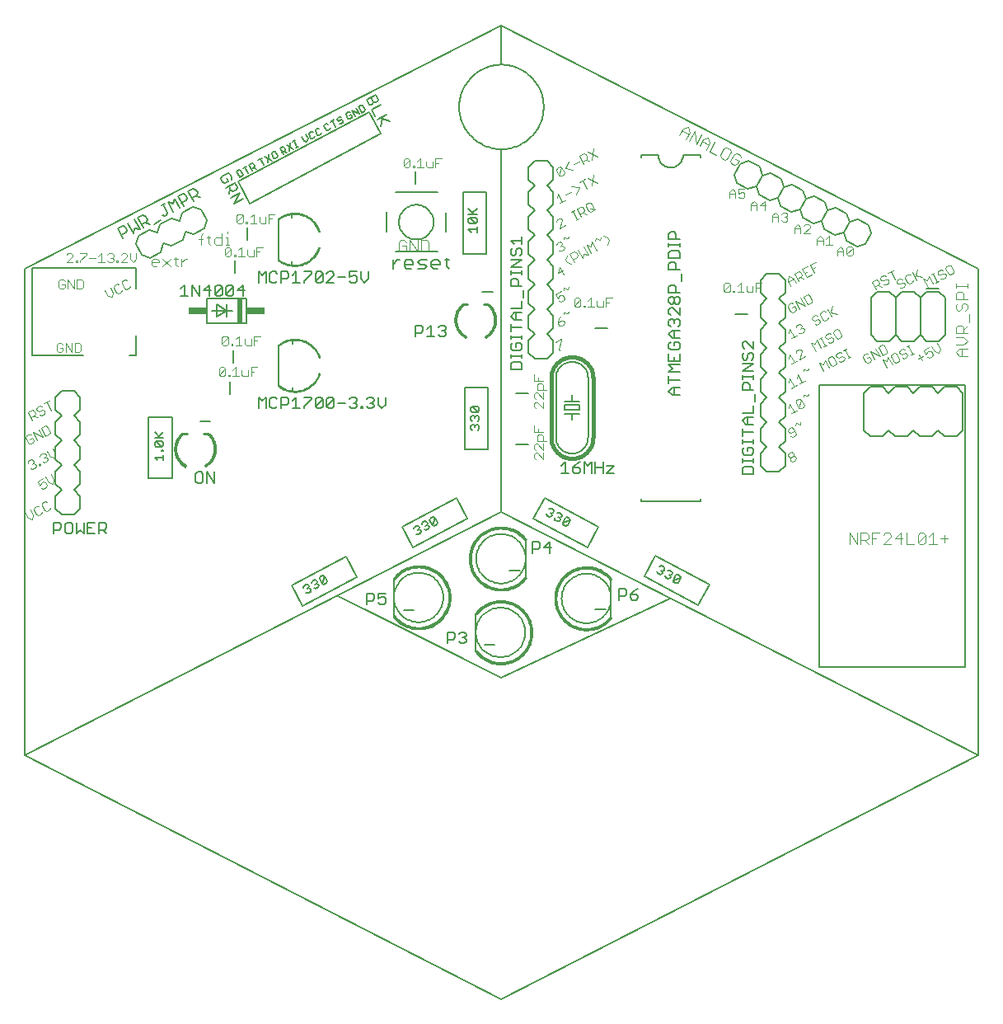
<source format=gto>
G75*
%MOIN*%
%OFA0B0*%
%FSLAX24Y24*%
%IPPOS*%
%LPD*%
%AMOC8*
5,1,8,0,0,1.08239X$1,22.5*
%
%ADD10C,0.0030*%
%ADD11C,0.0050*%
%ADD12C,0.0040*%
%ADD13C,0.0080*%
%ADD14C,0.0060*%
%ADD15C,0.0010*%
%ADD16C,0.0160*%
%ADD17R,0.0601X0.0043*%
%ADD18R,0.1201X0.0043*%
%ADD19R,0.1630X0.0043*%
%ADD20R,0.1887X0.0043*%
%ADD21R,0.2145X0.0043*%
%ADD22R,0.2316X0.0043*%
%ADD23R,0.2488X0.0043*%
%ADD24R,0.2660X0.0043*%
%ADD25R,0.2874X0.0043*%
%ADD26R,0.3089X0.0043*%
%ADD27R,0.3260X0.0043*%
%ADD28R,0.3475X0.0043*%
%ADD29R,0.3646X0.0043*%
%ADD30R,0.3818X0.0043*%
%ADD31R,0.3989X0.0043*%
%ADD32R,0.4161X0.0043*%
%ADD33R,0.4290X0.0043*%
%ADD34R,0.4461X0.0043*%
%ADD35R,0.4633X0.0043*%
%ADD36R,0.4762X0.0043*%
%ADD37R,0.4933X0.0043*%
%ADD38R,0.5148X0.0043*%
%ADD39R,0.5319X0.0043*%
%ADD40R,0.3003X0.0043*%
%ADD41R,0.2231X0.0043*%
%ADD42R,0.2788X0.0043*%
%ADD43R,0.2016X0.0043*%
%ADD44R,0.2703X0.0043*%
%ADD45R,0.1930X0.0043*%
%ADD46R,0.2445X0.0043*%
%ADD47R,0.2359X0.0043*%
%ADD48R,0.1802X0.0043*%
%ADD49R,0.2188X0.0043*%
%ADD50R,0.1802X0.0043*%
%ADD51R,0.1973X0.0043*%
%ADD52R,0.1716X0.0043*%
%ADD53R,0.1973X0.0043*%
%ADD54R,0.1673X0.0043*%
%ADD55R,0.1930X0.0043*%
%ADD56R,0.1587X0.0043*%
%ADD57R,0.1930X0.0043*%
%ADD58R,0.1587X0.0043*%
%ADD59R,0.1544X0.0043*%
%ADD60R,0.1544X0.0043*%
%ADD61R,0.1501X0.0043*%
%ADD62R,0.1501X0.0043*%
%ADD63R,0.1973X0.0043*%
%ADD64R,0.1501X0.0043*%
%ADD65R,0.0172X0.0043*%
%ADD66R,0.0343X0.0043*%
%ADD67R,0.0515X0.0043*%
%ADD68R,0.1587X0.0043*%
%ADD69R,0.0686X0.0043*%
%ADD70R,0.1630X0.0043*%
%ADD71R,0.0815X0.0043*%
%ADD72R,0.1973X0.0043*%
%ADD73R,0.2016X0.0043*%
%ADD74R,0.0944X0.0043*%
%ADD75R,0.2316X0.0043*%
%ADD76R,0.1158X0.0043*%
%ADD77R,0.2617X0.0043*%
%ADD78R,0.1330X0.0043*%
%ADD79R,0.2831X0.0043*%
%ADD80R,0.2016X0.0043*%
%ADD81R,0.1759X0.0043*%
%ADD82R,0.3303X0.0043*%
%ADD83R,0.1845X0.0043*%
%ADD84R,0.5362X0.0043*%
%ADD85R,0.5362X0.0043*%
%ADD86R,0.5405X0.0043*%
%ADD87R,0.0043X0.0043*%
%ADD88R,0.5405X0.0043*%
%ADD89R,0.5362X0.0043*%
%ADD90R,0.3003X0.0043*%
%ADD91R,0.2102X0.0043*%
%ADD92R,0.2531X0.0043*%
%ADD93R,0.1930X0.0043*%
%ADD94R,0.2359X0.0043*%
%ADD95R,0.1973X0.0043*%
%ADD96R,0.2188X0.0043*%
%ADD97R,0.2059X0.0043*%
%ADD98R,0.1845X0.0043*%
%ADD99R,0.1802X0.0043*%
%ADD100R,0.0172X0.0043*%
%ADD101R,0.1802X0.0043*%
%ADD102R,0.0472X0.0043*%
%ADD103R,0.0643X0.0043*%
%ADD104R,0.0815X0.0043*%
%ADD105R,0.1759X0.0043*%
%ADD106R,0.0987X0.0043*%
%ADD107R,0.1930X0.0043*%
%ADD108R,0.1716X0.0043*%
%ADD109R,0.1158X0.0043*%
%ADD110R,0.1716X0.0043*%
%ADD111R,0.1501X0.0043*%
%ADD112R,0.1716X0.0043*%
%ADD113R,0.2059X0.0043*%
%ADD114R,0.2188X0.0043*%
%ADD115R,0.2274X0.0043*%
%ADD116R,0.4204X0.0043*%
%ADD117R,0.4118X0.0043*%
%ADD118R,0.4032X0.0043*%
%ADD119R,0.0086X0.0043*%
%ADD120R,0.3904X0.0043*%
%ADD121R,0.0257X0.0043*%
%ADD122R,0.3818X0.0043*%
%ADD123R,0.0429X0.0043*%
%ADD124R,0.3646X0.0043*%
%ADD125R,0.0558X0.0043*%
%ADD126R,0.1887X0.0043*%
%ADD127R,0.3518X0.0043*%
%ADD128R,0.0772X0.0043*%
%ADD129R,0.3432X0.0043*%
%ADD130R,0.0901X0.0043*%
%ADD131R,0.3303X0.0043*%
%ADD132R,0.1115X0.0043*%
%ADD133R,0.3174X0.0043*%
%ADD134R,0.1287X0.0043*%
%ADD135R,0.3003X0.0043*%
%ADD136R,0.1459X0.0043*%
%ADD137R,0.2831X0.0043*%
%ADD138R,0.2660X0.0043*%
%ADD139R,0.1759X0.0043*%
%ADD140R,0.2488X0.0043*%
%ADD141R,0.1802X0.0043*%
%ADD142R,0.0343X0.0043*%
%ADD143R,0.2316X0.0043*%
%ADD144R,0.2145X0.0043*%
%ADD145R,0.0686X0.0043*%
%ADD146R,0.0858X0.0043*%
%ADD147R,0.1030X0.0043*%
%ADD148R,0.1373X0.0043*%
%ADD149R,0.1673X0.0043*%
%ADD150R,0.1030X0.0043*%
%ADD151R,0.1887X0.0043*%
%ADD152R,0.0858X0.0043*%
%ADD153R,0.0601X0.0043*%
%ADD154R,0.2145X0.0043*%
%ADD155R,0.0129X0.0043*%
%ADD156R,0.4075X0.0043*%
%ADD157R,0.0300X0.0043*%
%ADD158R,0.0515X0.0043*%
%ADD159R,0.4075X0.0043*%
%ADD160R,0.0729X0.0043*%
%ADD161R,0.3989X0.0043*%
%ADD162R,0.3904X0.0043*%
%ADD163R,0.1072X0.0043*%
%ADD164R,0.3689X0.0043*%
%ADD165R,0.1244X0.0043*%
%ADD166R,0.3560X0.0043*%
%ADD167R,0.1416X0.0043*%
%ADD168R,0.3260X0.0043*%
%ADD169R,0.3217X0.0043*%
%ADD170R,0.1930X0.0043*%
%ADD171R,0.3217X0.0043*%
%ADD172R,0.3217X0.0043*%
%ADD173R,0.3217X0.0043*%
%ADD174R,0.3131X0.0043*%
%ADD175R,0.1887X0.0043*%
%ADD176R,0.3003X0.0043*%
%ADD177R,0.2874X0.0043*%
%ADD178R,0.2402X0.0043*%
%ADD179R,0.2574X0.0043*%
%ADD180R,0.2788X0.0043*%
%ADD181R,0.2102X0.0043*%
%ADD182R,0.2960X0.0043*%
%ADD183R,0.0043X0.0043*%
%ADD184R,0.1373X0.0043*%
%ADD185R,0.3603X0.0043*%
%ADD186R,0.3775X0.0043*%
%ADD187R,0.0858X0.0043*%
%ADD188R,0.6049X0.0043*%
%ADD189R,0.6006X0.0043*%
%ADD190R,0.0043X0.0043*%
%ADD191R,0.0472X0.0043*%
%ADD192R,0.6049X0.0043*%
%ADD193R,0.0300X0.0043*%
%ADD194R,0.0129X0.0043*%
%ADD195R,0.6049X0.0043*%
%ADD196R,0.3732X0.0043*%
%ADD197R,0.1716X0.0043*%
%ADD198R,0.3389X0.0043*%
%ADD199R,0.1501X0.0043*%
%ADD200R,0.3217X0.0043*%
%ADD201R,0.3046X0.0043*%
%ADD202R,0.0987X0.0043*%
%ADD203R,0.0815X0.0043*%
%ADD204R,0.2531X0.0043*%
%ADD205R,0.0643X0.0043*%
%ADD206R,0.2359X0.0043*%
%ADD207R,0.0214X0.0043*%
%ADD208R,0.1845X0.0043*%
%ADD209R,0.0558X0.0043*%
%ADD210R,0.0386X0.0043*%
%ADD211R,0.1845X0.0043*%
%ADD212R,0.1630X0.0043*%
%ADD213R,0.1459X0.0043*%
%ADD214R,0.1287X0.0043*%
%ADD215R,0.0729X0.0043*%
%ADD216R,0.0300X0.0043*%
%ADD217C,0.0006*%
%ADD218R,0.0200X0.1000*%
%ADD219R,0.0750X0.0300*%
%ADD220C,0.0100*%
D10*
X001522Y023928D02*
X001689Y023877D01*
X001740Y024044D01*
X001624Y024262D01*
X001760Y024265D02*
X001876Y024047D01*
X001960Y024021D01*
X002069Y024079D01*
X002094Y024163D01*
X002201Y024220D02*
X002285Y024194D01*
X002394Y024252D01*
X002419Y024336D01*
X002303Y024554D02*
X002220Y024579D01*
X002111Y024521D01*
X002085Y024438D01*
X002201Y024220D01*
X001978Y024381D02*
X001895Y024406D01*
X001786Y024348D01*
X001760Y024265D01*
X001406Y024146D02*
X001522Y023928D01*
X002063Y025134D02*
X002146Y025108D01*
X002255Y025166D01*
X002281Y025250D01*
X002223Y025359D01*
X002139Y025384D01*
X002085Y025355D01*
X002005Y025243D01*
X001918Y025406D01*
X002136Y025522D01*
X002243Y025579D02*
X002359Y025361D01*
X002526Y025310D01*
X002577Y025477D01*
X002461Y025695D01*
X002201Y026155D02*
X002117Y026181D01*
X002201Y026155D02*
X002310Y026213D01*
X002335Y026297D01*
X002306Y026351D01*
X002223Y026377D01*
X002168Y026348D01*
X002223Y026377D02*
X002248Y026460D01*
X002220Y026514D01*
X002136Y026540D01*
X002027Y026482D01*
X002002Y026399D01*
X002009Y026123D02*
X002038Y026069D01*
X001984Y026040D01*
X001955Y026094D01*
X002009Y026123D01*
X001848Y026037D02*
X001822Y025954D01*
X001713Y025896D01*
X001630Y025921D01*
X001681Y026088D02*
X001735Y026117D01*
X001819Y026092D01*
X001848Y026037D01*
X001735Y026117D02*
X001761Y026201D01*
X001732Y026255D01*
X001648Y026281D01*
X001539Y026223D01*
X001514Y026139D01*
X001634Y026919D02*
X001551Y026945D01*
X001435Y027163D01*
X001461Y027246D01*
X001570Y027304D01*
X001653Y027279D01*
X001711Y027170D02*
X001602Y027112D01*
X001711Y027170D02*
X001769Y027061D01*
X001743Y026977D01*
X001634Y026919D01*
X001905Y027063D02*
X001731Y027390D01*
X002123Y027179D01*
X001949Y027506D01*
X002056Y027563D02*
X002230Y027236D01*
X002394Y027323D01*
X002419Y027407D01*
X002303Y027625D01*
X002220Y027650D01*
X002056Y027563D01*
X001916Y027991D02*
X001749Y028042D01*
X001804Y028071D02*
X001640Y027984D01*
X001698Y027875D02*
X001524Y028202D01*
X001688Y028289D01*
X001771Y028263D01*
X001829Y028154D01*
X001804Y028071D01*
X001994Y028102D02*
X002078Y028077D01*
X002187Y028134D01*
X002212Y028218D01*
X002183Y028272D01*
X002100Y028298D01*
X001991Y028240D01*
X001907Y028266D01*
X001878Y028320D01*
X001904Y028403D01*
X002013Y028461D01*
X002096Y028436D01*
X002175Y028547D02*
X002393Y028663D01*
X002284Y028605D02*
X002457Y028278D01*
X002516Y026742D02*
X002632Y026524D01*
X002581Y026357D01*
X002414Y026408D01*
X002298Y026626D01*
X002753Y030625D02*
X002876Y030625D01*
X002938Y030687D01*
X002938Y030810D01*
X002814Y030810D01*
X002691Y030687D02*
X002753Y030625D01*
X002691Y030687D02*
X002691Y030934D01*
X002753Y030996D01*
X002876Y030996D01*
X002938Y030934D01*
X003059Y030996D02*
X003306Y030625D01*
X003306Y030996D01*
X003428Y030996D02*
X003613Y030996D01*
X003675Y030934D01*
X003675Y030687D01*
X003613Y030625D01*
X003428Y030625D01*
X003428Y030996D01*
X003059Y030996D02*
X003059Y030625D01*
X004750Y032905D02*
X004917Y032854D01*
X004968Y033021D01*
X004852Y033239D01*
X004989Y033241D02*
X005104Y033023D01*
X005188Y032998D01*
X005297Y033056D01*
X005322Y033139D01*
X005430Y033196D02*
X005513Y033171D01*
X005622Y033229D01*
X005648Y033312D01*
X005532Y033530D02*
X005448Y033556D01*
X005339Y033498D01*
X005314Y033414D01*
X005430Y033196D01*
X005207Y033357D02*
X005123Y033383D01*
X005014Y033325D01*
X004989Y033241D01*
X004634Y033123D02*
X004750Y032905D01*
X003753Y033246D02*
X003753Y033493D01*
X003692Y033555D01*
X003506Y033555D01*
X003506Y033184D01*
X003692Y033184D01*
X003753Y033246D01*
X003385Y033184D02*
X003385Y033555D01*
X003138Y033555D02*
X003138Y033184D01*
X003017Y033246D02*
X003017Y033369D01*
X002893Y033369D01*
X002770Y033246D02*
X002831Y033184D01*
X002955Y033184D01*
X003017Y033246D01*
X003017Y033493D02*
X002955Y033555D01*
X002831Y033555D01*
X002770Y033493D01*
X002770Y033246D01*
X003138Y033555D02*
X003385Y033184D01*
X003331Y034258D02*
X003084Y034258D01*
X003331Y034505D01*
X003331Y034567D01*
X003269Y034628D01*
X003146Y034628D01*
X003084Y034567D01*
X003453Y034320D02*
X003514Y034320D01*
X003514Y034258D01*
X003453Y034258D01*
X003453Y034320D01*
X003637Y034320D02*
X003884Y034567D01*
X003884Y034628D01*
X003637Y034628D01*
X003637Y034320D02*
X003637Y034258D01*
X004005Y034443D02*
X004252Y034443D01*
X004373Y034505D02*
X004497Y034628D01*
X004497Y034258D01*
X004620Y034258D02*
X004373Y034258D01*
X004742Y034320D02*
X004803Y034258D01*
X004927Y034258D01*
X004989Y034320D01*
X004989Y034381D01*
X004927Y034443D01*
X004865Y034443D01*
X004927Y034443D02*
X004989Y034505D01*
X004989Y034567D01*
X004927Y034628D01*
X004803Y034628D01*
X004742Y034567D01*
X005110Y034320D02*
X005172Y034320D01*
X005172Y034258D01*
X005110Y034258D01*
X005110Y034320D01*
X005294Y034258D02*
X005541Y034505D01*
X005541Y034567D01*
X005479Y034628D01*
X005356Y034628D01*
X005294Y034567D01*
X005294Y034258D02*
X005541Y034258D01*
X005663Y034381D02*
X005663Y034628D01*
X005909Y034628D02*
X005909Y034381D01*
X005786Y034258D01*
X005663Y034381D01*
X009488Y034561D02*
X009735Y034808D01*
X009735Y034561D01*
X009673Y034499D01*
X009550Y034499D01*
X009488Y034561D01*
X009488Y034808D01*
X009550Y034869D01*
X009673Y034869D01*
X009735Y034808D01*
X009857Y034561D02*
X009918Y034561D01*
X009918Y034499D01*
X009857Y034499D01*
X009857Y034561D01*
X010041Y034499D02*
X010288Y034499D01*
X010164Y034499D02*
X010164Y034869D01*
X010041Y034746D01*
X010409Y034746D02*
X010409Y034561D01*
X010471Y034499D01*
X010656Y034499D01*
X010656Y034746D01*
X010777Y034684D02*
X010901Y034684D01*
X010777Y034869D02*
X011024Y034869D01*
X010777Y034869D02*
X010777Y034499D01*
X010772Y035841D02*
X010525Y035841D01*
X010403Y035841D02*
X010341Y035841D01*
X010341Y035902D01*
X010403Y035902D01*
X010403Y035841D01*
X010220Y035902D02*
X010158Y035841D01*
X010034Y035841D01*
X009973Y035902D01*
X010220Y036149D01*
X010220Y035902D01*
X009973Y035902D02*
X009973Y036149D01*
X010034Y036211D01*
X010158Y036211D01*
X010220Y036149D01*
X010525Y036088D02*
X010649Y036211D01*
X010649Y035841D01*
X010893Y035902D02*
X010955Y035841D01*
X011140Y035841D01*
X011140Y036088D01*
X011262Y036026D02*
X011385Y036026D01*
X011262Y036211D02*
X011509Y036211D01*
X011262Y036211D02*
X011262Y035841D01*
X010893Y035902D02*
X010893Y036088D01*
X010916Y031278D02*
X010669Y031278D01*
X010669Y030907D01*
X010548Y030907D02*
X010548Y031154D01*
X010669Y031093D02*
X010793Y031093D01*
X010548Y030907D02*
X010363Y030907D01*
X010301Y030969D01*
X010301Y031154D01*
X010056Y031278D02*
X010056Y030907D01*
X009933Y030907D02*
X010180Y030907D01*
X009933Y031154D02*
X010056Y031278D01*
X009810Y030969D02*
X009810Y030907D01*
X009748Y030907D01*
X009748Y030969D01*
X009810Y030969D01*
X009627Y030969D02*
X009565Y030907D01*
X009442Y030907D01*
X009380Y030969D01*
X009627Y031216D01*
X009627Y030969D01*
X009380Y030969D02*
X009380Y031216D01*
X009442Y031278D01*
X009565Y031278D01*
X009627Y031216D01*
X009443Y030020D02*
X009505Y029958D01*
X009258Y029711D01*
X009320Y029649D01*
X009443Y029649D01*
X009505Y029711D01*
X009505Y029958D01*
X009443Y030020D02*
X009320Y030020D01*
X009258Y029958D01*
X009258Y029711D01*
X009627Y029711D02*
X009688Y029711D01*
X009688Y029649D01*
X009627Y029649D01*
X009627Y029711D01*
X009811Y029649D02*
X010058Y029649D01*
X009934Y029649D02*
X009934Y030020D01*
X009811Y029896D01*
X010179Y029896D02*
X010179Y029711D01*
X010241Y029649D01*
X010426Y029649D01*
X010426Y029896D01*
X010547Y029834D02*
X010671Y029834D01*
X010547Y029649D02*
X010547Y030020D01*
X010794Y030020D01*
X016781Y038086D02*
X016719Y038147D01*
X016966Y038394D01*
X016966Y038147D01*
X016905Y038086D01*
X016781Y038086D01*
X016719Y038147D02*
X016719Y038394D01*
X016781Y038456D01*
X016905Y038456D01*
X016966Y038394D01*
X017088Y038147D02*
X017149Y038147D01*
X017149Y038086D01*
X017088Y038086D01*
X017088Y038147D01*
X017272Y038086D02*
X017519Y038086D01*
X017395Y038086D02*
X017395Y038456D01*
X017272Y038333D01*
X017640Y038333D02*
X017640Y038147D01*
X017702Y038086D01*
X017887Y038086D01*
X017887Y038333D01*
X018008Y038271D02*
X018132Y038271D01*
X018008Y038456D02*
X018255Y038456D01*
X018008Y038456D02*
X018008Y038086D01*
X022892Y037990D02*
X022917Y038073D01*
X023026Y038131D01*
X023110Y038106D01*
X023008Y037772D01*
X023091Y037746D01*
X023200Y037804D01*
X023226Y037888D01*
X023110Y038106D01*
X023275Y038054D02*
X023580Y038006D01*
X023600Y038226D02*
X023818Y038342D01*
X023954Y038345D02*
X024118Y038432D01*
X024143Y038515D01*
X024085Y038624D01*
X024002Y038650D01*
X023838Y038563D01*
X024012Y038236D01*
X024063Y038403D02*
X024230Y038352D01*
X024337Y038409D02*
X024381Y038852D01*
X024164Y038736D02*
X024555Y038525D01*
X024381Y037789D02*
X024337Y037346D01*
X024121Y037231D02*
X023947Y037558D01*
X023838Y037500D02*
X024056Y037616D01*
X024164Y037673D02*
X024555Y037462D01*
X024302Y036653D02*
X024418Y036435D01*
X024392Y036351D01*
X024283Y036294D01*
X024200Y036319D01*
X024084Y036537D01*
X024110Y036620D01*
X024219Y036678D01*
X024302Y036653D01*
X024280Y036431D02*
X024447Y036380D01*
X024122Y036208D02*
X023955Y036259D01*
X024009Y036288D02*
X023846Y036201D01*
X023904Y036092D02*
X023730Y036419D01*
X023893Y036506D01*
X023977Y036480D01*
X024035Y036371D01*
X024009Y036288D01*
X023796Y036034D02*
X023687Y035976D01*
X023741Y036005D02*
X023568Y036332D01*
X023622Y036361D02*
X023513Y036303D01*
X023110Y036019D02*
X023026Y036044D01*
X022917Y035986D01*
X022892Y035903D01*
X023110Y036019D02*
X023139Y035964D01*
X023037Y035631D01*
X023255Y035746D01*
X023406Y035301D02*
X023380Y035218D01*
X023213Y035269D01*
X023188Y035186D01*
X023110Y035074D02*
X023139Y035020D01*
X023113Y034936D01*
X023197Y034911D01*
X023226Y034856D01*
X023200Y034773D01*
X023091Y034715D01*
X023008Y034740D01*
X023059Y034907D02*
X023113Y034936D01*
X023110Y035074D02*
X023026Y035100D01*
X022917Y035042D01*
X022892Y034958D01*
X023323Y034538D02*
X023269Y034363D01*
X023330Y034249D01*
X023505Y034195D01*
X023617Y034255D02*
X023435Y034597D01*
X023606Y034689D01*
X023694Y034662D01*
X023755Y034548D01*
X023728Y034460D01*
X023557Y034369D01*
X023957Y034435D02*
X024010Y034610D01*
X024185Y034557D01*
X024003Y034899D01*
X024114Y034959D02*
X024289Y034905D01*
X024343Y035080D01*
X024525Y034737D01*
X024297Y034616D02*
X024114Y034959D01*
X023775Y034778D02*
X023957Y034435D01*
X024454Y035139D02*
X024481Y035227D01*
X024656Y035173D01*
X024682Y035261D01*
X024794Y035320D02*
X024968Y035266D01*
X025029Y035152D01*
X024976Y034977D01*
X023406Y033254D02*
X023380Y033171D01*
X023213Y033222D01*
X023188Y033138D01*
X023081Y033081D02*
X022863Y032965D01*
X022950Y032802D01*
X023030Y032914D01*
X023084Y032943D01*
X023168Y032918D01*
X023226Y032809D01*
X023200Y032725D01*
X023091Y032667D01*
X023008Y032693D01*
X023213Y032237D02*
X023380Y032186D01*
X023406Y032270D01*
X023213Y032237D02*
X023188Y032154D01*
X023081Y032097D02*
X023001Y031985D01*
X022950Y031818D01*
X023113Y031905D01*
X023197Y031879D01*
X023226Y031825D01*
X023200Y031741D01*
X023091Y031683D01*
X023008Y031709D01*
X022950Y031818D01*
X023619Y032510D02*
X023866Y032757D01*
X023866Y032510D01*
X023804Y032448D01*
X023681Y032448D01*
X023619Y032510D01*
X023619Y032757D01*
X023681Y032819D01*
X023804Y032819D01*
X023866Y032757D01*
X023988Y032510D02*
X024049Y032510D01*
X024049Y032448D01*
X023988Y032448D01*
X023988Y032510D01*
X024172Y032448D02*
X024419Y032448D01*
X024295Y032448D02*
X024295Y032819D01*
X024172Y032695D01*
X024540Y032695D02*
X024540Y032510D01*
X024602Y032448D01*
X024787Y032448D01*
X024787Y032695D01*
X024908Y032634D02*
X025032Y032634D01*
X024908Y032819D02*
X025155Y032819D01*
X024908Y032819D02*
X024908Y032448D01*
X023200Y033749D02*
X023026Y034076D01*
X022950Y033826D01*
X023168Y033941D01*
X023081Y031152D02*
X022863Y031036D01*
X023081Y031152D02*
X023110Y031098D01*
X023008Y030764D01*
X023037Y030709D01*
X022180Y029593D02*
X022180Y029469D01*
X022180Y029348D02*
X022303Y029348D01*
X022365Y029286D01*
X022365Y029101D01*
X022365Y028979D02*
X022365Y028733D01*
X022118Y028979D01*
X022056Y028979D01*
X021995Y028918D01*
X021995Y028794D01*
X022056Y028733D01*
X022056Y028611D02*
X021995Y028549D01*
X021995Y028426D01*
X022056Y028364D01*
X022056Y028611D02*
X022118Y028611D01*
X022365Y028364D01*
X022365Y028611D01*
X022488Y029101D02*
X022118Y029101D01*
X022118Y029286D01*
X022180Y029348D01*
X022365Y029469D02*
X021995Y029469D01*
X021995Y029716D01*
X021994Y027653D02*
X021994Y027406D01*
X022364Y027406D01*
X022302Y027285D02*
X022364Y027223D01*
X022364Y027038D01*
X022364Y026917D02*
X022364Y026670D01*
X022117Y026917D01*
X022055Y026917D01*
X021994Y026855D01*
X021994Y026731D01*
X022055Y026670D01*
X022055Y026548D02*
X021994Y026487D01*
X021994Y026363D01*
X022055Y026301D01*
X022055Y026548D02*
X022117Y026548D01*
X022364Y026301D01*
X022364Y026548D01*
X022487Y027038D02*
X022117Y027038D01*
X022117Y027223D01*
X022179Y027285D01*
X022302Y027285D01*
X022179Y027406D02*
X022179Y027530D01*
X029671Y033110D02*
X029733Y033048D01*
X029857Y033048D01*
X029918Y033110D01*
X029918Y033356D01*
X029671Y033110D01*
X029671Y033356D01*
X029733Y033418D01*
X029857Y033418D01*
X029918Y033356D01*
X030040Y033110D02*
X030101Y033110D01*
X030101Y033048D01*
X030040Y033048D01*
X030040Y033110D01*
X030224Y033048D02*
X030471Y033048D01*
X030347Y033048D02*
X030347Y033418D01*
X030224Y033295D01*
X030592Y033295D02*
X030592Y033110D01*
X030654Y033048D01*
X030839Y033048D01*
X030839Y033295D01*
X030960Y033233D02*
X031084Y033233D01*
X030960Y033418D02*
X031207Y033418D01*
X030960Y033418D02*
X030960Y033048D01*
X032251Y033526D02*
X032367Y033308D01*
X032280Y033471D02*
X032498Y033587D01*
X032469Y033642D02*
X032585Y033424D01*
X032692Y033481D02*
X032519Y033808D01*
X032682Y033894D01*
X032766Y033869D01*
X032824Y033760D01*
X032798Y033677D01*
X032635Y033590D01*
X032744Y033648D02*
X032910Y033597D01*
X033018Y033654D02*
X032844Y033980D01*
X033062Y034096D01*
X033169Y034153D02*
X033387Y034269D01*
X033365Y034048D02*
X033256Y033990D01*
X033169Y034153D02*
X033343Y033826D01*
X033236Y033769D02*
X033018Y033654D01*
X032931Y033817D02*
X033040Y033875D01*
X032469Y033642D02*
X032302Y033693D01*
X032251Y033526D01*
X032558Y032705D02*
X032950Y032494D01*
X032776Y032821D01*
X032883Y032878D02*
X033047Y032965D01*
X033130Y032940D01*
X033246Y032722D01*
X033221Y032638D01*
X033057Y032551D01*
X032883Y032878D01*
X032558Y032705D02*
X032732Y032378D01*
X032596Y032376D02*
X032538Y032485D01*
X032429Y032427D01*
X032480Y032594D02*
X032396Y032619D01*
X032287Y032561D01*
X032262Y032478D01*
X032378Y032260D01*
X032461Y032234D01*
X032570Y032292D01*
X032596Y032376D01*
X032721Y031769D02*
X032805Y031743D01*
X032834Y031688D01*
X032808Y031605D01*
X032892Y031580D01*
X032921Y031525D01*
X032895Y031442D01*
X032786Y031384D01*
X032703Y031409D01*
X032625Y031298D02*
X032407Y031182D01*
X032516Y031240D02*
X032342Y031567D01*
X032291Y031400D01*
X032587Y031627D02*
X032612Y031711D01*
X032721Y031769D01*
X032808Y031605D02*
X032754Y031576D01*
X033266Y031918D02*
X033350Y031893D01*
X033459Y031951D01*
X033542Y031925D01*
X033571Y031871D01*
X033546Y031787D01*
X033437Y031729D01*
X033353Y031755D01*
X033266Y031918D02*
X033237Y031973D01*
X033263Y032056D01*
X033372Y032114D01*
X033455Y032089D01*
X033563Y032146D02*
X033678Y031928D01*
X033762Y031902D01*
X033871Y031960D01*
X033896Y032044D01*
X033975Y032155D02*
X034077Y032489D01*
X033859Y032373D02*
X034033Y032046D01*
X034000Y032239D02*
X034251Y032162D01*
X034239Y031552D02*
X034130Y031494D01*
X034105Y031410D01*
X034220Y031192D01*
X034304Y031167D01*
X034413Y031225D01*
X034438Y031308D01*
X034323Y031526D01*
X034239Y031552D01*
X033997Y031353D02*
X033914Y031379D01*
X033805Y031321D01*
X033779Y031237D01*
X033808Y031183D01*
X033892Y031157D01*
X034001Y031215D01*
X034084Y031190D01*
X034113Y031135D01*
X034088Y031052D01*
X033979Y030994D01*
X033895Y031019D01*
X033816Y030908D02*
X033707Y030850D01*
X033762Y030879D02*
X033588Y031206D01*
X033534Y031177D02*
X033643Y031235D01*
X033426Y031120D02*
X033600Y030793D01*
X033382Y030677D02*
X033208Y031004D01*
X033375Y030953D01*
X033426Y031120D01*
X033913Y030394D02*
X034022Y030452D01*
X034106Y030427D01*
X034222Y030209D01*
X034196Y030125D01*
X034087Y030067D01*
X034004Y030093D01*
X033888Y030311D01*
X033913Y030394D01*
X033752Y030308D02*
X033925Y029981D01*
X033707Y029865D02*
X033534Y030192D01*
X033701Y030141D01*
X033752Y030308D01*
X033101Y029963D02*
X033076Y029879D01*
X032909Y029930D01*
X032883Y029847D01*
X032667Y029732D02*
X032841Y029405D01*
X032732Y029347D02*
X032950Y029463D01*
X032616Y029565D02*
X032667Y029732D01*
X032342Y029559D02*
X032516Y029232D01*
X032407Y029174D02*
X032625Y029290D01*
X032291Y029392D02*
X032342Y029559D01*
X032407Y030158D02*
X032625Y030274D01*
X032732Y030331D02*
X032834Y030665D01*
X032805Y030719D01*
X032721Y030745D01*
X032612Y030687D01*
X032587Y030603D01*
X032342Y030543D02*
X032516Y030216D01*
X032732Y030331D02*
X032950Y030447D01*
X032342Y030543D02*
X032291Y030376D01*
X032909Y028906D02*
X033076Y028855D01*
X033101Y028939D01*
X032909Y028906D02*
X032883Y028823D01*
X032805Y028711D02*
X032703Y028378D01*
X032786Y028352D01*
X032895Y028410D01*
X032921Y028494D01*
X032805Y028711D01*
X032721Y028737D01*
X032612Y028679D01*
X032587Y028596D01*
X032703Y028378D01*
X032625Y028266D02*
X032407Y028150D01*
X032516Y028208D02*
X032342Y028535D01*
X032291Y028368D01*
X032584Y027749D02*
X032750Y027698D01*
X032776Y027782D01*
X032584Y027749D02*
X032558Y027666D01*
X032480Y027554D02*
X032396Y027580D01*
X032287Y027522D01*
X032262Y027438D01*
X032291Y027384D01*
X032374Y027358D01*
X032538Y027445D01*
X032596Y027336D02*
X032480Y027554D01*
X032596Y027336D02*
X032570Y027253D01*
X032461Y027195D01*
X032378Y027220D01*
X032396Y026596D02*
X032480Y026570D01*
X032509Y026516D01*
X032483Y026432D01*
X032374Y026374D01*
X032291Y026400D01*
X032262Y026454D01*
X032287Y026538D01*
X032396Y026596D01*
X032483Y026432D02*
X032567Y026407D01*
X032596Y026352D01*
X032570Y026269D01*
X032461Y026211D01*
X032378Y026236D01*
X032349Y026291D01*
X032374Y026374D01*
X034329Y030266D02*
X034412Y030240D01*
X034521Y030298D01*
X034547Y030382D01*
X034518Y030436D01*
X034434Y030462D01*
X034325Y030404D01*
X034242Y030429D01*
X034213Y030484D01*
X034238Y030567D01*
X034347Y030625D01*
X034431Y030600D01*
X034509Y030711D02*
X034618Y030769D01*
X034564Y030740D02*
X034738Y030413D01*
X034792Y030442D02*
X034683Y030384D01*
X035293Y030431D02*
X035319Y030514D01*
X035428Y030572D01*
X035511Y030546D01*
X035569Y030437D02*
X035460Y030380D01*
X035569Y030437D02*
X035627Y030328D01*
X035602Y030245D01*
X035493Y030187D01*
X035409Y030213D01*
X035293Y030431D01*
X035589Y030658D02*
X035981Y030447D01*
X035807Y030774D01*
X035915Y030831D02*
X036078Y030918D01*
X036162Y030892D01*
X036278Y030674D01*
X036252Y030591D01*
X036089Y030504D01*
X035915Y030831D01*
X035589Y030658D02*
X035763Y030331D01*
X036091Y030328D02*
X036258Y030277D01*
X036309Y030443D01*
X036483Y030117D01*
X036561Y030228D02*
X036645Y030202D01*
X036754Y030260D01*
X036779Y030344D01*
X036663Y030562D01*
X036580Y030587D01*
X036471Y030529D01*
X036445Y030446D01*
X036561Y030228D01*
X036886Y030401D02*
X036970Y030375D01*
X037079Y030433D01*
X037104Y030517D01*
X037075Y030571D01*
X036992Y030597D01*
X036883Y030539D01*
X036799Y030564D01*
X036770Y030619D01*
X036796Y030702D01*
X036905Y030760D01*
X036988Y030735D01*
X037067Y030846D02*
X037176Y030904D01*
X037121Y030875D02*
X037295Y030548D01*
X037241Y030519D02*
X037350Y030577D01*
X037568Y030528D02*
X037684Y030310D01*
X037517Y030361D02*
X037735Y030477D01*
X037842Y030534D02*
X037755Y030697D01*
X037973Y030813D01*
X038080Y030870D02*
X038196Y030652D01*
X038363Y030601D01*
X038414Y030768D01*
X038298Y030986D01*
X038060Y030650D02*
X038118Y030541D01*
X038092Y030457D01*
X037983Y030399D01*
X037900Y030425D01*
X037842Y030534D02*
X037922Y030646D01*
X037976Y030675D01*
X038060Y030650D01*
X036265Y030001D02*
X036091Y030328D01*
X033781Y032262D02*
X033697Y032287D01*
X033588Y032229D01*
X033563Y032146D01*
X035774Y033259D02*
X035937Y033346D01*
X035963Y033430D01*
X035905Y033539D01*
X035821Y033564D01*
X035658Y033477D01*
X035832Y033150D01*
X035883Y033317D02*
X036050Y033266D01*
X036128Y033378D02*
X036212Y033352D01*
X036321Y033410D01*
X036346Y033494D01*
X036317Y033548D01*
X036234Y033574D01*
X036125Y033516D01*
X036041Y033541D01*
X036012Y033596D01*
X036038Y033679D01*
X036147Y033737D01*
X036230Y033711D01*
X036308Y033823D02*
X036526Y033939D01*
X036417Y033881D02*
X036591Y033554D01*
X036697Y033546D02*
X036671Y033462D01*
X036700Y033408D01*
X036784Y033382D01*
X036893Y033440D01*
X036976Y033414D01*
X037005Y033360D01*
X036980Y033277D01*
X036871Y033219D01*
X036787Y033244D01*
X036697Y033546D02*
X036806Y033603D01*
X036889Y033578D01*
X036996Y033635D02*
X037112Y033417D01*
X037196Y033391D01*
X037305Y033449D01*
X037330Y033533D01*
X037409Y033644D02*
X037511Y033978D01*
X037293Y033862D02*
X037466Y033535D01*
X037434Y033728D02*
X037684Y033651D01*
X037745Y033595D02*
X037912Y033544D01*
X037963Y033711D01*
X038136Y033384D01*
X038244Y033441D02*
X038353Y033499D01*
X038298Y033470D02*
X038124Y033797D01*
X038070Y033768D02*
X038179Y033826D01*
X038316Y033829D02*
X038345Y033774D01*
X038428Y033749D01*
X038537Y033807D01*
X038620Y033781D01*
X038649Y033727D01*
X038624Y033643D01*
X038515Y033585D01*
X038431Y033611D01*
X038316Y033829D02*
X038341Y033912D01*
X038450Y033970D01*
X038534Y033945D01*
X038641Y034002D02*
X038757Y033784D01*
X038840Y033758D01*
X038949Y033816D01*
X038975Y033900D01*
X038859Y034118D01*
X038775Y034143D01*
X038666Y034085D01*
X038641Y034002D01*
X037745Y033595D02*
X037918Y033268D01*
X037214Y033751D02*
X037131Y033776D01*
X037022Y033718D01*
X036996Y033635D01*
X034881Y034585D02*
X034819Y034523D01*
X034696Y034523D01*
X034634Y034585D01*
X034881Y034831D01*
X034881Y034585D01*
X034881Y034831D02*
X034819Y034893D01*
X034696Y034893D01*
X034634Y034831D01*
X034634Y034585D01*
X034513Y034523D02*
X034513Y034770D01*
X034389Y034893D01*
X034266Y034770D01*
X034266Y034523D01*
X034266Y034708D02*
X034513Y034708D01*
X034054Y034956D02*
X033807Y034956D01*
X033686Y034956D02*
X033686Y035203D01*
X033563Y035326D01*
X033439Y035203D01*
X033439Y034956D01*
X033439Y035141D02*
X033686Y035141D01*
X033807Y035203D02*
X033931Y035326D01*
X033931Y034956D01*
X033149Y035428D02*
X032902Y035428D01*
X033149Y035675D01*
X033149Y035737D01*
X033087Y035799D01*
X032964Y035799D01*
X032902Y035737D01*
X032780Y035675D02*
X032657Y035799D01*
X032534Y035675D01*
X032534Y035428D01*
X032534Y035614D02*
X032780Y035614D01*
X032780Y035675D02*
X032780Y035428D01*
X032243Y035963D02*
X032182Y035901D01*
X032058Y035901D01*
X031996Y035963D01*
X031875Y035901D02*
X031875Y036148D01*
X031751Y036271D01*
X031628Y036148D01*
X031628Y035901D01*
X031628Y036086D02*
X031875Y036086D01*
X031996Y036209D02*
X032058Y036271D01*
X032182Y036271D01*
X032243Y036209D01*
X032243Y036148D01*
X032182Y036086D01*
X032243Y036024D01*
X032243Y035963D01*
X032182Y036086D02*
X032120Y036086D01*
X031315Y036373D02*
X031315Y036744D01*
X031130Y036558D01*
X031377Y036558D01*
X031009Y036558D02*
X030762Y036558D01*
X030762Y036620D02*
X030762Y036373D01*
X031009Y036373D02*
X031009Y036620D01*
X030885Y036744D01*
X030762Y036620D01*
X030511Y036907D02*
X030449Y036846D01*
X030326Y036846D01*
X030264Y036907D01*
X030264Y037031D02*
X030388Y037093D01*
X030449Y037093D01*
X030511Y037031D01*
X030511Y036907D01*
X030264Y037031D02*
X030264Y037216D01*
X030511Y037216D01*
X030143Y037093D02*
X030143Y036846D01*
X030143Y037031D02*
X029896Y037031D01*
X029896Y037093D02*
X029896Y036846D01*
X029896Y037093D02*
X030019Y037216D01*
X030143Y037093D01*
X023818Y037279D02*
X023687Y037000D01*
X023493Y037106D02*
X023275Y036991D01*
X023255Y036770D02*
X023037Y036654D01*
X023146Y036712D02*
X022972Y037039D01*
X022921Y036872D01*
X023513Y037327D02*
X023818Y037279D01*
X023275Y038054D02*
X023406Y038333D01*
X022892Y037990D02*
X023008Y037772D01*
D11*
X021501Y035292D02*
X021501Y034992D01*
X021501Y035142D02*
X021050Y035142D01*
X021201Y034992D01*
X021125Y034832D02*
X021050Y034757D01*
X021050Y034607D01*
X021125Y034532D01*
X021201Y034532D01*
X021276Y034607D01*
X021276Y034757D01*
X021351Y034832D01*
X021426Y034832D01*
X021501Y034757D01*
X021501Y034607D01*
X021426Y034532D01*
X021501Y034372D02*
X021050Y034372D01*
X021050Y034071D02*
X021501Y034372D01*
X021501Y034071D02*
X021050Y034071D01*
X021050Y033915D02*
X021050Y033764D01*
X021050Y033839D02*
X021501Y033839D01*
X021501Y033764D02*
X021501Y033915D01*
X021276Y033604D02*
X021351Y033529D01*
X021351Y033304D01*
X021501Y033304D02*
X021050Y033304D01*
X021050Y033529D01*
X021125Y033604D01*
X021276Y033604D01*
X021576Y033144D02*
X021576Y032844D01*
X021501Y032683D02*
X021501Y032383D01*
X021050Y032383D01*
X021201Y032223D02*
X021501Y032223D01*
X021276Y032223D02*
X021276Y031923D01*
X021201Y031923D02*
X021050Y032073D01*
X021201Y032223D01*
X021201Y031923D02*
X021501Y031923D01*
X021501Y031613D02*
X021050Y031613D01*
X021050Y031763D02*
X021050Y031462D01*
X021050Y031306D02*
X021050Y031155D01*
X021050Y031231D02*
X021501Y031231D01*
X021501Y031306D02*
X021501Y031155D01*
X021426Y030995D02*
X021276Y030995D01*
X021276Y030845D01*
X021125Y030695D02*
X021426Y030695D01*
X021501Y030770D01*
X021501Y030920D01*
X021426Y030995D01*
X021125Y030995D02*
X021050Y030920D01*
X021050Y030770D01*
X021125Y030695D01*
X021050Y030538D02*
X021050Y030388D01*
X021050Y030463D02*
X021501Y030463D01*
X021501Y030388D02*
X021501Y030538D01*
X021426Y030228D02*
X021125Y030228D01*
X021050Y030153D01*
X021050Y029928D01*
X021501Y029928D01*
X021501Y030153D01*
X021426Y030228D01*
X020319Y033071D02*
X019906Y033071D01*
X018562Y033989D02*
X018472Y034079D01*
X018472Y034440D01*
X018382Y034350D02*
X018562Y034350D01*
X018199Y034260D02*
X018199Y034170D01*
X017838Y034170D01*
X017838Y034260D02*
X017928Y034350D01*
X018109Y034350D01*
X018199Y034260D01*
X018109Y033989D02*
X017928Y033989D01*
X017838Y034079D01*
X017838Y034260D01*
X017655Y034350D02*
X017385Y034350D01*
X017294Y034260D01*
X017385Y034170D01*
X017565Y034170D01*
X017655Y034079D01*
X017565Y033989D01*
X017294Y033989D01*
X017111Y034170D02*
X016751Y034170D01*
X016751Y034260D02*
X016841Y034350D01*
X017021Y034350D01*
X017111Y034260D01*
X017111Y034170D01*
X017021Y033989D02*
X016841Y033989D01*
X016751Y034079D01*
X016751Y034260D01*
X016568Y034350D02*
X016478Y034350D01*
X016297Y034170D01*
X016297Y034350D02*
X016297Y033989D01*
X015292Y033883D02*
X015292Y033583D01*
X015142Y033432D01*
X014991Y033583D01*
X014991Y033883D01*
X014831Y033883D02*
X014531Y033883D01*
X014531Y033658D01*
X014681Y033733D01*
X014756Y033733D01*
X014831Y033658D01*
X014831Y033508D01*
X014756Y033432D01*
X014606Y033432D01*
X014531Y033508D01*
X014371Y033658D02*
X014071Y033658D01*
X013911Y033733D02*
X013911Y033808D01*
X013836Y033883D01*
X013685Y033883D01*
X013610Y033808D01*
X013450Y033808D02*
X013150Y033508D01*
X013225Y033432D01*
X013375Y033432D01*
X013450Y033508D01*
X013450Y033808D01*
X013375Y033883D01*
X013225Y033883D01*
X013150Y033808D01*
X013150Y033508D01*
X012990Y033808D02*
X012690Y033508D01*
X012690Y033432D01*
X012529Y033432D02*
X012229Y033432D01*
X012379Y033432D02*
X012379Y033883D01*
X012229Y033733D01*
X012069Y033808D02*
X012069Y033658D01*
X011994Y033583D01*
X011769Y033583D01*
X011769Y033432D02*
X011769Y033883D01*
X011994Y033883D01*
X012069Y033808D01*
X012690Y033883D02*
X012990Y033883D01*
X012990Y033808D01*
X013610Y033432D02*
X013911Y033733D01*
X013911Y033432D02*
X013610Y033432D01*
X011609Y033508D02*
X011534Y033432D01*
X011383Y033432D01*
X011308Y033508D01*
X011308Y033808D01*
X011383Y033883D01*
X011534Y033883D01*
X011609Y033808D01*
X011148Y033883D02*
X011148Y033432D01*
X010848Y033432D02*
X010848Y033883D01*
X010998Y033733D01*
X011148Y033883D01*
X010228Y033338D02*
X010228Y032888D01*
X010304Y033113D02*
X010003Y033113D01*
X010228Y033338D01*
X009843Y033263D02*
X009843Y032963D01*
X009768Y032888D01*
X009618Y032888D01*
X009543Y032963D01*
X009843Y033263D01*
X009768Y033338D01*
X009618Y033338D01*
X009543Y033263D01*
X009543Y032963D01*
X009383Y032963D02*
X009308Y032888D01*
X009158Y032888D01*
X009082Y032963D01*
X009383Y033263D01*
X009383Y032963D01*
X009383Y033263D02*
X009308Y033338D01*
X009158Y033338D01*
X009082Y033263D01*
X009082Y032963D01*
X008922Y033113D02*
X008622Y033113D01*
X008847Y033338D01*
X008847Y032888D01*
X008462Y032888D02*
X008462Y033338D01*
X008162Y033338D02*
X008162Y032888D01*
X008002Y032888D02*
X007701Y032888D01*
X007851Y032888D02*
X007851Y033338D01*
X007701Y033188D01*
X008162Y033338D02*
X008462Y032888D01*
X006190Y035658D02*
X005979Y036056D01*
X006178Y036162D01*
X006279Y036131D01*
X006350Y035998D01*
X006319Y035897D01*
X006120Y035791D01*
X006252Y035861D02*
X006455Y035799D01*
X006632Y035808D02*
X006897Y035949D01*
X006968Y036157D02*
X007069Y036126D01*
X007136Y036161D01*
X007167Y036263D01*
X006991Y036594D01*
X007057Y036629D02*
X006924Y036559D01*
X007198Y036704D02*
X007401Y036642D01*
X007463Y036845D01*
X007675Y036448D01*
X007816Y036523D02*
X007605Y036920D01*
X007804Y037026D01*
X007905Y036995D01*
X007976Y036863D01*
X007945Y036761D01*
X007746Y036655D01*
X008152Y036872D02*
X008351Y036977D01*
X008382Y037079D01*
X008312Y037211D01*
X008210Y037242D01*
X008011Y037137D01*
X008223Y036739D01*
X008285Y036942D02*
X008488Y036880D01*
X007410Y036307D02*
X007198Y036704D01*
X005837Y035981D02*
X006049Y035583D01*
X005846Y035645D01*
X005784Y035442D01*
X005572Y035840D01*
X005466Y035698D02*
X005365Y035729D01*
X005166Y035624D01*
X005377Y035226D01*
X005307Y035359D02*
X005506Y035464D01*
X005537Y035566D01*
X005466Y035698D01*
X001388Y034000D02*
X020679Y043843D01*
X039970Y034000D01*
X039970Y014315D01*
X020679Y004473D01*
X001388Y014315D01*
X001388Y034000D01*
X008488Y027835D02*
X008902Y027835D01*
X010847Y028351D02*
X010847Y028801D01*
X010997Y028651D01*
X011148Y028801D01*
X011148Y028351D01*
X011308Y028426D02*
X011308Y028726D01*
X011383Y028801D01*
X011533Y028801D01*
X011608Y028726D01*
X011768Y028801D02*
X011768Y028351D01*
X011768Y028501D02*
X011993Y028501D01*
X012068Y028576D01*
X012068Y028726D01*
X011993Y028801D01*
X011768Y028801D01*
X011608Y028426D02*
X011533Y028351D01*
X011383Y028351D01*
X011308Y028426D01*
X012228Y028351D02*
X012529Y028351D01*
X012379Y028351D02*
X012379Y028801D01*
X012228Y028651D01*
X012689Y028801D02*
X012989Y028801D01*
X012989Y028726D01*
X012689Y028426D01*
X012689Y028351D01*
X013149Y028426D02*
X013149Y028726D01*
X013224Y028801D01*
X013374Y028801D01*
X013450Y028726D01*
X013149Y028426D01*
X013224Y028351D01*
X013374Y028351D01*
X013450Y028426D01*
X013450Y028726D01*
X013610Y028726D02*
X013685Y028801D01*
X013835Y028801D01*
X013910Y028726D01*
X013610Y028426D01*
X013685Y028351D01*
X013835Y028351D01*
X013910Y028426D01*
X013910Y028726D01*
X014070Y028576D02*
X014370Y028576D01*
X014530Y028726D02*
X014606Y028801D01*
X014756Y028801D01*
X014831Y028726D01*
X014831Y028651D01*
X014756Y028576D01*
X014831Y028501D01*
X014831Y028426D01*
X014756Y028351D01*
X014606Y028351D01*
X014530Y028426D01*
X014681Y028576D02*
X014756Y028576D01*
X014991Y028426D02*
X015066Y028426D01*
X015066Y028351D01*
X014991Y028351D01*
X014991Y028426D01*
X015221Y028426D02*
X015296Y028351D01*
X015446Y028351D01*
X015521Y028426D01*
X015521Y028501D01*
X015446Y028576D01*
X015371Y028576D01*
X015446Y028576D02*
X015521Y028651D01*
X015521Y028726D01*
X015446Y028801D01*
X015296Y028801D01*
X015221Y028726D01*
X015681Y028801D02*
X015681Y028501D01*
X015832Y028351D01*
X015982Y028501D01*
X015982Y028801D01*
X017204Y031255D02*
X017204Y031706D01*
X017429Y031706D01*
X017504Y031631D01*
X017504Y031480D01*
X017429Y031405D01*
X017204Y031405D01*
X017664Y031255D02*
X017964Y031255D01*
X017814Y031255D02*
X017814Y031706D01*
X017664Y031556D01*
X018124Y031631D02*
X018199Y031706D01*
X018349Y031706D01*
X018425Y031631D01*
X018425Y031556D01*
X018349Y031480D01*
X018425Y031405D01*
X018425Y031330D01*
X018349Y031255D01*
X018199Y031255D01*
X018124Y031330D01*
X018274Y031480D02*
X018349Y031480D01*
X013610Y028726D02*
X013610Y028426D01*
X009070Y025787D02*
X009070Y025336D01*
X008769Y025787D01*
X008769Y025336D01*
X008609Y025411D02*
X008609Y025712D01*
X008534Y025787D01*
X008384Y025787D01*
X008309Y025712D01*
X008309Y025411D01*
X008384Y025336D01*
X008534Y025336D01*
X008609Y025411D01*
X004705Y023663D02*
X004705Y023513D01*
X004630Y023438D01*
X004405Y023438D01*
X004555Y023438D02*
X004705Y023288D01*
X004405Y023288D02*
X004405Y023738D01*
X004630Y023738D01*
X004705Y023663D01*
X004245Y023738D02*
X003944Y023738D01*
X003944Y023288D01*
X004245Y023288D01*
X004094Y023513D02*
X003944Y023513D01*
X003784Y023288D02*
X003784Y023738D01*
X003484Y023738D02*
X003484Y023288D01*
X003634Y023438D01*
X003784Y023288D01*
X003324Y023363D02*
X003324Y023663D01*
X003249Y023738D01*
X003099Y023738D01*
X003024Y023663D01*
X003024Y023363D01*
X003099Y023288D01*
X003249Y023288D01*
X003324Y023363D01*
X002863Y023513D02*
X002788Y023438D01*
X002563Y023438D01*
X002563Y023288D02*
X002563Y023738D01*
X002788Y023738D01*
X002863Y023663D01*
X002863Y023513D01*
X001388Y014315D02*
X020679Y024158D01*
X020679Y038829D01*
X018972Y040540D02*
X018974Y040622D01*
X018980Y040705D01*
X018990Y040787D01*
X019004Y040868D01*
X019022Y040949D01*
X019043Y041028D01*
X019069Y041107D01*
X019098Y041184D01*
X019131Y041259D01*
X019168Y041333D01*
X019208Y041405D01*
X019251Y041475D01*
X019298Y041543D01*
X019348Y041609D01*
X019401Y041672D01*
X019457Y041732D01*
X019517Y041790D01*
X019578Y041845D01*
X019643Y041896D01*
X019709Y041945D01*
X019778Y041990D01*
X019849Y042032D01*
X019922Y042070D01*
X019997Y042105D01*
X020074Y042136D01*
X020152Y042163D01*
X020231Y042187D01*
X020311Y042207D01*
X020392Y042223D01*
X020473Y042235D01*
X020555Y042243D01*
X020638Y042247D01*
X020720Y042247D01*
X020803Y042243D01*
X020885Y042235D01*
X020966Y042223D01*
X021047Y042207D01*
X021127Y042187D01*
X021206Y042163D01*
X021284Y042136D01*
X021361Y042105D01*
X021436Y042070D01*
X021509Y042032D01*
X021580Y041990D01*
X021649Y041945D01*
X021715Y041896D01*
X021780Y041845D01*
X021841Y041790D01*
X021901Y041732D01*
X021957Y041672D01*
X022010Y041609D01*
X022060Y041543D01*
X022107Y041475D01*
X022150Y041405D01*
X022190Y041333D01*
X022227Y041259D01*
X022260Y041184D01*
X022289Y041107D01*
X022315Y041028D01*
X022336Y040949D01*
X022354Y040868D01*
X022368Y040787D01*
X022378Y040705D01*
X022384Y040622D01*
X022386Y040540D01*
X022384Y040458D01*
X022378Y040375D01*
X022368Y040293D01*
X022354Y040212D01*
X022336Y040131D01*
X022315Y040052D01*
X022289Y039973D01*
X022260Y039896D01*
X022227Y039821D01*
X022190Y039747D01*
X022150Y039675D01*
X022107Y039605D01*
X022060Y039537D01*
X022010Y039471D01*
X021957Y039408D01*
X021901Y039348D01*
X021841Y039290D01*
X021780Y039235D01*
X021715Y039184D01*
X021649Y039135D01*
X021580Y039090D01*
X021509Y039048D01*
X021436Y039010D01*
X021361Y038975D01*
X021284Y038944D01*
X021206Y038917D01*
X021127Y038893D01*
X021047Y038873D01*
X020966Y038857D01*
X020885Y038845D01*
X020803Y038837D01*
X020720Y038833D01*
X020638Y038833D01*
X020555Y038837D01*
X020473Y038845D01*
X020392Y038857D01*
X020311Y038873D01*
X020231Y038893D01*
X020152Y038917D01*
X020074Y038944D01*
X019997Y038975D01*
X019922Y039010D01*
X019849Y039048D01*
X019778Y039090D01*
X019709Y039135D01*
X019643Y039184D01*
X019578Y039235D01*
X019517Y039290D01*
X019457Y039348D01*
X019401Y039408D01*
X019348Y039471D01*
X019298Y039537D01*
X019251Y039605D01*
X019208Y039675D01*
X019168Y039747D01*
X019131Y039821D01*
X019098Y039896D01*
X019069Y039973D01*
X019043Y040052D01*
X019022Y040131D01*
X019004Y040212D01*
X018990Y040293D01*
X018980Y040375D01*
X018974Y040458D01*
X018972Y040540D01*
X020679Y042260D02*
X020679Y043805D01*
X015330Y040331D02*
X015800Y039448D01*
X010502Y036631D01*
X010033Y037514D01*
X015330Y040331D01*
X015139Y040370D02*
X015157Y040431D01*
X015073Y040590D01*
X015012Y040609D01*
X014893Y040546D01*
X015020Y040307D01*
X015139Y040370D01*
X014918Y040253D02*
X014792Y040492D01*
X014633Y040407D02*
X014918Y040253D01*
X014759Y040169D02*
X014633Y040407D01*
X014553Y040314D02*
X014492Y040332D01*
X014412Y040290D01*
X014394Y040229D01*
X014478Y040070D01*
X014539Y040051D01*
X014619Y040094D01*
X014637Y040155D01*
X014595Y040234D01*
X014515Y040192D01*
X014253Y040002D02*
X014275Y039962D01*
X014256Y039901D01*
X014176Y039859D01*
X014115Y039877D01*
X014113Y039978D02*
X014192Y040020D01*
X014253Y040002D01*
X014190Y040121D02*
X014129Y040140D01*
X014050Y040097D01*
X014031Y040036D01*
X014052Y039997D01*
X014113Y039978D01*
X013909Y040022D02*
X013750Y039938D01*
X013829Y039980D02*
X013956Y039741D01*
X013754Y039685D02*
X013736Y039624D01*
X013656Y039582D01*
X013595Y039601D01*
X013511Y039760D01*
X013529Y039821D01*
X013609Y039863D01*
X013670Y039844D01*
X013307Y039651D02*
X013246Y039670D01*
X013167Y039628D01*
X013148Y039567D01*
X013233Y039408D01*
X013293Y039389D01*
X013373Y039431D01*
X013392Y039492D01*
X013131Y039354D02*
X013113Y039293D01*
X013033Y039251D01*
X012972Y039270D01*
X012888Y039429D01*
X012906Y039489D01*
X012986Y039532D01*
X013047Y039513D01*
X012766Y039415D02*
X012850Y039256D01*
X012813Y039134D01*
X012691Y039171D01*
X012606Y039330D01*
X012323Y039179D02*
X012244Y039137D01*
X012284Y039158D02*
X012410Y038920D01*
X012371Y038899D02*
X012450Y038941D01*
X012270Y038845D02*
X011984Y038999D01*
X011904Y038905D02*
X011946Y038826D01*
X011927Y038765D01*
X011808Y038701D01*
X011850Y038622D02*
X011724Y038861D01*
X011843Y038924D01*
X011904Y038905D01*
X011888Y038744D02*
X012009Y038707D01*
X012111Y038760D02*
X012143Y039083D01*
X011541Y038713D02*
X011480Y038731D01*
X011401Y038689D01*
X011382Y038628D01*
X011467Y038469D01*
X011528Y038450D01*
X011607Y038493D01*
X011626Y038553D01*
X011541Y038713D01*
X011260Y038614D02*
X011228Y038291D01*
X011387Y038375D02*
X011101Y038529D01*
X011000Y038476D02*
X010841Y038391D01*
X010920Y038433D02*
X011047Y038195D01*
X010764Y038044D02*
X010642Y038081D01*
X010682Y038103D02*
X010563Y038039D01*
X010605Y037960D02*
X010478Y038198D01*
X010597Y038262D01*
X010658Y038243D01*
X010700Y038164D01*
X010682Y038103D01*
X010377Y038144D02*
X010218Y038060D01*
X010297Y038102D02*
X010424Y037864D01*
X010222Y037807D02*
X010138Y037966D01*
X010077Y037985D01*
X009958Y037922D01*
X010084Y037683D01*
X010204Y037746D01*
X010222Y037807D01*
X020679Y024158D02*
X039970Y014315D01*
X039426Y017890D02*
X033520Y017890D01*
X033520Y029308D01*
X039426Y029308D01*
X039426Y017890D01*
X030870Y025706D02*
X030870Y025931D01*
X030794Y026006D01*
X030494Y026006D01*
X030419Y025931D01*
X030419Y025706D01*
X030870Y025706D01*
X030870Y026167D02*
X030870Y026317D01*
X030870Y026242D02*
X030419Y026242D01*
X030419Y026167D02*
X030419Y026317D01*
X030494Y026474D02*
X030794Y026474D01*
X030870Y026549D01*
X030870Y026699D01*
X030794Y026774D01*
X030644Y026774D01*
X030644Y026624D01*
X030494Y026774D02*
X030419Y026699D01*
X030419Y026549D01*
X030494Y026474D01*
X030419Y026934D02*
X030419Y027084D01*
X030419Y027009D02*
X030870Y027009D01*
X030870Y026934D02*
X030870Y027084D01*
X030870Y027391D02*
X030419Y027391D01*
X030419Y027241D02*
X030419Y027541D01*
X030569Y027701D02*
X030419Y027851D01*
X030569Y028001D01*
X030870Y028001D01*
X030870Y028162D02*
X030870Y028462D01*
X030945Y028622D02*
X030945Y028922D01*
X030870Y029082D02*
X030419Y029082D01*
X030419Y029308D01*
X030494Y029383D01*
X030644Y029383D01*
X030719Y029308D01*
X030719Y029082D01*
X030870Y029543D02*
X030870Y029693D01*
X030870Y029618D02*
X030419Y029618D01*
X030419Y029543D02*
X030419Y029693D01*
X030419Y029850D02*
X030870Y030150D01*
X030419Y030150D01*
X030494Y030310D02*
X030569Y030310D01*
X030644Y030385D01*
X030644Y030535D01*
X030719Y030610D01*
X030794Y030610D01*
X030870Y030535D01*
X030870Y030385D01*
X030794Y030310D01*
X030494Y030310D02*
X030419Y030385D01*
X030419Y030535D01*
X030494Y030610D01*
X030494Y030771D02*
X030419Y030846D01*
X030419Y030996D01*
X030494Y031071D01*
X030569Y031071D01*
X030870Y030771D01*
X030870Y031071D01*
X030870Y029850D02*
X030419Y029850D01*
X030419Y028162D02*
X030870Y028162D01*
X030644Y028001D02*
X030644Y027701D01*
X030569Y027701D02*
X030870Y027701D01*
X027892Y028894D02*
X027592Y028894D01*
X027442Y029044D01*
X027592Y029195D01*
X027892Y029195D01*
X027667Y029195D02*
X027667Y028894D01*
X027442Y029355D02*
X027442Y029655D01*
X027442Y029505D02*
X027892Y029505D01*
X027892Y029815D02*
X027442Y029815D01*
X027592Y029965D01*
X027442Y030115D01*
X027892Y030115D01*
X027892Y030276D02*
X027892Y030576D01*
X027817Y030736D02*
X027892Y030811D01*
X027892Y030961D01*
X027817Y031036D01*
X027667Y031036D01*
X027667Y030886D01*
X027517Y030736D02*
X027817Y030736D01*
X027517Y030736D02*
X027442Y030811D01*
X027442Y030961D01*
X027517Y031036D01*
X027592Y031196D02*
X027442Y031346D01*
X027592Y031497D01*
X027892Y031497D01*
X027817Y031657D02*
X027892Y031732D01*
X027892Y031882D01*
X027817Y031957D01*
X027742Y031957D01*
X027667Y031882D01*
X027667Y031807D01*
X027667Y031882D02*
X027592Y031957D01*
X027517Y031957D01*
X027442Y031882D01*
X027442Y031732D01*
X027517Y031657D01*
X027667Y031497D02*
X027667Y031196D01*
X027592Y031196D02*
X027892Y031196D01*
X027442Y030576D02*
X027442Y030276D01*
X027892Y030276D01*
X027667Y030276D02*
X027667Y030426D01*
X027517Y032117D02*
X027442Y032192D01*
X027442Y032342D01*
X027517Y032417D01*
X027592Y032417D01*
X027892Y032117D01*
X027892Y032417D01*
X027817Y032577D02*
X027742Y032577D01*
X027667Y032653D01*
X027667Y032803D01*
X027742Y032878D01*
X027817Y032878D01*
X027892Y032803D01*
X027892Y032653D01*
X027817Y032577D01*
X027667Y032653D02*
X027592Y032577D01*
X027517Y032577D01*
X027442Y032653D01*
X027442Y032803D01*
X027517Y032878D01*
X027592Y032878D01*
X027667Y032803D01*
X027742Y033038D02*
X027742Y033263D01*
X027667Y033338D01*
X027517Y033338D01*
X027442Y033263D01*
X027442Y033038D01*
X027892Y033038D01*
X027967Y033498D02*
X027967Y033799D01*
X027892Y033959D02*
X027442Y033959D01*
X027442Y034184D01*
X027517Y034259D01*
X027667Y034259D01*
X027742Y034184D01*
X027742Y033959D01*
X027892Y034419D02*
X027442Y034419D01*
X027442Y034644D01*
X027517Y034719D01*
X027817Y034719D01*
X027892Y034644D01*
X027892Y034419D01*
X027892Y034879D02*
X027892Y035030D01*
X027892Y034955D02*
X027442Y034955D01*
X027442Y035030D02*
X027442Y034879D01*
X027442Y035186D02*
X027442Y035412D01*
X027517Y035487D01*
X027667Y035487D01*
X027742Y035412D01*
X027742Y035186D01*
X027892Y035186D02*
X027442Y035186D01*
X024781Y026180D02*
X024781Y025730D01*
X024941Y025730D02*
X025241Y025730D01*
X025241Y026030D02*
X024941Y026030D01*
X024781Y025955D02*
X024480Y025955D01*
X024480Y025730D02*
X024480Y026180D01*
X024320Y026180D02*
X024320Y025730D01*
X024020Y025730D02*
X024020Y026180D01*
X024170Y026030D01*
X024320Y026180D01*
X023860Y026180D02*
X023710Y026105D01*
X023560Y025955D01*
X023785Y025955D01*
X023860Y025880D01*
X023860Y025805D01*
X023785Y025730D01*
X023635Y025730D01*
X023560Y025805D01*
X023560Y025955D01*
X023399Y025730D02*
X023099Y025730D01*
X023249Y025730D02*
X023249Y026180D01*
X023099Y026030D01*
X024941Y025730D02*
X025241Y026030D01*
X022617Y022961D02*
X022392Y022736D01*
X022692Y022736D01*
X022617Y022511D02*
X022617Y022961D01*
X022232Y022886D02*
X022232Y022736D01*
X022157Y022661D01*
X021931Y022661D01*
X021931Y022511D02*
X021931Y022961D01*
X022157Y022961D01*
X022232Y022886D01*
X021421Y021811D02*
X021008Y021811D01*
X019180Y019311D02*
X019255Y019236D01*
X019255Y019161D01*
X019180Y019085D01*
X019255Y019010D01*
X019255Y018935D01*
X019180Y018860D01*
X019030Y018860D01*
X018955Y018935D01*
X019105Y019085D02*
X019180Y019085D01*
X019180Y019311D02*
X019030Y019311D01*
X018955Y019236D01*
X018795Y019236D02*
X018795Y019085D01*
X018720Y019010D01*
X018495Y019010D01*
X018495Y018860D02*
X018495Y019311D01*
X018720Y019311D01*
X018795Y019236D01*
X019984Y018780D02*
X020398Y018780D01*
X020679Y017465D02*
X014057Y020776D01*
X015230Y020874D02*
X015230Y020424D01*
X015230Y020574D02*
X015455Y020574D01*
X015530Y020649D01*
X015530Y020799D01*
X015455Y020874D01*
X015230Y020874D01*
X015690Y020874D02*
X015690Y020649D01*
X015840Y020724D01*
X015915Y020724D01*
X015991Y020649D01*
X015991Y020499D01*
X015915Y020424D01*
X015765Y020424D01*
X015690Y020499D01*
X015690Y020874D02*
X015991Y020874D01*
X016717Y020197D02*
X017130Y020197D01*
X015167Y020221D02*
X020679Y017465D01*
X027495Y020672D01*
X026199Y020679D02*
X026199Y020754D01*
X026124Y020829D01*
X025898Y020829D01*
X025898Y020679D01*
X025973Y020604D01*
X026124Y020604D01*
X026199Y020679D01*
X026049Y020980D02*
X025898Y020829D01*
X025738Y020829D02*
X025663Y020754D01*
X025438Y020754D01*
X025438Y020604D02*
X025438Y021055D01*
X025663Y021055D01*
X025738Y020980D01*
X025738Y020829D01*
X026049Y020980D02*
X026199Y021055D01*
X024886Y020236D02*
X024473Y020236D01*
D12*
X034752Y022860D02*
X034752Y023320D01*
X035059Y022860D01*
X035059Y023320D01*
X035212Y023320D02*
X035442Y023320D01*
X035519Y023243D01*
X035519Y023090D01*
X035442Y023013D01*
X035212Y023013D01*
X035212Y022860D02*
X035212Y023320D01*
X035366Y023013D02*
X035519Y022860D01*
X035673Y022860D02*
X035673Y023320D01*
X035980Y023320D01*
X036133Y023243D02*
X036210Y023320D01*
X036363Y023320D01*
X036440Y023243D01*
X036440Y023167D01*
X036133Y022860D01*
X036440Y022860D01*
X036593Y023090D02*
X036900Y023090D01*
X036824Y022860D02*
X036824Y023320D01*
X036593Y023090D01*
X035826Y023090D02*
X035673Y023090D01*
X037054Y022860D02*
X037361Y022860D01*
X037514Y022937D02*
X037821Y023243D01*
X037821Y022937D01*
X037744Y022860D01*
X037591Y022860D01*
X037514Y022937D01*
X037514Y023243D01*
X037591Y023320D01*
X037744Y023320D01*
X037821Y023243D01*
X037975Y023167D02*
X038128Y023320D01*
X038128Y022860D01*
X037975Y022860D02*
X038281Y022860D01*
X038435Y023090D02*
X038742Y023090D01*
X038588Y023243D02*
X038588Y022937D01*
X037054Y022860D02*
X037054Y023320D01*
X039208Y030464D02*
X039055Y030617D01*
X039208Y030771D01*
X039515Y030771D01*
X039362Y030924D02*
X039515Y031078D01*
X039362Y031231D01*
X039055Y031231D01*
X039055Y031385D02*
X039055Y031615D01*
X039132Y031691D01*
X039285Y031691D01*
X039362Y031615D01*
X039362Y031385D01*
X039362Y031538D02*
X039515Y031691D01*
X039592Y031845D02*
X039592Y032152D01*
X039439Y032305D02*
X039515Y032382D01*
X039515Y032536D01*
X039439Y032612D01*
X039362Y032612D01*
X039285Y032536D01*
X039285Y032382D01*
X039208Y032305D01*
X039132Y032305D01*
X039055Y032382D01*
X039055Y032536D01*
X039132Y032612D01*
X039055Y032766D02*
X039055Y032996D01*
X039132Y033073D01*
X039285Y033073D01*
X039362Y032996D01*
X039362Y032766D01*
X039515Y032766D02*
X039055Y032766D01*
X039055Y033226D02*
X039055Y033380D01*
X039055Y033303D02*
X039515Y033303D01*
X039515Y033226D02*
X039515Y033380D01*
X039515Y031385D02*
X039055Y031385D01*
X039055Y030924D02*
X039362Y030924D01*
X039285Y030771D02*
X039285Y030464D01*
X039208Y030464D02*
X039515Y030464D01*
X030210Y038227D02*
X030282Y038363D01*
X030146Y038435D01*
X029939Y038372D02*
X030083Y038643D01*
X030187Y038674D01*
X030322Y038602D01*
X030354Y038498D01*
X030210Y038227D02*
X030106Y038196D01*
X029971Y038268D01*
X029939Y038372D01*
X029803Y038444D02*
X029700Y038412D01*
X029564Y038484D01*
X029532Y038588D01*
X029677Y038859D01*
X029780Y038890D01*
X029916Y038818D01*
X029948Y038715D01*
X029803Y038444D01*
X029361Y038592D02*
X029090Y038736D01*
X029306Y039143D01*
X029099Y039079D02*
X028954Y038808D01*
X029062Y039011D02*
X028791Y039155D01*
X028827Y039223D02*
X029035Y039287D01*
X029099Y039079D01*
X028827Y039223D02*
X028683Y038952D01*
X028548Y039024D02*
X028493Y039575D01*
X028277Y039168D01*
X028141Y039240D02*
X028285Y039511D01*
X028222Y039719D01*
X028014Y039656D01*
X027870Y039385D01*
X027978Y039588D02*
X028249Y039444D01*
X028548Y039024D02*
X028764Y039431D01*
X017743Y035069D02*
X017743Y034762D01*
X017666Y034685D01*
X017436Y034685D01*
X017436Y035146D01*
X017666Y035146D01*
X017743Y035069D01*
X017282Y035146D02*
X017282Y034685D01*
X016975Y035146D01*
X016975Y034685D01*
X016822Y034762D02*
X016822Y034916D01*
X016668Y034916D01*
X016515Y035069D02*
X016515Y034762D01*
X016592Y034685D01*
X016745Y034685D01*
X016822Y034762D01*
X016822Y035069D02*
X016745Y035146D01*
X016592Y035146D01*
X016515Y035069D01*
X009672Y034961D02*
X009518Y034961D01*
X009595Y034961D02*
X009595Y035268D01*
X009518Y035268D01*
X009365Y035268D02*
X009135Y035268D01*
X009058Y035191D01*
X009058Y035038D01*
X009135Y034961D01*
X009365Y034961D01*
X009365Y035421D01*
X009595Y035421D02*
X009595Y035498D01*
X008904Y035268D02*
X008751Y035268D01*
X008828Y035345D02*
X008828Y035038D01*
X008904Y034961D01*
X008521Y034961D02*
X008521Y035345D01*
X008598Y035421D01*
X008598Y035191D02*
X008444Y035191D01*
X007973Y034402D02*
X007896Y034402D01*
X007743Y034248D01*
X007743Y034095D02*
X007743Y034402D01*
X007589Y034402D02*
X007436Y034402D01*
X007512Y034478D02*
X007512Y034172D01*
X007589Y034095D01*
X007282Y034095D02*
X006975Y034402D01*
X006822Y034325D02*
X006822Y034248D01*
X006515Y034248D01*
X006515Y034172D02*
X006515Y034325D01*
X006592Y034402D01*
X006745Y034402D01*
X006822Y034325D01*
X006745Y034095D02*
X006592Y034095D01*
X006515Y034172D01*
X006975Y034095D02*
X007282Y034402D01*
D13*
X006904Y034678D02*
X006462Y034443D01*
X006124Y034547D01*
X005890Y034988D01*
X005993Y035326D01*
X006434Y035561D01*
X006773Y035458D01*
X006876Y035796D01*
X007317Y036030D01*
X007655Y035927D01*
X007759Y036265D01*
X008200Y036500D01*
X008538Y036397D01*
X008773Y035955D01*
X008670Y035617D01*
X008228Y035382D01*
X007890Y035486D01*
X007787Y035147D01*
X007345Y034913D01*
X007007Y035016D01*
X006904Y034678D01*
X005894Y034028D02*
X005894Y033202D01*
X005894Y034028D02*
X001681Y034028D01*
X001681Y030485D01*
X003768Y030485D01*
X003391Y029051D02*
X002891Y029051D01*
X002641Y028801D01*
X002641Y028301D01*
X002891Y028051D01*
X002641Y027801D01*
X002641Y027301D01*
X002891Y027051D01*
X002641Y026801D01*
X002641Y026301D01*
X002891Y026051D01*
X002641Y025801D01*
X002641Y025301D01*
X002891Y025051D01*
X002641Y024801D01*
X002641Y024301D01*
X002891Y024051D01*
X003391Y024051D01*
X003641Y024301D01*
X003641Y024801D01*
X003391Y025051D01*
X003641Y025301D01*
X003641Y025801D01*
X003391Y026051D01*
X003641Y026301D01*
X003641Y026801D01*
X003391Y027051D01*
X003641Y027301D01*
X003641Y027801D01*
X003391Y028051D01*
X003641Y028301D01*
X003641Y028801D01*
X003391Y029051D01*
X005618Y030485D02*
X005894Y030485D01*
X005894Y031312D01*
X006412Y028006D02*
X006412Y025526D01*
X007357Y025526D01*
X007357Y028006D01*
X006412Y028006D01*
X009705Y028941D02*
X009705Y029441D01*
X009816Y030203D02*
X009816Y030703D01*
X009897Y033831D02*
X009897Y034331D01*
X010409Y035176D02*
X010409Y035676D01*
X009872Y036624D02*
X010243Y036822D01*
X010111Y037069D02*
X009872Y036624D01*
X009740Y036872D02*
X010111Y037069D01*
X009965Y037195D02*
X009841Y037129D01*
X009746Y037158D01*
X009648Y037344D01*
X009713Y037220D02*
X009655Y037031D01*
X009524Y037278D02*
X009895Y037476D01*
X009994Y037290D01*
X009965Y037195D01*
X009749Y037602D02*
X009778Y037696D01*
X009712Y037820D01*
X009617Y037849D01*
X009370Y037718D01*
X009341Y037623D01*
X009406Y037499D01*
X009501Y037470D01*
X009625Y037536D01*
X009559Y037660D01*
X015322Y040645D02*
X015224Y040830D01*
X015595Y041028D01*
X015693Y040842D01*
X015664Y040747D01*
X015603Y040714D01*
X015508Y040743D01*
X015409Y040929D01*
X015508Y040743D02*
X015479Y040649D01*
X015417Y040616D01*
X015322Y040645D01*
X015440Y040424D02*
X015571Y040176D01*
X015656Y040017D02*
X016027Y040215D01*
X015874Y040054D02*
X015787Y039770D01*
X015780Y040083D02*
X016159Y039967D01*
X015811Y040621D02*
X015440Y040424D01*
X017195Y037921D02*
X017195Y037421D01*
X016382Y037081D02*
X018082Y037081D01*
X018432Y036274D02*
X018432Y035481D01*
X018082Y034681D02*
X016382Y034681D01*
X016032Y035481D02*
X016032Y036286D01*
X016532Y035881D02*
X016534Y035933D01*
X016540Y035985D01*
X016550Y036037D01*
X016563Y036087D01*
X016580Y036137D01*
X016601Y036185D01*
X016626Y036231D01*
X016654Y036275D01*
X016685Y036317D01*
X016719Y036357D01*
X016756Y036394D01*
X016796Y036428D01*
X016838Y036459D01*
X016882Y036487D01*
X016928Y036512D01*
X016976Y036533D01*
X017026Y036550D01*
X017076Y036563D01*
X017128Y036573D01*
X017180Y036579D01*
X017232Y036581D01*
X017284Y036579D01*
X017336Y036573D01*
X017388Y036563D01*
X017438Y036550D01*
X017488Y036533D01*
X017536Y036512D01*
X017582Y036487D01*
X017626Y036459D01*
X017668Y036428D01*
X017708Y036394D01*
X017745Y036357D01*
X017779Y036317D01*
X017810Y036275D01*
X017838Y036231D01*
X017863Y036185D01*
X017884Y036137D01*
X017901Y036087D01*
X017914Y036037D01*
X017924Y035985D01*
X017930Y035933D01*
X017932Y035881D01*
X017930Y035829D01*
X017924Y035777D01*
X017914Y035725D01*
X017901Y035675D01*
X017884Y035625D01*
X017863Y035577D01*
X017838Y035531D01*
X017810Y035487D01*
X017779Y035445D01*
X017745Y035405D01*
X017708Y035368D01*
X017668Y035334D01*
X017626Y035303D01*
X017582Y035275D01*
X017536Y035250D01*
X017488Y035229D01*
X017438Y035212D01*
X017388Y035199D01*
X017336Y035189D01*
X017284Y035183D01*
X017232Y035181D01*
X017180Y035183D01*
X017128Y035189D01*
X017076Y035199D01*
X017026Y035212D01*
X016976Y035229D01*
X016928Y035250D01*
X016882Y035275D01*
X016838Y035303D01*
X016796Y035334D01*
X016756Y035368D01*
X016719Y035405D01*
X016685Y035445D01*
X016654Y035487D01*
X016626Y035531D01*
X016601Y035577D01*
X016580Y035625D01*
X016563Y035675D01*
X016550Y035725D01*
X016540Y035777D01*
X016534Y035829D01*
X016532Y035881D01*
X019125Y037090D02*
X019125Y034610D01*
X020070Y034610D01*
X020070Y037090D01*
X019125Y037090D01*
X021774Y037100D02*
X021774Y036600D01*
X022024Y036350D01*
X021774Y036100D01*
X021774Y035600D01*
X022024Y035350D01*
X021774Y035100D01*
X021774Y034600D01*
X022024Y034350D01*
X021774Y034100D01*
X021774Y033600D01*
X022024Y033350D01*
X021774Y033100D01*
X021774Y032600D01*
X022024Y032350D01*
X021774Y032100D01*
X021774Y031600D01*
X022024Y031350D01*
X021774Y031100D01*
X021774Y030600D01*
X022024Y030350D01*
X022524Y030350D01*
X022774Y030600D01*
X022774Y031100D01*
X022524Y031350D01*
X022774Y031600D01*
X022774Y032100D01*
X022524Y032350D01*
X022774Y032600D01*
X022774Y033100D01*
X022524Y033350D01*
X022774Y033600D01*
X022774Y034100D01*
X022524Y034350D01*
X022774Y034600D01*
X022774Y035100D01*
X022524Y035350D01*
X022774Y035600D01*
X022774Y036100D01*
X022524Y036350D01*
X022774Y036600D01*
X022774Y037100D01*
X022524Y037350D01*
X022774Y037600D01*
X022774Y038100D01*
X022524Y038350D01*
X022024Y038350D01*
X021774Y038100D01*
X021774Y037600D01*
X022024Y037350D01*
X021774Y037100D01*
X026323Y038490D02*
X026323Y038590D01*
X027023Y038590D01*
X027025Y038546D01*
X027031Y038503D01*
X027040Y038461D01*
X027053Y038419D01*
X027070Y038379D01*
X027090Y038340D01*
X027113Y038303D01*
X027140Y038269D01*
X027169Y038236D01*
X027202Y038207D01*
X027236Y038180D01*
X027273Y038157D01*
X027312Y038137D01*
X027352Y038120D01*
X027394Y038107D01*
X027436Y038098D01*
X027479Y038092D01*
X027523Y038090D01*
X027567Y038092D01*
X027610Y038098D01*
X027652Y038107D01*
X027694Y038120D01*
X027734Y038137D01*
X027773Y038157D01*
X027810Y038180D01*
X027844Y038207D01*
X027877Y038236D01*
X027906Y038269D01*
X027933Y038303D01*
X027956Y038340D01*
X027976Y038379D01*
X027993Y038419D01*
X028006Y038461D01*
X028015Y038503D01*
X028021Y038546D01*
X028023Y038590D01*
X028723Y038590D01*
X028723Y038490D01*
X030100Y037803D02*
X030335Y038244D01*
X030673Y038348D01*
X031114Y038113D01*
X031218Y037775D01*
X030983Y037333D01*
X030645Y037230D01*
X030203Y037465D01*
X030100Y037803D01*
X030983Y037333D02*
X031086Y036995D01*
X031528Y036760D01*
X031866Y036864D01*
X032100Y037305D01*
X032439Y037409D01*
X032880Y037174D01*
X032983Y036836D01*
X032749Y036394D01*
X032411Y036291D01*
X031969Y036526D01*
X031866Y036864D01*
X032100Y037305D02*
X031997Y037643D01*
X031556Y037878D01*
X031218Y037775D01*
X032983Y036836D02*
X033322Y036939D01*
X033763Y036704D01*
X033866Y036366D01*
X033632Y035925D01*
X033294Y035822D01*
X032852Y036056D01*
X032749Y036394D01*
X033632Y035925D02*
X033735Y035587D01*
X034176Y035352D01*
X034515Y035455D01*
X034749Y035897D01*
X035087Y036000D01*
X035529Y035766D01*
X035632Y035427D01*
X035398Y034986D01*
X035059Y034883D01*
X034618Y035117D01*
X034515Y035455D01*
X034749Y035897D02*
X034646Y036235D01*
X034204Y036470D01*
X033866Y036366D01*
X031904Y033790D02*
X031404Y033790D01*
X031154Y033540D01*
X031154Y033040D01*
X031404Y032790D01*
X031154Y032540D01*
X031154Y032040D01*
X031404Y031790D01*
X031154Y031540D01*
X031154Y031040D01*
X031404Y030790D01*
X031154Y030540D01*
X031154Y030040D01*
X031404Y029790D01*
X031154Y029540D01*
X031154Y029040D01*
X031404Y028790D01*
X031154Y028540D01*
X031154Y028040D01*
X031404Y027790D01*
X031154Y027540D01*
X031154Y027040D01*
X031404Y026790D01*
X031154Y026540D01*
X031154Y026040D01*
X031404Y025790D01*
X031904Y025790D01*
X032154Y026040D01*
X032154Y026540D01*
X031904Y026790D01*
X032154Y027040D01*
X032154Y027540D01*
X031904Y027790D01*
X032154Y028040D01*
X032154Y028540D01*
X031904Y028790D01*
X032154Y029040D01*
X032154Y029540D01*
X031904Y029790D01*
X032154Y030040D01*
X032154Y030540D01*
X031904Y030790D01*
X032154Y031040D01*
X032154Y031540D01*
X031904Y031790D01*
X032154Y032040D01*
X032154Y032540D01*
X031904Y032790D01*
X032154Y033040D01*
X032154Y033540D01*
X031904Y033790D01*
X030629Y032162D02*
X030129Y032162D01*
X024979Y031585D02*
X024479Y031585D01*
X021755Y028971D02*
X021255Y028971D01*
X020126Y029182D02*
X020126Y026701D01*
X019181Y026701D01*
X019181Y029182D01*
X020126Y029182D01*
X021250Y026885D02*
X021750Y026885D01*
X022423Y024732D02*
X024613Y023568D01*
X024169Y022734D01*
X021979Y023898D01*
X022423Y024732D01*
X021656Y023026D02*
X021656Y021526D01*
X019641Y020045D02*
X019641Y018545D01*
X016326Y019959D02*
X016326Y021459D01*
X017102Y022743D02*
X019292Y023908D01*
X018848Y024742D01*
X016658Y023578D01*
X017102Y022743D01*
X014827Y021540D02*
X012637Y020376D01*
X012194Y021210D01*
X014384Y022375D01*
X014827Y021540D01*
X025113Y021419D02*
X025113Y019919D01*
X026450Y021571D02*
X028640Y020406D01*
X029084Y021240D01*
X026894Y022405D01*
X026450Y021571D01*
X026323Y024590D02*
X026323Y024690D01*
X026323Y024590D02*
X028723Y024590D01*
X028723Y024690D01*
X035617Y031326D02*
X035617Y032826D01*
X035867Y033076D01*
X036367Y033076D01*
X036617Y032826D01*
X036617Y031326D01*
X036367Y031076D01*
X035867Y031076D01*
X035617Y031326D01*
X036617Y031326D02*
X036867Y031076D01*
X037367Y031076D01*
X037617Y031326D01*
X037617Y032826D01*
X037367Y033076D01*
X036867Y033076D01*
X036617Y032826D01*
X037617Y032826D02*
X037867Y033076D01*
X038367Y033076D01*
X038617Y032826D01*
X038617Y031326D01*
X038367Y031076D01*
X037867Y031076D01*
X037617Y031326D01*
X037867Y033208D02*
X038367Y033208D01*
D14*
X038581Y029213D02*
X039081Y029213D01*
X039331Y028963D01*
X039331Y027463D01*
X039081Y027213D01*
X038581Y027213D01*
X038331Y027463D01*
X038081Y027213D01*
X037581Y027213D01*
X037331Y027463D01*
X037081Y027213D01*
X036581Y027213D01*
X036331Y027463D01*
X036081Y027213D01*
X035581Y027213D01*
X035331Y027463D01*
X035331Y028963D01*
X035581Y029213D01*
X036081Y029213D01*
X036331Y028963D01*
X036581Y029213D01*
X037081Y029213D01*
X037331Y028963D01*
X037581Y029213D01*
X038081Y029213D01*
X038331Y028963D01*
X038581Y029213D01*
X027903Y021583D02*
X027926Y021506D01*
X027619Y021412D01*
X027643Y021336D01*
X027743Y021282D01*
X027820Y021306D01*
X027926Y021506D01*
X027903Y021583D02*
X027803Y021636D01*
X027726Y021613D01*
X027619Y021412D01*
X027494Y021479D02*
X027418Y021455D01*
X027318Y021508D01*
X027294Y021585D01*
X027169Y021652D02*
X027093Y021628D01*
X026992Y021681D01*
X026969Y021758D01*
X027122Y021805D02*
X027172Y021778D01*
X027196Y021702D01*
X027169Y021652D01*
X027172Y021778D02*
X027249Y021802D01*
X027276Y021852D01*
X027252Y021929D01*
X027152Y021982D01*
X027075Y021958D01*
X027401Y021785D02*
X027477Y021809D01*
X027578Y021756D01*
X027601Y021679D01*
X027574Y021629D01*
X027498Y021605D01*
X027521Y021529D01*
X027494Y021479D01*
X027498Y021605D02*
X027448Y021632D01*
X023113Y020669D02*
X023115Y020732D01*
X023121Y020794D01*
X023131Y020856D01*
X023144Y020918D01*
X023162Y020978D01*
X023183Y021037D01*
X023208Y021095D01*
X023237Y021151D01*
X023269Y021205D01*
X023304Y021257D01*
X023342Y021306D01*
X023384Y021354D01*
X023428Y021398D01*
X023476Y021440D01*
X023525Y021478D01*
X023577Y021513D01*
X023631Y021545D01*
X023687Y021574D01*
X023745Y021599D01*
X023804Y021620D01*
X023864Y021638D01*
X023926Y021651D01*
X023988Y021661D01*
X024050Y021667D01*
X024113Y021669D01*
X024176Y021667D01*
X024238Y021661D01*
X024300Y021651D01*
X024362Y021638D01*
X024422Y021620D01*
X024481Y021599D01*
X024539Y021574D01*
X024595Y021545D01*
X024649Y021513D01*
X024701Y021478D01*
X024750Y021440D01*
X024798Y021398D01*
X024842Y021354D01*
X024884Y021306D01*
X024922Y021257D01*
X024957Y021205D01*
X024989Y021151D01*
X025018Y021095D01*
X025043Y021037D01*
X025064Y020978D01*
X025082Y020918D01*
X025095Y020856D01*
X025105Y020794D01*
X025111Y020732D01*
X025113Y020669D01*
X025111Y020606D01*
X025105Y020544D01*
X025095Y020482D01*
X025082Y020420D01*
X025064Y020360D01*
X025043Y020301D01*
X025018Y020243D01*
X024989Y020187D01*
X024957Y020133D01*
X024922Y020081D01*
X024884Y020032D01*
X024842Y019984D01*
X024798Y019940D01*
X024750Y019898D01*
X024701Y019860D01*
X024649Y019825D01*
X024595Y019793D01*
X024539Y019764D01*
X024481Y019739D01*
X024422Y019718D01*
X024362Y019700D01*
X024300Y019687D01*
X024238Y019677D01*
X024176Y019671D01*
X024113Y019669D01*
X024050Y019671D01*
X023988Y019677D01*
X023926Y019687D01*
X023864Y019700D01*
X023804Y019718D01*
X023745Y019739D01*
X023687Y019764D01*
X023631Y019793D01*
X023577Y019825D01*
X023525Y019860D01*
X023476Y019898D01*
X023428Y019940D01*
X023384Y019984D01*
X023342Y020032D01*
X023304Y020081D01*
X023269Y020133D01*
X023237Y020187D01*
X023208Y020243D01*
X023183Y020301D01*
X023162Y020360D01*
X023144Y020420D01*
X023131Y020482D01*
X023121Y020544D01*
X023115Y020606D01*
X023113Y020669D01*
X019641Y019295D02*
X019643Y019358D01*
X019649Y019420D01*
X019659Y019482D01*
X019672Y019544D01*
X019690Y019604D01*
X019711Y019663D01*
X019736Y019721D01*
X019765Y019777D01*
X019797Y019831D01*
X019832Y019883D01*
X019870Y019932D01*
X019912Y019980D01*
X019956Y020024D01*
X020004Y020066D01*
X020053Y020104D01*
X020105Y020139D01*
X020159Y020171D01*
X020215Y020200D01*
X020273Y020225D01*
X020332Y020246D01*
X020392Y020264D01*
X020454Y020277D01*
X020516Y020287D01*
X020578Y020293D01*
X020641Y020295D01*
X020704Y020293D01*
X020766Y020287D01*
X020828Y020277D01*
X020890Y020264D01*
X020950Y020246D01*
X021009Y020225D01*
X021067Y020200D01*
X021123Y020171D01*
X021177Y020139D01*
X021229Y020104D01*
X021278Y020066D01*
X021326Y020024D01*
X021370Y019980D01*
X021412Y019932D01*
X021450Y019883D01*
X021485Y019831D01*
X021517Y019777D01*
X021546Y019721D01*
X021571Y019663D01*
X021592Y019604D01*
X021610Y019544D01*
X021623Y019482D01*
X021633Y019420D01*
X021639Y019358D01*
X021641Y019295D01*
X021639Y019232D01*
X021633Y019170D01*
X021623Y019108D01*
X021610Y019046D01*
X021592Y018986D01*
X021571Y018927D01*
X021546Y018869D01*
X021517Y018813D01*
X021485Y018759D01*
X021450Y018707D01*
X021412Y018658D01*
X021370Y018610D01*
X021326Y018566D01*
X021278Y018524D01*
X021229Y018486D01*
X021177Y018451D01*
X021123Y018419D01*
X021067Y018390D01*
X021009Y018365D01*
X020950Y018344D01*
X020890Y018326D01*
X020828Y018313D01*
X020766Y018303D01*
X020704Y018297D01*
X020641Y018295D01*
X020578Y018297D01*
X020516Y018303D01*
X020454Y018313D01*
X020392Y018326D01*
X020332Y018344D01*
X020273Y018365D01*
X020215Y018390D01*
X020159Y018419D01*
X020105Y018451D01*
X020053Y018486D01*
X020004Y018524D01*
X019956Y018566D01*
X019912Y018610D01*
X019870Y018658D01*
X019832Y018707D01*
X019797Y018759D01*
X019765Y018813D01*
X019736Y018869D01*
X019711Y018927D01*
X019690Y018986D01*
X019672Y019046D01*
X019659Y019108D01*
X019649Y019170D01*
X019643Y019232D01*
X019641Y019295D01*
X016326Y020709D02*
X016328Y020772D01*
X016334Y020834D01*
X016344Y020896D01*
X016357Y020958D01*
X016375Y021018D01*
X016396Y021077D01*
X016421Y021135D01*
X016450Y021191D01*
X016482Y021245D01*
X016517Y021297D01*
X016555Y021346D01*
X016597Y021394D01*
X016641Y021438D01*
X016689Y021480D01*
X016738Y021518D01*
X016790Y021553D01*
X016844Y021585D01*
X016900Y021614D01*
X016958Y021639D01*
X017017Y021660D01*
X017077Y021678D01*
X017139Y021691D01*
X017201Y021701D01*
X017263Y021707D01*
X017326Y021709D01*
X017389Y021707D01*
X017451Y021701D01*
X017513Y021691D01*
X017575Y021678D01*
X017635Y021660D01*
X017694Y021639D01*
X017752Y021614D01*
X017808Y021585D01*
X017862Y021553D01*
X017914Y021518D01*
X017963Y021480D01*
X018011Y021438D01*
X018055Y021394D01*
X018097Y021346D01*
X018135Y021297D01*
X018170Y021245D01*
X018202Y021191D01*
X018231Y021135D01*
X018256Y021077D01*
X018277Y021018D01*
X018295Y020958D01*
X018308Y020896D01*
X018318Y020834D01*
X018324Y020772D01*
X018326Y020709D01*
X018324Y020646D01*
X018318Y020584D01*
X018308Y020522D01*
X018295Y020460D01*
X018277Y020400D01*
X018256Y020341D01*
X018231Y020283D01*
X018202Y020227D01*
X018170Y020173D01*
X018135Y020121D01*
X018097Y020072D01*
X018055Y020024D01*
X018011Y019980D01*
X017963Y019938D01*
X017914Y019900D01*
X017862Y019865D01*
X017808Y019833D01*
X017752Y019804D01*
X017694Y019779D01*
X017635Y019758D01*
X017575Y019740D01*
X017513Y019727D01*
X017451Y019717D01*
X017389Y019711D01*
X017326Y019709D01*
X017263Y019711D01*
X017201Y019717D01*
X017139Y019727D01*
X017077Y019740D01*
X017017Y019758D01*
X016958Y019779D01*
X016900Y019804D01*
X016844Y019833D01*
X016790Y019865D01*
X016738Y019900D01*
X016689Y019938D01*
X016641Y019980D01*
X016597Y020024D01*
X016555Y020072D01*
X016517Y020121D01*
X016482Y020173D01*
X016450Y020227D01*
X016421Y020283D01*
X016396Y020341D01*
X016375Y020400D01*
X016357Y020460D01*
X016344Y020522D01*
X016334Y020584D01*
X016328Y020646D01*
X016326Y020709D01*
X017236Y023278D02*
X017313Y023255D01*
X017413Y023308D01*
X017437Y023385D01*
X017410Y023435D01*
X017333Y023458D01*
X017283Y023432D01*
X017333Y023458D02*
X017357Y023535D01*
X017330Y023585D01*
X017254Y023609D01*
X017153Y023555D01*
X017130Y023479D01*
X017455Y023652D02*
X017479Y023728D01*
X017579Y023782D01*
X017655Y023758D01*
X017682Y023708D01*
X017659Y023631D01*
X017735Y023608D01*
X017762Y023558D01*
X017738Y023481D01*
X017638Y023428D01*
X017562Y023451D01*
X017609Y023605D02*
X017659Y023631D01*
X017887Y023624D02*
X017981Y023931D01*
X018087Y023731D01*
X018064Y023654D01*
X017964Y023601D01*
X017887Y023624D01*
X017780Y023824D01*
X017804Y023901D01*
X017904Y023954D01*
X017981Y023931D01*
X019656Y022276D02*
X019658Y022339D01*
X019664Y022401D01*
X019674Y022463D01*
X019687Y022525D01*
X019705Y022585D01*
X019726Y022644D01*
X019751Y022702D01*
X019780Y022758D01*
X019812Y022812D01*
X019847Y022864D01*
X019885Y022913D01*
X019927Y022961D01*
X019971Y023005D01*
X020019Y023047D01*
X020068Y023085D01*
X020120Y023120D01*
X020174Y023152D01*
X020230Y023181D01*
X020288Y023206D01*
X020347Y023227D01*
X020407Y023245D01*
X020469Y023258D01*
X020531Y023268D01*
X020593Y023274D01*
X020656Y023276D01*
X020719Y023274D01*
X020781Y023268D01*
X020843Y023258D01*
X020905Y023245D01*
X020965Y023227D01*
X021024Y023206D01*
X021082Y023181D01*
X021138Y023152D01*
X021192Y023120D01*
X021244Y023085D01*
X021293Y023047D01*
X021341Y023005D01*
X021385Y022961D01*
X021427Y022913D01*
X021465Y022864D01*
X021500Y022812D01*
X021532Y022758D01*
X021561Y022702D01*
X021586Y022644D01*
X021607Y022585D01*
X021625Y022525D01*
X021638Y022463D01*
X021648Y022401D01*
X021654Y022339D01*
X021656Y022276D01*
X021654Y022213D01*
X021648Y022151D01*
X021638Y022089D01*
X021625Y022027D01*
X021607Y021967D01*
X021586Y021908D01*
X021561Y021850D01*
X021532Y021794D01*
X021500Y021740D01*
X021465Y021688D01*
X021427Y021639D01*
X021385Y021591D01*
X021341Y021547D01*
X021293Y021505D01*
X021244Y021467D01*
X021192Y021432D01*
X021138Y021400D01*
X021082Y021371D01*
X021024Y021346D01*
X020965Y021325D01*
X020905Y021307D01*
X020843Y021294D01*
X020781Y021284D01*
X020719Y021278D01*
X020656Y021276D01*
X020593Y021278D01*
X020531Y021284D01*
X020469Y021294D01*
X020407Y021307D01*
X020347Y021325D01*
X020288Y021346D01*
X020230Y021371D01*
X020174Y021400D01*
X020120Y021432D01*
X020068Y021467D01*
X020019Y021505D01*
X019971Y021547D01*
X019927Y021591D01*
X019885Y021639D01*
X019847Y021688D01*
X019812Y021740D01*
X019780Y021794D01*
X019751Y021850D01*
X019726Y021908D01*
X019705Y021967D01*
X019687Y022027D01*
X019674Y022089D01*
X019664Y022151D01*
X019658Y022213D01*
X019656Y022276D01*
X022521Y024009D02*
X022498Y024086D01*
X022521Y024009D02*
X022621Y023956D01*
X022698Y023979D01*
X022725Y024029D01*
X022701Y024106D01*
X022651Y024132D01*
X022701Y024106D02*
X022778Y024129D01*
X022805Y024179D01*
X022781Y024256D01*
X022681Y024309D01*
X022604Y024286D01*
X022930Y024113D02*
X023006Y024136D01*
X023106Y024083D01*
X023130Y024006D01*
X023103Y023956D01*
X023027Y023933D01*
X023050Y023856D01*
X023023Y023806D01*
X022947Y023783D01*
X022846Y023836D01*
X022823Y023913D01*
X022976Y023960D02*
X023027Y023933D01*
X023255Y023940D02*
X023331Y023963D01*
X023432Y023910D01*
X023455Y023834D01*
X023148Y023740D01*
X023172Y023663D01*
X023272Y023610D01*
X023349Y023633D01*
X023455Y023834D01*
X023255Y023940D02*
X023148Y023740D01*
X022881Y027183D02*
X022881Y029583D01*
X022883Y029633D01*
X022889Y029682D01*
X022898Y029731D01*
X022911Y029779D01*
X022928Y029826D01*
X022948Y029871D01*
X022972Y029915D01*
X022999Y029957D01*
X023030Y029997D01*
X023063Y030034D01*
X023099Y030068D01*
X023137Y030100D01*
X023178Y030129D01*
X023220Y030154D01*
X023265Y030176D01*
X023311Y030195D01*
X023359Y030210D01*
X023407Y030221D01*
X023456Y030229D01*
X023506Y030233D01*
X023556Y030233D01*
X023606Y030229D01*
X023655Y030221D01*
X023703Y030210D01*
X023751Y030195D01*
X023797Y030176D01*
X023842Y030154D01*
X023884Y030129D01*
X023925Y030100D01*
X023963Y030068D01*
X023999Y030034D01*
X024032Y029997D01*
X024063Y029957D01*
X024090Y029915D01*
X024114Y029871D01*
X024134Y029826D01*
X024151Y029779D01*
X024164Y029731D01*
X024173Y029682D01*
X024179Y029633D01*
X024181Y029583D01*
X024181Y027183D01*
X024179Y027133D01*
X024173Y027084D01*
X024164Y027035D01*
X024151Y026987D01*
X024134Y026940D01*
X024114Y026895D01*
X024090Y026851D01*
X024063Y026809D01*
X024032Y026769D01*
X023999Y026732D01*
X023963Y026698D01*
X023925Y026666D01*
X023884Y026637D01*
X023842Y026612D01*
X023797Y026590D01*
X023751Y026571D01*
X023703Y026556D01*
X023655Y026545D01*
X023606Y026537D01*
X023556Y026533D01*
X023506Y026533D01*
X023456Y026537D01*
X023407Y026545D01*
X023359Y026556D01*
X023311Y026571D01*
X023265Y026590D01*
X023220Y026612D01*
X023178Y026637D01*
X023137Y026666D01*
X023099Y026698D01*
X023063Y026732D01*
X023030Y026769D01*
X022999Y026809D01*
X022972Y026851D01*
X022948Y026895D01*
X022928Y026940D01*
X022911Y026987D01*
X022898Y027035D01*
X022889Y027084D01*
X022883Y027133D01*
X022881Y027183D01*
X023531Y027883D02*
X023531Y028133D01*
X023831Y028133D01*
X023831Y028283D02*
X023231Y028283D01*
X023231Y028483D01*
X023831Y028483D01*
X023831Y028283D01*
X023531Y028133D02*
X023231Y028133D01*
X023231Y028633D02*
X023531Y028633D01*
X023531Y028883D01*
X023531Y028633D02*
X023831Y028633D01*
X019774Y028372D02*
X019774Y028258D01*
X019717Y028202D01*
X019490Y028429D01*
X019717Y028429D01*
X019774Y028372D01*
X019717Y028202D02*
X019490Y028202D01*
X019433Y028258D01*
X019433Y028372D01*
X019490Y028429D01*
X019490Y028060D02*
X019547Y028060D01*
X019604Y028004D01*
X019660Y028060D01*
X019717Y028060D01*
X019774Y028004D01*
X019774Y027890D01*
X019717Y027833D01*
X019717Y027692D02*
X019660Y027692D01*
X019604Y027635D01*
X019604Y027579D01*
X019604Y027635D02*
X019547Y027692D01*
X019490Y027692D01*
X019433Y027635D01*
X019433Y027522D01*
X019490Y027465D01*
X019717Y027465D02*
X019774Y027522D01*
X019774Y027635D01*
X019717Y027692D01*
X019490Y027833D02*
X019433Y027890D01*
X019433Y028004D01*
X019490Y028060D01*
X019604Y028004D02*
X019604Y027947D01*
X013516Y021564D02*
X013423Y021257D01*
X013499Y021233D01*
X013599Y021287D01*
X013623Y021363D01*
X013516Y021564D01*
X013440Y021587D01*
X013340Y021534D01*
X013316Y021457D01*
X013423Y021257D01*
X013298Y021191D02*
X013274Y021114D01*
X013174Y021061D01*
X013097Y021084D01*
X012973Y021018D02*
X012949Y020941D01*
X012849Y020888D01*
X012772Y020911D01*
X012819Y021064D02*
X012869Y021091D01*
X012946Y021068D01*
X012973Y021018D01*
X012869Y021091D02*
X012893Y021168D01*
X012866Y021218D01*
X012789Y021241D01*
X012689Y021188D01*
X012666Y021111D01*
X012991Y021284D02*
X013014Y021361D01*
X013115Y021414D01*
X013191Y021391D01*
X013218Y021341D01*
X013194Y021264D01*
X013271Y021241D01*
X013298Y021191D01*
X013194Y021264D02*
X013144Y021237D01*
X006994Y026250D02*
X006994Y026477D01*
X006994Y026363D02*
X006653Y026363D01*
X006767Y026250D01*
X006937Y026618D02*
X006937Y026675D01*
X006994Y026675D01*
X006994Y026618D01*
X006937Y026618D01*
X006937Y026802D02*
X006710Y027029D01*
X006937Y027029D01*
X006994Y026973D01*
X006994Y026859D01*
X006937Y026802D01*
X006710Y026802D01*
X006653Y026859D01*
X006653Y026973D01*
X006710Y027029D01*
X006653Y027171D02*
X006994Y027171D01*
X006880Y027171D02*
X006653Y027398D01*
X006824Y027227D02*
X006994Y027398D01*
X008760Y031802D02*
X010360Y031802D01*
X010360Y032802D01*
X008760Y032802D01*
X008760Y031802D01*
X009160Y032052D02*
X009160Y032552D01*
X009560Y032302D01*
X009560Y032552D01*
X009560Y032302D02*
X009560Y032052D01*
X009560Y032302D02*
X008960Y032302D01*
X009160Y032052D02*
X009560Y032302D01*
X009810Y032302D01*
X011665Y030913D02*
X011665Y029263D01*
X012215Y029201D02*
X012215Y029043D01*
X012215Y030975D02*
X012215Y031133D01*
X012202Y034137D02*
X012202Y034294D01*
X011652Y034357D02*
X011652Y036007D01*
X012202Y036069D02*
X012202Y036227D01*
X019343Y036203D02*
X019683Y036203D01*
X019569Y036203D02*
X019343Y036429D01*
X019513Y036259D02*
X019683Y036429D01*
X019626Y036061D02*
X019683Y036004D01*
X019683Y035891D01*
X019626Y035834D01*
X019399Y036061D01*
X019626Y036061D01*
X019626Y035834D02*
X019399Y035834D01*
X019343Y035891D01*
X019343Y036004D01*
X019399Y036061D01*
X019683Y035693D02*
X019683Y035466D01*
X019683Y035579D02*
X019343Y035579D01*
X019456Y035466D01*
D15*
X018779Y031924D02*
X018869Y031924D01*
X018868Y031924D02*
X018870Y031870D01*
X018876Y031817D01*
X018886Y031764D01*
X018900Y031712D01*
X018917Y031661D01*
X018938Y031612D01*
X018962Y031564D01*
X018990Y031518D01*
X019021Y031474D01*
X019055Y031432D01*
X019091Y031393D01*
X019131Y031356D01*
X019173Y031323D01*
X019217Y031292D01*
X019263Y031265D01*
X019221Y031186D01*
X019172Y031214D01*
X019126Y031246D01*
X019081Y031281D01*
X019039Y031318D01*
X018999Y031359D01*
X018963Y031402D01*
X018929Y031447D01*
X018898Y031494D01*
X018871Y031544D01*
X018847Y031595D01*
X018826Y031647D01*
X018809Y031701D01*
X018796Y031756D01*
X018786Y031811D01*
X018780Y031868D01*
X018778Y031924D01*
X018787Y031924D01*
X018789Y031868D01*
X018795Y031813D01*
X018805Y031758D01*
X018818Y031703D01*
X018835Y031650D01*
X018855Y031598D01*
X018879Y031548D01*
X018906Y031499D01*
X018936Y031452D01*
X018970Y031407D01*
X019006Y031365D01*
X019045Y031325D01*
X019087Y031288D01*
X019131Y031253D01*
X019177Y031222D01*
X019225Y031194D01*
X019229Y031202D01*
X019182Y031230D01*
X019136Y031261D01*
X019093Y031295D01*
X019051Y031331D01*
X019013Y031371D01*
X018977Y031413D01*
X018944Y031457D01*
X018914Y031503D01*
X018887Y031552D01*
X018864Y031602D01*
X018843Y031653D01*
X018827Y031706D01*
X018814Y031759D01*
X018804Y031814D01*
X018798Y031869D01*
X018796Y031924D01*
X018805Y031924D01*
X018807Y031869D01*
X018813Y031815D01*
X018822Y031761D01*
X018835Y031708D01*
X018852Y031656D01*
X018872Y031605D01*
X018895Y031556D01*
X018922Y031508D01*
X018951Y031462D01*
X018984Y031418D01*
X019019Y031377D01*
X019058Y031338D01*
X019098Y031301D01*
X019141Y031268D01*
X019187Y031237D01*
X019234Y031210D01*
X019238Y031218D01*
X019191Y031245D01*
X019147Y031275D01*
X019104Y031308D01*
X019064Y031344D01*
X019026Y031383D01*
X018991Y031424D01*
X018959Y031467D01*
X018929Y031513D01*
X018903Y031560D01*
X018880Y031609D01*
X018860Y031659D01*
X018844Y031711D01*
X018831Y031763D01*
X018822Y031816D01*
X018816Y031870D01*
X018814Y031924D01*
X018823Y031924D01*
X018825Y031871D01*
X018831Y031818D01*
X018840Y031765D01*
X018853Y031713D01*
X018869Y031662D01*
X018888Y031612D01*
X018911Y031564D01*
X018937Y031517D01*
X018966Y031473D01*
X018998Y031430D01*
X019033Y031389D01*
X019070Y031351D01*
X019110Y031315D01*
X019152Y031282D01*
X019196Y031252D01*
X019242Y031225D01*
X019246Y031233D01*
X019201Y031260D01*
X019157Y031290D01*
X019116Y031322D01*
X019076Y031357D01*
X019039Y031395D01*
X019005Y031435D01*
X018973Y031478D01*
X018945Y031522D01*
X018919Y031568D01*
X018897Y031616D01*
X018877Y031665D01*
X018861Y031715D01*
X018849Y031767D01*
X018840Y031819D01*
X018834Y031871D01*
X018832Y031924D01*
X018841Y031924D01*
X018843Y031868D01*
X018850Y031813D01*
X018860Y031758D01*
X018874Y031704D01*
X018892Y031652D01*
X018913Y031600D01*
X018939Y031551D01*
X018967Y031503D01*
X018999Y031457D01*
X019034Y031414D01*
X019072Y031374D01*
X019113Y031336D01*
X019157Y031301D01*
X019203Y031270D01*
X019251Y031241D01*
X019255Y031249D01*
X019207Y031277D01*
X019162Y031308D01*
X019119Y031343D01*
X019079Y031380D01*
X019041Y031420D01*
X019006Y031463D01*
X018975Y031508D01*
X018946Y031555D01*
X018922Y031604D01*
X018900Y031655D01*
X018883Y031707D01*
X018869Y031760D01*
X018859Y031814D01*
X018852Y031869D01*
X018850Y031924D01*
X018859Y031924D01*
X018861Y031870D01*
X018867Y031816D01*
X018877Y031762D01*
X018891Y031710D01*
X018909Y031658D01*
X018930Y031608D01*
X018954Y031559D01*
X018982Y031513D01*
X019014Y031468D01*
X019048Y031426D01*
X019085Y031387D01*
X019125Y031350D01*
X019167Y031316D01*
X019212Y031285D01*
X019259Y031257D01*
X020046Y031198D02*
X020001Y031276D01*
X020002Y031276D02*
X020046Y031304D01*
X020088Y031335D01*
X020128Y031368D01*
X020166Y031404D01*
X020201Y031443D01*
X020233Y031484D01*
X020263Y031528D01*
X020289Y031573D01*
X020312Y031620D01*
X020332Y031668D01*
X020348Y031718D01*
X020361Y031768D01*
X020370Y031820D01*
X020376Y031872D01*
X020378Y031924D01*
X020467Y031925D01*
X020468Y031924D01*
X020466Y031869D01*
X020460Y031815D01*
X020451Y031760D01*
X020438Y031707D01*
X020422Y031655D01*
X020403Y031603D01*
X020380Y031553D01*
X020354Y031505D01*
X020325Y031458D01*
X020293Y031414D01*
X020258Y031371D01*
X020220Y031331D01*
X020180Y031294D01*
X020138Y031259D01*
X020093Y031227D01*
X020047Y031198D01*
X020042Y031206D01*
X020088Y031234D01*
X020132Y031266D01*
X020174Y031301D01*
X020214Y031338D01*
X020251Y031377D01*
X020286Y031419D01*
X020317Y031463D01*
X020346Y031509D01*
X020372Y031557D01*
X020394Y031607D01*
X020414Y031657D01*
X020430Y031709D01*
X020442Y031762D01*
X020451Y031816D01*
X020457Y031870D01*
X020459Y031924D01*
X020450Y031924D01*
X020448Y031870D01*
X020442Y031817D01*
X020433Y031764D01*
X020421Y031712D01*
X020405Y031660D01*
X020386Y031610D01*
X020364Y031561D01*
X020338Y031514D01*
X020310Y031468D01*
X020278Y031425D01*
X020244Y031383D01*
X020208Y031344D01*
X020168Y031307D01*
X020127Y031273D01*
X020083Y031242D01*
X020038Y031213D01*
X020033Y031221D01*
X020081Y031251D01*
X020127Y031285D01*
X020170Y031321D01*
X020211Y031361D01*
X020249Y031403D01*
X020284Y031447D01*
X020316Y031494D01*
X020344Y031543D01*
X020369Y031594D01*
X020391Y031647D01*
X020408Y031700D01*
X020422Y031755D01*
X020432Y031811D01*
X020439Y031867D01*
X020441Y031924D01*
X020432Y031924D01*
X020430Y031868D01*
X020424Y031812D01*
X020414Y031757D01*
X020400Y031703D01*
X020382Y031650D01*
X020361Y031598D01*
X020336Y031547D01*
X020308Y031499D01*
X020277Y031453D01*
X020242Y031408D01*
X020205Y031367D01*
X020164Y031328D01*
X020122Y031292D01*
X020076Y031259D01*
X020029Y031229D01*
X020024Y031237D01*
X020071Y031266D01*
X020116Y031299D01*
X020158Y031335D01*
X020198Y031373D01*
X020235Y031414D01*
X020270Y031458D01*
X020301Y031504D01*
X020328Y031552D01*
X020353Y031601D01*
X020374Y031653D01*
X020391Y031705D01*
X020405Y031759D01*
X020415Y031814D01*
X020421Y031869D01*
X020423Y031924D01*
X020414Y031924D01*
X020412Y031869D01*
X020406Y031815D01*
X020396Y031761D01*
X020382Y031708D01*
X020365Y031656D01*
X020345Y031605D01*
X020320Y031556D01*
X020293Y031509D01*
X020262Y031463D01*
X020229Y031420D01*
X020192Y031379D01*
X020152Y031341D01*
X020110Y031306D01*
X020066Y031274D01*
X020020Y031245D01*
X020015Y031253D01*
X020061Y031281D01*
X020105Y031313D01*
X020146Y031348D01*
X020185Y031386D01*
X020222Y031426D01*
X020255Y031468D01*
X020285Y031513D01*
X020313Y031560D01*
X020336Y031609D01*
X020357Y031659D01*
X020374Y031710D01*
X020387Y031763D01*
X020397Y031816D01*
X020403Y031870D01*
X020405Y031924D01*
X020396Y031924D01*
X020394Y031871D01*
X020388Y031817D01*
X020378Y031765D01*
X020365Y031713D01*
X020348Y031662D01*
X020328Y031612D01*
X020305Y031564D01*
X020278Y031518D01*
X020248Y031474D01*
X020215Y031432D01*
X020179Y031392D01*
X020140Y031355D01*
X020099Y031320D01*
X020056Y031289D01*
X020011Y031260D01*
X020006Y031268D01*
X020051Y031296D01*
X020094Y031327D01*
X020134Y031361D01*
X020172Y031398D01*
X020208Y031437D01*
X020240Y031479D01*
X020270Y031523D01*
X020297Y031569D01*
X020320Y031616D01*
X020340Y031665D01*
X020357Y031715D01*
X020370Y031767D01*
X020379Y031819D01*
X020385Y031871D01*
X020387Y031924D01*
X020467Y031933D02*
X020377Y031933D01*
X020378Y031934D02*
X020376Y031988D01*
X020370Y032041D01*
X020360Y032094D01*
X020346Y032146D01*
X020329Y032197D01*
X020308Y032247D01*
X020284Y032295D01*
X020256Y032341D01*
X020225Y032385D01*
X020191Y032426D01*
X020154Y032466D01*
X020115Y032502D01*
X020172Y032570D01*
X020173Y032571D01*
X020214Y032533D01*
X020252Y032493D01*
X020288Y032450D01*
X020321Y032405D01*
X020351Y032358D01*
X020377Y032310D01*
X020401Y032259D01*
X020421Y032207D01*
X020437Y032154D01*
X020451Y032100D01*
X020460Y032045D01*
X020466Y031990D01*
X020468Y031934D01*
X020459Y031934D01*
X020457Y031989D01*
X020451Y032044D01*
X020442Y032098D01*
X020429Y032152D01*
X020412Y032204D01*
X020393Y032256D01*
X020369Y032306D01*
X020343Y032354D01*
X020313Y032400D01*
X020281Y032445D01*
X020246Y032487D01*
X020207Y032527D01*
X020167Y032564D01*
X020161Y032557D01*
X020201Y032520D01*
X020239Y032481D01*
X020274Y032439D01*
X020306Y032395D01*
X020335Y032349D01*
X020361Y032301D01*
X020384Y032252D01*
X020404Y032201D01*
X020420Y032149D01*
X020433Y032096D01*
X020442Y032043D01*
X020448Y031988D01*
X020450Y031934D01*
X020441Y031934D01*
X020439Y031988D01*
X020433Y032041D01*
X020424Y032094D01*
X020411Y032147D01*
X020395Y032198D01*
X020376Y032249D01*
X020353Y032297D01*
X020328Y032345D01*
X020299Y032390D01*
X020267Y032434D01*
X020232Y032475D01*
X020195Y032514D01*
X020155Y032550D01*
X020149Y032543D01*
X020189Y032507D01*
X020226Y032469D01*
X020260Y032428D01*
X020291Y032385D01*
X020320Y032340D01*
X020345Y032293D01*
X020368Y032245D01*
X020387Y032195D01*
X020403Y032144D01*
X020415Y032093D01*
X020424Y032040D01*
X020430Y031987D01*
X020432Y031934D01*
X020423Y031934D01*
X020421Y031987D01*
X020415Y032039D01*
X020406Y032091D01*
X020394Y032142D01*
X020378Y032192D01*
X020359Y032242D01*
X020337Y032289D01*
X020312Y032336D01*
X020284Y032380D01*
X020253Y032422D01*
X020219Y032463D01*
X020182Y032501D01*
X020144Y032536D01*
X020138Y032530D01*
X020176Y032494D01*
X020212Y032457D01*
X020246Y032417D01*
X020276Y032375D01*
X020304Y032331D01*
X020329Y032285D01*
X020351Y032238D01*
X020370Y032189D01*
X020385Y032140D01*
X020398Y032089D01*
X020406Y032038D01*
X020412Y031986D01*
X020414Y031934D01*
X020405Y031934D01*
X020403Y031990D01*
X020396Y032045D01*
X020386Y032100D01*
X020372Y032154D01*
X020354Y032207D01*
X020332Y032258D01*
X020307Y032308D01*
X020278Y032356D01*
X020246Y032401D01*
X020211Y032444D01*
X020173Y032485D01*
X020132Y032523D01*
X020126Y032516D01*
X020167Y032479D01*
X020204Y032438D01*
X020239Y032396D01*
X020271Y032351D01*
X020299Y032303D01*
X020324Y032254D01*
X020346Y032203D01*
X020363Y032151D01*
X020377Y032098D01*
X020387Y032044D01*
X020394Y031989D01*
X020396Y031934D01*
X020387Y031934D01*
X020385Y031988D01*
X020379Y032042D01*
X020369Y032096D01*
X020355Y032149D01*
X020337Y032200D01*
X020316Y032250D01*
X020291Y032299D01*
X020263Y032346D01*
X020232Y032390D01*
X020198Y032432D01*
X020160Y032472D01*
X020120Y032509D01*
X019079Y032574D02*
X019136Y032505D01*
X019136Y032506D02*
X019096Y032469D01*
X019058Y032430D01*
X019024Y032388D01*
X018992Y032344D01*
X018964Y032298D01*
X018939Y032249D01*
X018918Y032199D01*
X018900Y032148D01*
X018887Y032095D01*
X018877Y032042D01*
X018870Y031988D01*
X018868Y031934D01*
X018779Y031933D01*
X018778Y031934D01*
X018780Y031990D01*
X018786Y032046D01*
X018796Y032101D01*
X018809Y032156D01*
X018826Y032209D01*
X018846Y032262D01*
X018870Y032313D01*
X018897Y032362D01*
X018928Y032409D01*
X018961Y032454D01*
X018997Y032497D01*
X019036Y032537D01*
X019078Y032575D01*
X019084Y032568D01*
X019043Y032531D01*
X019004Y032491D01*
X018968Y032449D01*
X018935Y032404D01*
X018905Y032357D01*
X018878Y032309D01*
X018855Y032258D01*
X018834Y032206D01*
X018818Y032153D01*
X018805Y032099D01*
X018795Y032045D01*
X018789Y031990D01*
X018787Y031934D01*
X018796Y031934D01*
X018798Y031989D01*
X018804Y032044D01*
X018813Y032098D01*
X018826Y032151D01*
X018843Y032203D01*
X018863Y032255D01*
X018886Y032304D01*
X018913Y032353D01*
X018942Y032399D01*
X018975Y032443D01*
X019011Y032485D01*
X019049Y032524D01*
X019090Y032561D01*
X019095Y032554D01*
X019055Y032518D01*
X019017Y032479D01*
X018982Y032437D01*
X018950Y032394D01*
X018920Y032348D01*
X018894Y032300D01*
X018871Y032251D01*
X018851Y032201D01*
X018835Y032149D01*
X018822Y032096D01*
X018813Y032042D01*
X018807Y031988D01*
X018805Y031934D01*
X018814Y031934D01*
X018816Y031988D01*
X018822Y032041D01*
X018831Y032094D01*
X018844Y032146D01*
X018860Y032198D01*
X018879Y032248D01*
X018902Y032296D01*
X018928Y032343D01*
X018957Y032389D01*
X018989Y032432D01*
X019024Y032473D01*
X019061Y032511D01*
X019101Y032547D01*
X019107Y032540D01*
X019068Y032505D01*
X019031Y032467D01*
X018996Y032426D01*
X018965Y032383D01*
X018936Y032339D01*
X018910Y032292D01*
X018888Y032244D01*
X018868Y032195D01*
X018852Y032144D01*
X018840Y032092D01*
X018831Y032040D01*
X018825Y031987D01*
X018823Y031934D01*
X018832Y031934D01*
X018834Y031986D01*
X018840Y032039D01*
X018849Y032090D01*
X018861Y032141D01*
X018877Y032192D01*
X018896Y032241D01*
X018918Y032288D01*
X018944Y032334D01*
X018972Y032378D01*
X019003Y032420D01*
X019037Y032461D01*
X019074Y032498D01*
X019113Y032533D01*
X019119Y032527D01*
X019080Y032492D01*
X019044Y032454D01*
X019010Y032415D01*
X018979Y032373D01*
X018951Y032329D01*
X018926Y032284D01*
X018904Y032237D01*
X018885Y032189D01*
X018870Y032139D01*
X018857Y032089D01*
X018849Y032037D01*
X018843Y031986D01*
X018841Y031934D01*
X018850Y031934D01*
X018852Y031985D01*
X018857Y032036D01*
X018866Y032087D01*
X018878Y032137D01*
X018894Y032186D01*
X018912Y032233D01*
X018934Y032280D01*
X018959Y032325D01*
X018987Y032368D01*
X019017Y032409D01*
X019050Y032448D01*
X019086Y032485D01*
X019124Y032520D01*
X019130Y032513D01*
X019089Y032476D01*
X019051Y032436D01*
X019017Y032394D01*
X018985Y032349D01*
X018956Y032302D01*
X018931Y032253D01*
X018910Y032202D01*
X018892Y032151D01*
X018878Y032097D01*
X018868Y032043D01*
X018861Y031989D01*
X018859Y031934D01*
X021688Y023056D02*
X021616Y023002D01*
X021617Y023003D02*
X021574Y023056D01*
X021529Y023107D01*
X021480Y023155D01*
X021429Y023200D01*
X021375Y023243D01*
X021319Y023282D01*
X021261Y023318D01*
X021201Y023351D01*
X021140Y023380D01*
X021076Y023405D01*
X021012Y023427D01*
X020946Y023446D01*
X020879Y023460D01*
X020812Y023471D01*
X020744Y023478D01*
X020676Y023481D01*
X020607Y023480D01*
X020539Y023475D01*
X020471Y023467D01*
X020404Y023454D01*
X020338Y023438D01*
X020273Y023418D01*
X020208Y023395D01*
X020146Y023368D01*
X020085Y023337D01*
X020026Y023303D01*
X019968Y023266D01*
X019913Y023225D01*
X019861Y023181D01*
X019811Y023135D01*
X019764Y023086D01*
X019719Y023034D01*
X019678Y022980D01*
X019639Y022923D01*
X019604Y022864D01*
X019573Y022804D01*
X019545Y022742D01*
X019520Y022678D01*
X019499Y022613D01*
X019482Y022547D01*
X019468Y022480D01*
X019459Y022412D01*
X019453Y022344D01*
X019451Y022276D01*
X019453Y022208D01*
X019459Y022140D01*
X019468Y022072D01*
X019482Y022005D01*
X019499Y021939D01*
X019520Y021874D01*
X019545Y021810D01*
X019573Y021748D01*
X019604Y021688D01*
X019639Y021629D01*
X019678Y021572D01*
X019719Y021518D01*
X019764Y021466D01*
X019811Y021417D01*
X019861Y021371D01*
X019913Y021327D01*
X019968Y021286D01*
X020026Y021249D01*
X020085Y021215D01*
X020146Y021184D01*
X020208Y021157D01*
X020273Y021134D01*
X020338Y021114D01*
X020404Y021098D01*
X020471Y021085D01*
X020539Y021077D01*
X020607Y021072D01*
X020676Y021071D01*
X020744Y021074D01*
X020812Y021081D01*
X020879Y021092D01*
X020946Y021106D01*
X021012Y021125D01*
X021076Y021147D01*
X021140Y021172D01*
X021201Y021201D01*
X021261Y021234D01*
X021319Y021270D01*
X021375Y021309D01*
X021429Y021352D01*
X021480Y021397D01*
X021529Y021445D01*
X021574Y021496D01*
X021617Y021549D01*
X021688Y021496D01*
X021689Y021495D01*
X021645Y021440D01*
X021597Y021387D01*
X021547Y021336D01*
X021494Y021289D01*
X021439Y021245D01*
X021381Y021203D01*
X021321Y021165D01*
X021260Y021130D01*
X021196Y021099D01*
X021131Y021071D01*
X021064Y021047D01*
X020996Y021026D01*
X020927Y021010D01*
X020857Y020997D01*
X020787Y020988D01*
X020716Y020982D01*
X020645Y020981D01*
X020574Y020984D01*
X020503Y020990D01*
X020433Y021000D01*
X020364Y021014D01*
X020295Y021032D01*
X020227Y021054D01*
X020161Y021079D01*
X020096Y021108D01*
X020033Y021141D01*
X019972Y021177D01*
X019913Y021216D01*
X019856Y021258D01*
X019801Y021303D01*
X019749Y021352D01*
X019700Y021403D01*
X019653Y021456D01*
X019610Y021513D01*
X019570Y021571D01*
X019533Y021632D01*
X019499Y021694D01*
X019469Y021758D01*
X019442Y021824D01*
X019419Y021891D01*
X019400Y021960D01*
X019385Y022029D01*
X019373Y022099D01*
X019365Y022170D01*
X019361Y022241D01*
X019361Y022311D01*
X019365Y022382D01*
X019373Y022453D01*
X019385Y022523D01*
X019400Y022592D01*
X019419Y022661D01*
X019442Y022728D01*
X019469Y022794D01*
X019499Y022858D01*
X019533Y022920D01*
X019570Y022981D01*
X019610Y023039D01*
X019653Y023096D01*
X019700Y023149D01*
X019749Y023200D01*
X019801Y023249D01*
X019856Y023294D01*
X019913Y023336D01*
X019972Y023375D01*
X020033Y023411D01*
X020096Y023444D01*
X020161Y023473D01*
X020227Y023498D01*
X020295Y023520D01*
X020364Y023538D01*
X020433Y023552D01*
X020503Y023562D01*
X020574Y023568D01*
X020645Y023571D01*
X020716Y023570D01*
X020787Y023564D01*
X020857Y023555D01*
X020927Y023542D01*
X020996Y023526D01*
X021064Y023505D01*
X021131Y023481D01*
X021196Y023453D01*
X021260Y023422D01*
X021321Y023387D01*
X021381Y023349D01*
X021439Y023307D01*
X021494Y023263D01*
X021547Y023216D01*
X021597Y023165D01*
X021645Y023112D01*
X021689Y023057D01*
X021682Y023052D01*
X021637Y023107D01*
X021590Y023160D01*
X021539Y023211D01*
X021486Y023258D01*
X021430Y023303D01*
X021372Y023344D01*
X021312Y023382D01*
X021250Y023417D01*
X021186Y023448D01*
X021120Y023475D01*
X021053Y023499D01*
X020984Y023519D01*
X020915Y023536D01*
X020845Y023548D01*
X020774Y023557D01*
X020703Y023561D01*
X020632Y023562D01*
X020561Y023558D01*
X020490Y023551D01*
X020419Y023540D01*
X020350Y023525D01*
X020281Y023506D01*
X020213Y023483D01*
X020147Y023457D01*
X020082Y023427D01*
X020020Y023393D01*
X019959Y023357D01*
X019900Y023316D01*
X019843Y023273D01*
X019789Y023226D01*
X019738Y023177D01*
X019690Y023124D01*
X019644Y023070D01*
X019602Y023012D01*
X019563Y022953D01*
X019527Y022891D01*
X019494Y022828D01*
X019466Y022763D01*
X019440Y022696D01*
X019419Y022628D01*
X019401Y022559D01*
X019388Y022489D01*
X019378Y022418D01*
X019372Y022347D01*
X019370Y022276D01*
X019372Y022205D01*
X019378Y022134D01*
X019388Y022063D01*
X019401Y021993D01*
X019419Y021924D01*
X019440Y021856D01*
X019466Y021789D01*
X019494Y021724D01*
X019527Y021661D01*
X019563Y021599D01*
X019602Y021540D01*
X019644Y021482D01*
X019690Y021428D01*
X019738Y021375D01*
X019789Y021326D01*
X019843Y021279D01*
X019900Y021236D01*
X019959Y021195D01*
X020020Y021159D01*
X020082Y021125D01*
X020147Y021095D01*
X020213Y021069D01*
X020281Y021046D01*
X020350Y021027D01*
X020419Y021012D01*
X020490Y021001D01*
X020561Y020994D01*
X020632Y020990D01*
X020703Y020991D01*
X020774Y020995D01*
X020845Y021004D01*
X020915Y021016D01*
X020984Y021033D01*
X021053Y021053D01*
X021120Y021077D01*
X021186Y021104D01*
X021250Y021135D01*
X021312Y021170D01*
X021372Y021208D01*
X021430Y021249D01*
X021486Y021294D01*
X021539Y021341D01*
X021590Y021392D01*
X021637Y021445D01*
X021682Y021500D01*
X021675Y021506D01*
X021630Y021451D01*
X021583Y021398D01*
X021533Y021348D01*
X021480Y021301D01*
X021425Y021257D01*
X021367Y021215D01*
X021308Y021178D01*
X021246Y021143D01*
X021182Y021112D01*
X021117Y021085D01*
X021050Y021061D01*
X020982Y021041D01*
X020913Y021025D01*
X020844Y021013D01*
X020773Y021004D01*
X020703Y021000D01*
X020632Y020999D01*
X020561Y021003D01*
X020491Y021010D01*
X020421Y021021D01*
X020352Y021036D01*
X020284Y021055D01*
X020216Y021077D01*
X020151Y021103D01*
X020086Y021133D01*
X020024Y021166D01*
X019964Y021203D01*
X019905Y021243D01*
X019849Y021286D01*
X019795Y021332D01*
X019745Y021382D01*
X019696Y021433D01*
X019651Y021488D01*
X019609Y021545D01*
X019570Y021604D01*
X019535Y021665D01*
X019502Y021728D01*
X019474Y021793D01*
X019449Y021859D01*
X019428Y021927D01*
X019410Y021995D01*
X019397Y022065D01*
X019387Y022135D01*
X019381Y022205D01*
X019379Y022276D01*
X019381Y022347D01*
X019387Y022417D01*
X019397Y022487D01*
X019410Y022557D01*
X019428Y022625D01*
X019449Y022693D01*
X019474Y022759D01*
X019502Y022824D01*
X019535Y022887D01*
X019570Y022948D01*
X019609Y023007D01*
X019651Y023064D01*
X019696Y023119D01*
X019745Y023170D01*
X019795Y023220D01*
X019849Y023266D01*
X019905Y023309D01*
X019964Y023349D01*
X020024Y023386D01*
X020086Y023419D01*
X020151Y023449D01*
X020216Y023475D01*
X020284Y023497D01*
X020352Y023516D01*
X020421Y023531D01*
X020491Y023542D01*
X020561Y023549D01*
X020632Y023553D01*
X020703Y023552D01*
X020773Y023548D01*
X020844Y023539D01*
X020913Y023527D01*
X020982Y023511D01*
X021050Y023491D01*
X021117Y023467D01*
X021182Y023440D01*
X021246Y023409D01*
X021308Y023374D01*
X021367Y023337D01*
X021425Y023295D01*
X021480Y023251D01*
X021533Y023204D01*
X021583Y023154D01*
X021630Y023101D01*
X021675Y023046D01*
X021667Y023041D01*
X021623Y023096D01*
X021575Y023149D01*
X021525Y023199D01*
X021472Y023247D01*
X021416Y023291D01*
X021358Y023332D01*
X021298Y023369D01*
X021236Y023404D01*
X021172Y023434D01*
X021106Y023461D01*
X021039Y023485D01*
X020971Y023504D01*
X020901Y023520D01*
X020831Y023532D01*
X020761Y023540D01*
X020690Y023544D01*
X020619Y023543D01*
X020548Y023539D01*
X020477Y023531D01*
X020407Y023519D01*
X020338Y023503D01*
X020270Y023484D01*
X020202Y023460D01*
X020137Y023433D01*
X020073Y023402D01*
X020011Y023368D01*
X019951Y023330D01*
X019893Y023288D01*
X019837Y023244D01*
X019784Y023197D01*
X019734Y023146D01*
X019687Y023093D01*
X019642Y023038D01*
X019601Y022980D01*
X019564Y022920D01*
X019529Y022857D01*
X019498Y022793D01*
X019471Y022728D01*
X019448Y022661D01*
X019428Y022592D01*
X019412Y022523D01*
X019400Y022453D01*
X019392Y022382D01*
X019388Y022312D01*
X019388Y022240D01*
X019392Y022170D01*
X019400Y022099D01*
X019412Y022029D01*
X019428Y021960D01*
X019448Y021891D01*
X019471Y021824D01*
X019498Y021759D01*
X019529Y021695D01*
X019564Y021632D01*
X019601Y021572D01*
X019642Y021514D01*
X019687Y021459D01*
X019734Y021406D01*
X019784Y021355D01*
X019837Y021308D01*
X019893Y021264D01*
X019951Y021222D01*
X020011Y021184D01*
X020073Y021150D01*
X020137Y021119D01*
X020202Y021092D01*
X020270Y021068D01*
X020338Y021049D01*
X020407Y021033D01*
X020477Y021021D01*
X020548Y021013D01*
X020619Y021009D01*
X020690Y021008D01*
X020761Y021012D01*
X020831Y021020D01*
X020901Y021032D01*
X020971Y021048D01*
X021039Y021067D01*
X021106Y021091D01*
X021172Y021118D01*
X021236Y021148D01*
X021298Y021183D01*
X021358Y021220D01*
X021416Y021261D01*
X021472Y021305D01*
X021525Y021353D01*
X021575Y021403D01*
X021623Y021456D01*
X021667Y021511D01*
X021660Y021517D01*
X021616Y021462D01*
X021569Y021409D01*
X021519Y021359D01*
X021466Y021312D01*
X021411Y021268D01*
X021353Y021228D01*
X021294Y021190D01*
X021232Y021156D01*
X021168Y021126D01*
X021103Y021099D01*
X021036Y021076D01*
X020968Y021056D01*
X020900Y021041D01*
X020830Y021029D01*
X020760Y021021D01*
X020689Y021017D01*
X020619Y021018D01*
X020548Y021022D01*
X020478Y021030D01*
X020409Y021042D01*
X020340Y021057D01*
X020272Y021077D01*
X020206Y021100D01*
X020141Y021127D01*
X020077Y021158D01*
X020015Y021192D01*
X019956Y021230D01*
X019898Y021271D01*
X019843Y021315D01*
X019790Y021362D01*
X019741Y021412D01*
X019694Y021464D01*
X019650Y021520D01*
X019609Y021577D01*
X019571Y021637D01*
X019537Y021699D01*
X019507Y021762D01*
X019480Y021827D01*
X019456Y021894D01*
X019437Y021962D01*
X019421Y022031D01*
X019409Y022100D01*
X019401Y022170D01*
X019397Y022241D01*
X019397Y022311D01*
X019401Y022382D01*
X019409Y022452D01*
X019421Y022521D01*
X019437Y022590D01*
X019456Y022658D01*
X019480Y022725D01*
X019507Y022790D01*
X019537Y022853D01*
X019571Y022915D01*
X019609Y022975D01*
X019650Y023032D01*
X019694Y023088D01*
X019741Y023140D01*
X019790Y023190D01*
X019843Y023237D01*
X019898Y023281D01*
X019956Y023322D01*
X020015Y023360D01*
X020077Y023394D01*
X020141Y023425D01*
X020206Y023452D01*
X020272Y023475D01*
X020340Y023495D01*
X020409Y023510D01*
X020478Y023522D01*
X020548Y023530D01*
X020619Y023534D01*
X020689Y023535D01*
X020760Y023531D01*
X020830Y023523D01*
X020900Y023511D01*
X020968Y023496D01*
X021036Y023476D01*
X021103Y023453D01*
X021168Y023426D01*
X021232Y023396D01*
X021294Y023362D01*
X021353Y023324D01*
X021411Y023284D01*
X021466Y023240D01*
X021519Y023193D01*
X021569Y023143D01*
X021616Y023090D01*
X021660Y023035D01*
X021653Y023030D01*
X021609Y023085D01*
X021562Y023137D01*
X021513Y023186D01*
X021460Y023233D01*
X021406Y023276D01*
X021348Y023317D01*
X021289Y023354D01*
X021228Y023388D01*
X021164Y023418D01*
X021100Y023445D01*
X021033Y023468D01*
X020966Y023487D01*
X020898Y023502D01*
X020829Y023514D01*
X020759Y023522D01*
X020689Y023526D01*
X020619Y023525D01*
X020549Y023521D01*
X020480Y023513D01*
X020411Y023502D01*
X020342Y023486D01*
X020275Y023467D01*
X020209Y023443D01*
X020144Y023416D01*
X020081Y023386D01*
X020020Y023352D01*
X019961Y023315D01*
X019903Y023274D01*
X019849Y023230D01*
X019797Y023184D01*
X019747Y023134D01*
X019700Y023082D01*
X019657Y023027D01*
X019616Y022970D01*
X019579Y022911D01*
X019545Y022849D01*
X019515Y022786D01*
X019488Y022721D01*
X019465Y022655D01*
X019446Y022588D01*
X019430Y022520D01*
X019418Y022451D01*
X019410Y022381D01*
X019406Y022311D01*
X019406Y022241D01*
X019410Y022171D01*
X019418Y022101D01*
X019430Y022032D01*
X019446Y021964D01*
X019465Y021897D01*
X019488Y021831D01*
X019515Y021766D01*
X019545Y021703D01*
X019579Y021641D01*
X019616Y021582D01*
X019657Y021525D01*
X019700Y021470D01*
X019747Y021418D01*
X019797Y021368D01*
X019849Y021322D01*
X019903Y021278D01*
X019961Y021237D01*
X020020Y021200D01*
X020081Y021166D01*
X020144Y021136D01*
X020209Y021109D01*
X020275Y021085D01*
X020342Y021066D01*
X020411Y021050D01*
X020480Y021039D01*
X020549Y021031D01*
X020619Y021027D01*
X020689Y021026D01*
X020759Y021030D01*
X020829Y021038D01*
X020898Y021050D01*
X020966Y021065D01*
X021033Y021084D01*
X021100Y021107D01*
X021164Y021134D01*
X021228Y021164D01*
X021289Y021198D01*
X021348Y021235D01*
X021406Y021276D01*
X021460Y021319D01*
X021513Y021366D01*
X021562Y021415D01*
X021609Y021467D01*
X021653Y021522D01*
X021646Y021527D01*
X021602Y021473D01*
X021556Y021421D01*
X021507Y021372D01*
X021455Y021326D01*
X021400Y021283D01*
X021343Y021243D01*
X021284Y021206D01*
X021223Y021172D01*
X021161Y021142D01*
X021096Y021116D01*
X021031Y021093D01*
X020964Y021074D01*
X020896Y021058D01*
X020827Y021047D01*
X020758Y021039D01*
X020689Y021035D01*
X020619Y021036D01*
X020550Y021040D01*
X020481Y021047D01*
X020412Y021059D01*
X020345Y021075D01*
X020278Y021094D01*
X020212Y021117D01*
X020148Y021144D01*
X020085Y021174D01*
X020024Y021208D01*
X019966Y021245D01*
X019909Y021285D01*
X019855Y021328D01*
X019803Y021375D01*
X019754Y021424D01*
X019707Y021476D01*
X019664Y021530D01*
X019624Y021587D01*
X019587Y021646D01*
X019553Y021707D01*
X019523Y021770D01*
X019496Y021834D01*
X019473Y021899D01*
X019454Y021966D01*
X019439Y022034D01*
X019427Y022103D01*
X019419Y022172D01*
X019415Y022241D01*
X019415Y022311D01*
X019419Y022380D01*
X019427Y022449D01*
X019439Y022518D01*
X019454Y022586D01*
X019473Y022653D01*
X019496Y022718D01*
X019523Y022782D01*
X019553Y022845D01*
X019587Y022906D01*
X019624Y022965D01*
X019664Y023022D01*
X019707Y023076D01*
X019754Y023128D01*
X019803Y023177D01*
X019855Y023224D01*
X019909Y023267D01*
X019966Y023307D01*
X020024Y023344D01*
X020085Y023378D01*
X020148Y023408D01*
X020212Y023435D01*
X020278Y023458D01*
X020345Y023477D01*
X020412Y023493D01*
X020481Y023505D01*
X020550Y023512D01*
X020619Y023516D01*
X020689Y023517D01*
X020758Y023513D01*
X020827Y023505D01*
X020896Y023494D01*
X020964Y023478D01*
X021031Y023459D01*
X021096Y023436D01*
X021161Y023410D01*
X021223Y023380D01*
X021284Y023346D01*
X021343Y023309D01*
X021400Y023269D01*
X021455Y023226D01*
X021507Y023180D01*
X021556Y023131D01*
X021602Y023079D01*
X021646Y023025D01*
X021639Y023019D01*
X021595Y023073D01*
X021549Y023124D01*
X021500Y023173D01*
X021449Y023219D01*
X021395Y023262D01*
X021338Y023302D01*
X021280Y023338D01*
X021219Y023372D01*
X021157Y023402D01*
X021093Y023428D01*
X021028Y023450D01*
X020962Y023469D01*
X020894Y023485D01*
X020826Y023496D01*
X020758Y023504D01*
X020689Y023508D01*
X020620Y023507D01*
X020551Y023503D01*
X020482Y023496D01*
X020414Y023484D01*
X020347Y023469D01*
X020280Y023449D01*
X020215Y023426D01*
X020152Y023400D01*
X020089Y023370D01*
X020029Y023337D01*
X019971Y023300D01*
X019914Y023260D01*
X019860Y023217D01*
X019809Y023171D01*
X019760Y023122D01*
X019714Y023070D01*
X019671Y023016D01*
X019631Y022960D01*
X019595Y022901D01*
X019561Y022841D01*
X019531Y022779D01*
X019505Y022715D01*
X019482Y022650D01*
X019463Y022583D01*
X019448Y022516D01*
X019436Y022448D01*
X019428Y022379D01*
X019424Y022311D01*
X019424Y022241D01*
X019428Y022173D01*
X019436Y022104D01*
X019448Y022036D01*
X019463Y021969D01*
X019482Y021902D01*
X019505Y021837D01*
X019531Y021773D01*
X019561Y021711D01*
X019595Y021651D01*
X019631Y021592D01*
X019671Y021536D01*
X019714Y021482D01*
X019760Y021430D01*
X019809Y021381D01*
X019860Y021335D01*
X019914Y021292D01*
X019971Y021252D01*
X020029Y021215D01*
X020089Y021182D01*
X020152Y021152D01*
X020215Y021126D01*
X020280Y021103D01*
X020347Y021083D01*
X020414Y021068D01*
X020482Y021056D01*
X020551Y021049D01*
X020620Y021045D01*
X020689Y021044D01*
X020758Y021048D01*
X020826Y021056D01*
X020894Y021067D01*
X020962Y021083D01*
X021028Y021102D01*
X021093Y021124D01*
X021157Y021150D01*
X021219Y021180D01*
X021280Y021214D01*
X021338Y021250D01*
X021395Y021290D01*
X021449Y021333D01*
X021500Y021379D01*
X021549Y021428D01*
X021595Y021479D01*
X021639Y021533D01*
X021631Y021538D01*
X021588Y021484D01*
X021542Y021433D01*
X021492Y021384D01*
X021441Y021338D01*
X021386Y021295D01*
X021329Y021255D01*
X021271Y021219D01*
X021210Y021185D01*
X021147Y021156D01*
X021083Y021130D01*
X021017Y021108D01*
X020950Y021089D01*
X020883Y021074D01*
X020814Y021063D01*
X020745Y021056D01*
X020676Y021053D01*
X020607Y021054D01*
X020537Y021059D01*
X020469Y021067D01*
X020401Y021080D01*
X020333Y021096D01*
X020267Y021117D01*
X020202Y021140D01*
X020138Y021168D01*
X020076Y021199D01*
X020016Y021234D01*
X019958Y021272D01*
X019902Y021313D01*
X019849Y021357D01*
X019798Y021404D01*
X019750Y021454D01*
X019705Y021507D01*
X019663Y021562D01*
X019624Y021619D01*
X019589Y021679D01*
X019557Y021740D01*
X019528Y021803D01*
X019503Y021868D01*
X019482Y021934D01*
X019464Y022001D01*
X019451Y022069D01*
X019441Y022138D01*
X019435Y022207D01*
X019433Y022276D01*
X019435Y022345D01*
X019441Y022414D01*
X019451Y022483D01*
X019464Y022551D01*
X019482Y022618D01*
X019503Y022684D01*
X019528Y022749D01*
X019557Y022812D01*
X019589Y022873D01*
X019624Y022933D01*
X019663Y022990D01*
X019705Y023045D01*
X019750Y023098D01*
X019798Y023148D01*
X019849Y023195D01*
X019902Y023239D01*
X019958Y023280D01*
X020016Y023318D01*
X020076Y023353D01*
X020138Y023384D01*
X020202Y023412D01*
X020267Y023435D01*
X020333Y023456D01*
X020401Y023472D01*
X020469Y023485D01*
X020537Y023493D01*
X020607Y023498D01*
X020676Y023499D01*
X020745Y023496D01*
X020814Y023489D01*
X020883Y023478D01*
X020950Y023463D01*
X021017Y023444D01*
X021083Y023422D01*
X021147Y023396D01*
X021210Y023367D01*
X021271Y023333D01*
X021329Y023297D01*
X021386Y023257D01*
X021441Y023214D01*
X021492Y023168D01*
X021542Y023119D01*
X021588Y023068D01*
X021631Y023014D01*
X021624Y023008D01*
X021581Y023062D01*
X021535Y023113D01*
X021486Y023162D01*
X021435Y023207D01*
X021381Y023250D01*
X021324Y023289D01*
X021266Y023326D01*
X021206Y023359D01*
X021143Y023388D01*
X021080Y023414D01*
X021014Y023436D01*
X020948Y023454D01*
X020881Y023469D01*
X020813Y023480D01*
X020744Y023487D01*
X020676Y023490D01*
X020607Y023489D01*
X020538Y023484D01*
X020470Y023476D01*
X020402Y023463D01*
X020336Y023447D01*
X020270Y023427D01*
X020205Y023403D01*
X020142Y023376D01*
X020081Y023345D01*
X020021Y023311D01*
X019963Y023273D01*
X019908Y023232D01*
X019855Y023188D01*
X019805Y023141D01*
X019757Y023092D01*
X019712Y023040D01*
X019670Y022985D01*
X019632Y022928D01*
X019597Y022869D01*
X019565Y022808D01*
X019536Y022745D01*
X019512Y022681D01*
X019490Y022615D01*
X019473Y022549D01*
X019460Y022481D01*
X019450Y022413D01*
X019444Y022345D01*
X019442Y022276D01*
X019444Y022207D01*
X019450Y022139D01*
X019460Y022071D01*
X019473Y022003D01*
X019490Y021937D01*
X019512Y021871D01*
X019536Y021807D01*
X019565Y021744D01*
X019597Y021683D01*
X019632Y021624D01*
X019670Y021567D01*
X019712Y021512D01*
X019757Y021460D01*
X019805Y021411D01*
X019855Y021364D01*
X019908Y021320D01*
X019963Y021279D01*
X020021Y021241D01*
X020081Y021207D01*
X020142Y021176D01*
X020205Y021149D01*
X020270Y021125D01*
X020336Y021105D01*
X020402Y021089D01*
X020470Y021076D01*
X020538Y021068D01*
X020607Y021063D01*
X020676Y021062D01*
X020744Y021065D01*
X020813Y021072D01*
X020881Y021083D01*
X020948Y021098D01*
X021014Y021116D01*
X021080Y021138D01*
X021143Y021164D01*
X021206Y021193D01*
X021266Y021226D01*
X021324Y021263D01*
X021381Y021302D01*
X021435Y021345D01*
X021486Y021390D01*
X021535Y021439D01*
X021581Y021490D01*
X021624Y021544D01*
X019609Y018515D02*
X019681Y018569D01*
X019680Y018568D02*
X019723Y018515D01*
X019768Y018464D01*
X019817Y018416D01*
X019868Y018371D01*
X019922Y018328D01*
X019978Y018289D01*
X020036Y018253D01*
X020096Y018220D01*
X020157Y018191D01*
X020221Y018166D01*
X020285Y018144D01*
X020351Y018125D01*
X020418Y018111D01*
X020485Y018100D01*
X020553Y018093D01*
X020621Y018090D01*
X020690Y018091D01*
X020758Y018096D01*
X020826Y018104D01*
X020893Y018117D01*
X020959Y018133D01*
X021024Y018153D01*
X021089Y018176D01*
X021151Y018203D01*
X021212Y018234D01*
X021271Y018268D01*
X021329Y018305D01*
X021384Y018346D01*
X021436Y018390D01*
X021486Y018436D01*
X021533Y018485D01*
X021578Y018537D01*
X021619Y018591D01*
X021658Y018648D01*
X021693Y018707D01*
X021724Y018767D01*
X021752Y018829D01*
X021777Y018893D01*
X021798Y018958D01*
X021815Y019024D01*
X021829Y019091D01*
X021838Y019159D01*
X021844Y019227D01*
X021846Y019295D01*
X021844Y019363D01*
X021838Y019431D01*
X021829Y019499D01*
X021815Y019566D01*
X021798Y019632D01*
X021777Y019697D01*
X021752Y019761D01*
X021724Y019823D01*
X021693Y019883D01*
X021658Y019942D01*
X021619Y019999D01*
X021578Y020053D01*
X021533Y020105D01*
X021486Y020154D01*
X021436Y020200D01*
X021384Y020244D01*
X021329Y020285D01*
X021271Y020322D01*
X021212Y020356D01*
X021151Y020387D01*
X021089Y020414D01*
X021024Y020437D01*
X020959Y020457D01*
X020893Y020473D01*
X020826Y020486D01*
X020758Y020494D01*
X020690Y020499D01*
X020621Y020500D01*
X020553Y020497D01*
X020485Y020490D01*
X020418Y020479D01*
X020351Y020465D01*
X020285Y020446D01*
X020221Y020424D01*
X020157Y020399D01*
X020096Y020370D01*
X020036Y020337D01*
X019978Y020301D01*
X019922Y020262D01*
X019868Y020219D01*
X019817Y020174D01*
X019768Y020126D01*
X019723Y020075D01*
X019680Y020022D01*
X019609Y020075D01*
X019608Y020076D01*
X019652Y020131D01*
X019700Y020184D01*
X019750Y020235D01*
X019803Y020282D01*
X019858Y020326D01*
X019916Y020368D01*
X019976Y020406D01*
X020037Y020441D01*
X020101Y020472D01*
X020166Y020500D01*
X020233Y020524D01*
X020301Y020545D01*
X020370Y020561D01*
X020440Y020574D01*
X020510Y020583D01*
X020581Y020589D01*
X020652Y020590D01*
X020723Y020587D01*
X020794Y020581D01*
X020864Y020571D01*
X020933Y020557D01*
X021002Y020539D01*
X021070Y020517D01*
X021136Y020492D01*
X021201Y020463D01*
X021264Y020430D01*
X021325Y020394D01*
X021384Y020355D01*
X021441Y020313D01*
X021496Y020268D01*
X021548Y020219D01*
X021597Y020168D01*
X021644Y020115D01*
X021687Y020058D01*
X021727Y020000D01*
X021764Y019939D01*
X021798Y019877D01*
X021828Y019813D01*
X021855Y019747D01*
X021878Y019680D01*
X021897Y019611D01*
X021912Y019542D01*
X021924Y019472D01*
X021932Y019401D01*
X021936Y019330D01*
X021936Y019260D01*
X021932Y019189D01*
X021924Y019118D01*
X021912Y019048D01*
X021897Y018979D01*
X021878Y018910D01*
X021855Y018843D01*
X021828Y018777D01*
X021798Y018713D01*
X021764Y018651D01*
X021727Y018590D01*
X021687Y018532D01*
X021644Y018475D01*
X021597Y018422D01*
X021548Y018371D01*
X021496Y018322D01*
X021441Y018277D01*
X021384Y018235D01*
X021325Y018196D01*
X021264Y018160D01*
X021201Y018127D01*
X021136Y018098D01*
X021070Y018073D01*
X021002Y018051D01*
X020933Y018033D01*
X020864Y018019D01*
X020794Y018009D01*
X020723Y018003D01*
X020652Y018000D01*
X020581Y018001D01*
X020510Y018007D01*
X020440Y018016D01*
X020370Y018029D01*
X020301Y018045D01*
X020233Y018066D01*
X020166Y018090D01*
X020101Y018118D01*
X020037Y018149D01*
X019976Y018184D01*
X019916Y018222D01*
X019858Y018264D01*
X019803Y018308D01*
X019750Y018355D01*
X019700Y018406D01*
X019652Y018459D01*
X019608Y018514D01*
X019615Y018519D01*
X019660Y018464D01*
X019707Y018411D01*
X019758Y018360D01*
X019811Y018313D01*
X019867Y018268D01*
X019925Y018227D01*
X019985Y018189D01*
X020047Y018154D01*
X020111Y018123D01*
X020177Y018096D01*
X020244Y018072D01*
X020313Y018052D01*
X020382Y018035D01*
X020452Y018023D01*
X020523Y018014D01*
X020594Y018010D01*
X020665Y018009D01*
X020736Y018013D01*
X020807Y018020D01*
X020878Y018031D01*
X020947Y018046D01*
X021016Y018065D01*
X021084Y018088D01*
X021150Y018114D01*
X021215Y018144D01*
X021277Y018178D01*
X021338Y018214D01*
X021397Y018255D01*
X021454Y018298D01*
X021508Y018345D01*
X021559Y018394D01*
X021607Y018447D01*
X021653Y018501D01*
X021695Y018559D01*
X021734Y018618D01*
X021770Y018680D01*
X021803Y018743D01*
X021831Y018808D01*
X021857Y018875D01*
X021878Y018943D01*
X021896Y019012D01*
X021909Y019082D01*
X021919Y019153D01*
X021925Y019224D01*
X021927Y019295D01*
X021925Y019366D01*
X021919Y019437D01*
X021909Y019508D01*
X021896Y019578D01*
X021878Y019647D01*
X021857Y019715D01*
X021831Y019782D01*
X021803Y019847D01*
X021770Y019910D01*
X021734Y019972D01*
X021695Y020031D01*
X021653Y020089D01*
X021607Y020143D01*
X021559Y020196D01*
X021508Y020245D01*
X021454Y020292D01*
X021397Y020335D01*
X021338Y020376D01*
X021277Y020412D01*
X021215Y020446D01*
X021150Y020476D01*
X021084Y020502D01*
X021016Y020525D01*
X020947Y020544D01*
X020878Y020559D01*
X020807Y020570D01*
X020736Y020577D01*
X020665Y020581D01*
X020594Y020580D01*
X020523Y020576D01*
X020452Y020567D01*
X020382Y020555D01*
X020313Y020538D01*
X020244Y020518D01*
X020177Y020494D01*
X020111Y020467D01*
X020047Y020436D01*
X019985Y020401D01*
X019925Y020363D01*
X019867Y020322D01*
X019811Y020277D01*
X019758Y020230D01*
X019707Y020179D01*
X019660Y020126D01*
X019615Y020071D01*
X019622Y020065D01*
X019667Y020120D01*
X019714Y020173D01*
X019764Y020223D01*
X019817Y020270D01*
X019872Y020314D01*
X019930Y020356D01*
X019989Y020393D01*
X020051Y020428D01*
X020115Y020459D01*
X020180Y020486D01*
X020247Y020510D01*
X020315Y020530D01*
X020384Y020546D01*
X020453Y020558D01*
X020524Y020567D01*
X020594Y020571D01*
X020665Y020572D01*
X020736Y020568D01*
X020806Y020561D01*
X020876Y020550D01*
X020945Y020535D01*
X021013Y020516D01*
X021081Y020494D01*
X021146Y020468D01*
X021211Y020438D01*
X021273Y020405D01*
X021333Y020368D01*
X021392Y020328D01*
X021448Y020285D01*
X021502Y020239D01*
X021552Y020189D01*
X021601Y020138D01*
X021646Y020083D01*
X021688Y020026D01*
X021727Y019967D01*
X021762Y019906D01*
X021795Y019843D01*
X021823Y019778D01*
X021848Y019712D01*
X021869Y019644D01*
X021887Y019576D01*
X021900Y019506D01*
X021910Y019436D01*
X021916Y019366D01*
X021918Y019295D01*
X021916Y019224D01*
X021910Y019154D01*
X021900Y019084D01*
X021887Y019014D01*
X021869Y018946D01*
X021848Y018878D01*
X021823Y018812D01*
X021795Y018747D01*
X021762Y018684D01*
X021727Y018623D01*
X021688Y018564D01*
X021646Y018507D01*
X021601Y018452D01*
X021552Y018401D01*
X021502Y018351D01*
X021448Y018305D01*
X021392Y018262D01*
X021333Y018222D01*
X021273Y018185D01*
X021211Y018152D01*
X021146Y018122D01*
X021081Y018096D01*
X021013Y018074D01*
X020945Y018055D01*
X020876Y018040D01*
X020806Y018029D01*
X020736Y018022D01*
X020665Y018018D01*
X020594Y018019D01*
X020524Y018023D01*
X020453Y018032D01*
X020384Y018044D01*
X020315Y018060D01*
X020247Y018080D01*
X020180Y018104D01*
X020115Y018131D01*
X020051Y018162D01*
X019989Y018197D01*
X019930Y018234D01*
X019872Y018276D01*
X019817Y018320D01*
X019764Y018367D01*
X019714Y018417D01*
X019667Y018470D01*
X019622Y018525D01*
X019630Y018530D01*
X019674Y018475D01*
X019722Y018422D01*
X019772Y018372D01*
X019825Y018324D01*
X019881Y018280D01*
X019939Y018239D01*
X019999Y018202D01*
X020061Y018167D01*
X020125Y018137D01*
X020191Y018110D01*
X020258Y018086D01*
X020326Y018067D01*
X020396Y018051D01*
X020466Y018039D01*
X020536Y018031D01*
X020607Y018027D01*
X020678Y018028D01*
X020749Y018032D01*
X020820Y018040D01*
X020890Y018052D01*
X020959Y018068D01*
X021027Y018087D01*
X021095Y018111D01*
X021160Y018138D01*
X021224Y018169D01*
X021286Y018203D01*
X021346Y018241D01*
X021404Y018283D01*
X021460Y018327D01*
X021513Y018374D01*
X021563Y018425D01*
X021610Y018478D01*
X021655Y018533D01*
X021696Y018591D01*
X021733Y018651D01*
X021768Y018714D01*
X021799Y018778D01*
X021826Y018843D01*
X021849Y018910D01*
X021869Y018979D01*
X021885Y019048D01*
X021897Y019118D01*
X021905Y019189D01*
X021909Y019259D01*
X021909Y019331D01*
X021905Y019401D01*
X021897Y019472D01*
X021885Y019542D01*
X021869Y019611D01*
X021849Y019680D01*
X021826Y019747D01*
X021799Y019812D01*
X021768Y019876D01*
X021733Y019939D01*
X021696Y019999D01*
X021655Y020057D01*
X021610Y020112D01*
X021563Y020165D01*
X021513Y020216D01*
X021460Y020263D01*
X021404Y020307D01*
X021346Y020349D01*
X021286Y020387D01*
X021224Y020421D01*
X021160Y020452D01*
X021095Y020479D01*
X021027Y020503D01*
X020959Y020522D01*
X020890Y020538D01*
X020820Y020550D01*
X020749Y020558D01*
X020678Y020562D01*
X020607Y020563D01*
X020536Y020559D01*
X020466Y020551D01*
X020396Y020539D01*
X020326Y020523D01*
X020258Y020504D01*
X020191Y020480D01*
X020125Y020453D01*
X020061Y020423D01*
X019999Y020388D01*
X019939Y020351D01*
X019881Y020310D01*
X019825Y020266D01*
X019772Y020218D01*
X019722Y020168D01*
X019674Y020115D01*
X019630Y020060D01*
X019637Y020054D01*
X019681Y020109D01*
X019728Y020162D01*
X019778Y020212D01*
X019831Y020259D01*
X019886Y020303D01*
X019944Y020343D01*
X020003Y020381D01*
X020065Y020415D01*
X020129Y020445D01*
X020194Y020472D01*
X020261Y020495D01*
X020329Y020515D01*
X020397Y020530D01*
X020467Y020542D01*
X020537Y020550D01*
X020608Y020554D01*
X020678Y020553D01*
X020749Y020549D01*
X020819Y020541D01*
X020888Y020529D01*
X020957Y020514D01*
X021025Y020494D01*
X021091Y020471D01*
X021156Y020444D01*
X021220Y020413D01*
X021282Y020379D01*
X021341Y020341D01*
X021399Y020300D01*
X021454Y020256D01*
X021507Y020209D01*
X021556Y020159D01*
X021603Y020107D01*
X021647Y020051D01*
X021688Y019994D01*
X021726Y019934D01*
X021760Y019872D01*
X021790Y019809D01*
X021817Y019744D01*
X021841Y019677D01*
X021860Y019609D01*
X021876Y019540D01*
X021888Y019471D01*
X021896Y019401D01*
X021900Y019330D01*
X021900Y019260D01*
X021896Y019189D01*
X021888Y019119D01*
X021876Y019050D01*
X021860Y018981D01*
X021841Y018913D01*
X021817Y018846D01*
X021790Y018781D01*
X021760Y018718D01*
X021726Y018656D01*
X021688Y018596D01*
X021647Y018539D01*
X021603Y018483D01*
X021556Y018431D01*
X021507Y018381D01*
X021454Y018334D01*
X021399Y018290D01*
X021341Y018249D01*
X021282Y018211D01*
X021220Y018177D01*
X021156Y018146D01*
X021091Y018119D01*
X021025Y018096D01*
X020957Y018076D01*
X020888Y018061D01*
X020819Y018049D01*
X020749Y018041D01*
X020678Y018037D01*
X020608Y018036D01*
X020537Y018040D01*
X020467Y018048D01*
X020397Y018060D01*
X020329Y018075D01*
X020261Y018095D01*
X020194Y018118D01*
X020129Y018145D01*
X020065Y018175D01*
X020003Y018209D01*
X019944Y018247D01*
X019886Y018287D01*
X019831Y018331D01*
X019778Y018378D01*
X019728Y018428D01*
X019681Y018481D01*
X019637Y018536D01*
X019644Y018541D01*
X019688Y018486D01*
X019735Y018434D01*
X019784Y018385D01*
X019837Y018338D01*
X019891Y018295D01*
X019949Y018254D01*
X020008Y018217D01*
X020069Y018183D01*
X020133Y018153D01*
X020197Y018126D01*
X020264Y018103D01*
X020331Y018084D01*
X020399Y018069D01*
X020468Y018057D01*
X020538Y018049D01*
X020608Y018045D01*
X020678Y018046D01*
X020748Y018050D01*
X020817Y018058D01*
X020886Y018069D01*
X020955Y018085D01*
X021022Y018104D01*
X021088Y018128D01*
X021153Y018155D01*
X021216Y018185D01*
X021277Y018219D01*
X021336Y018256D01*
X021394Y018297D01*
X021448Y018341D01*
X021500Y018387D01*
X021550Y018437D01*
X021597Y018489D01*
X021640Y018544D01*
X021681Y018601D01*
X021718Y018660D01*
X021752Y018722D01*
X021782Y018785D01*
X021809Y018850D01*
X021832Y018916D01*
X021851Y018983D01*
X021867Y019051D01*
X021879Y019120D01*
X021887Y019190D01*
X021891Y019260D01*
X021891Y019330D01*
X021887Y019400D01*
X021879Y019470D01*
X021867Y019539D01*
X021851Y019607D01*
X021832Y019674D01*
X021809Y019740D01*
X021782Y019805D01*
X021752Y019868D01*
X021718Y019930D01*
X021681Y019989D01*
X021640Y020046D01*
X021597Y020101D01*
X021550Y020153D01*
X021500Y020203D01*
X021448Y020249D01*
X021394Y020293D01*
X021336Y020334D01*
X021277Y020371D01*
X021216Y020405D01*
X021153Y020435D01*
X021088Y020462D01*
X021022Y020486D01*
X020955Y020505D01*
X020886Y020521D01*
X020817Y020532D01*
X020748Y020540D01*
X020678Y020544D01*
X020608Y020545D01*
X020538Y020541D01*
X020468Y020533D01*
X020399Y020521D01*
X020331Y020506D01*
X020264Y020487D01*
X020197Y020464D01*
X020133Y020437D01*
X020069Y020407D01*
X020008Y020373D01*
X019949Y020336D01*
X019891Y020295D01*
X019837Y020252D01*
X019784Y020205D01*
X019735Y020156D01*
X019688Y020104D01*
X019644Y020049D01*
X019651Y020044D01*
X019695Y020098D01*
X019741Y020150D01*
X019790Y020199D01*
X019842Y020245D01*
X019897Y020288D01*
X019954Y020328D01*
X020013Y020365D01*
X020074Y020399D01*
X020136Y020429D01*
X020201Y020455D01*
X020266Y020478D01*
X020333Y020497D01*
X020401Y020513D01*
X020470Y020524D01*
X020539Y020532D01*
X020608Y020536D01*
X020678Y020535D01*
X020747Y020531D01*
X020816Y020524D01*
X020885Y020512D01*
X020952Y020496D01*
X021019Y020477D01*
X021085Y020454D01*
X021149Y020427D01*
X021212Y020397D01*
X021273Y020363D01*
X021331Y020326D01*
X021388Y020286D01*
X021442Y020243D01*
X021494Y020196D01*
X021543Y020147D01*
X021590Y020095D01*
X021633Y020041D01*
X021673Y019984D01*
X021710Y019925D01*
X021744Y019864D01*
X021774Y019801D01*
X021801Y019737D01*
X021824Y019672D01*
X021843Y019605D01*
X021858Y019537D01*
X021870Y019468D01*
X021878Y019399D01*
X021882Y019330D01*
X021882Y019260D01*
X021878Y019191D01*
X021870Y019122D01*
X021858Y019053D01*
X021843Y018985D01*
X021824Y018918D01*
X021801Y018853D01*
X021774Y018789D01*
X021744Y018726D01*
X021710Y018665D01*
X021673Y018606D01*
X021633Y018549D01*
X021590Y018495D01*
X021543Y018443D01*
X021494Y018394D01*
X021442Y018347D01*
X021388Y018304D01*
X021331Y018264D01*
X021273Y018227D01*
X021212Y018193D01*
X021149Y018163D01*
X021085Y018136D01*
X021019Y018113D01*
X020952Y018094D01*
X020885Y018078D01*
X020816Y018066D01*
X020747Y018059D01*
X020678Y018055D01*
X020608Y018054D01*
X020539Y018058D01*
X020470Y018066D01*
X020401Y018077D01*
X020333Y018093D01*
X020266Y018112D01*
X020201Y018135D01*
X020136Y018161D01*
X020074Y018191D01*
X020013Y018225D01*
X019954Y018262D01*
X019897Y018302D01*
X019842Y018345D01*
X019790Y018391D01*
X019741Y018440D01*
X019695Y018492D01*
X019651Y018546D01*
X019658Y018552D01*
X019702Y018498D01*
X019748Y018447D01*
X019797Y018398D01*
X019848Y018352D01*
X019902Y018309D01*
X019959Y018269D01*
X020017Y018233D01*
X020078Y018199D01*
X020140Y018169D01*
X020204Y018143D01*
X020269Y018121D01*
X020335Y018102D01*
X020403Y018086D01*
X020471Y018075D01*
X020539Y018067D01*
X020608Y018063D01*
X020677Y018064D01*
X020746Y018068D01*
X020815Y018075D01*
X020883Y018087D01*
X020950Y018102D01*
X021017Y018122D01*
X021082Y018145D01*
X021145Y018171D01*
X021208Y018201D01*
X021268Y018234D01*
X021326Y018271D01*
X021383Y018311D01*
X021437Y018354D01*
X021488Y018400D01*
X021537Y018449D01*
X021583Y018501D01*
X021626Y018555D01*
X021666Y018611D01*
X021702Y018670D01*
X021736Y018730D01*
X021766Y018792D01*
X021792Y018856D01*
X021815Y018921D01*
X021834Y018988D01*
X021849Y019055D01*
X021861Y019123D01*
X021869Y019192D01*
X021873Y019260D01*
X021873Y019330D01*
X021869Y019398D01*
X021861Y019467D01*
X021849Y019535D01*
X021834Y019602D01*
X021815Y019669D01*
X021792Y019734D01*
X021766Y019798D01*
X021736Y019860D01*
X021702Y019920D01*
X021666Y019979D01*
X021626Y020035D01*
X021583Y020089D01*
X021537Y020141D01*
X021488Y020190D01*
X021437Y020236D01*
X021383Y020279D01*
X021326Y020319D01*
X021268Y020356D01*
X021208Y020389D01*
X021145Y020419D01*
X021082Y020445D01*
X021017Y020468D01*
X020950Y020488D01*
X020883Y020503D01*
X020815Y020515D01*
X020746Y020522D01*
X020677Y020526D01*
X020608Y020527D01*
X020539Y020523D01*
X020471Y020515D01*
X020403Y020504D01*
X020335Y020488D01*
X020269Y020469D01*
X020204Y020447D01*
X020140Y020421D01*
X020078Y020391D01*
X020017Y020357D01*
X019959Y020321D01*
X019902Y020281D01*
X019848Y020238D01*
X019797Y020192D01*
X019748Y020143D01*
X019702Y020092D01*
X019658Y020038D01*
X019666Y020033D01*
X019709Y020087D01*
X019755Y020138D01*
X019805Y020187D01*
X019856Y020233D01*
X019911Y020276D01*
X019968Y020316D01*
X020026Y020352D01*
X020087Y020386D01*
X020150Y020415D01*
X020214Y020441D01*
X020280Y020463D01*
X020347Y020482D01*
X020414Y020497D01*
X020483Y020508D01*
X020552Y020515D01*
X020621Y020518D01*
X020690Y020517D01*
X020760Y020512D01*
X020828Y020504D01*
X020896Y020491D01*
X020964Y020475D01*
X021030Y020454D01*
X021095Y020431D01*
X021159Y020403D01*
X021221Y020372D01*
X021281Y020337D01*
X021339Y020299D01*
X021395Y020258D01*
X021448Y020214D01*
X021499Y020167D01*
X021547Y020117D01*
X021592Y020064D01*
X021634Y020009D01*
X021673Y019952D01*
X021708Y019892D01*
X021740Y019831D01*
X021769Y019768D01*
X021794Y019703D01*
X021815Y019637D01*
X021833Y019570D01*
X021846Y019502D01*
X021856Y019433D01*
X021862Y019364D01*
X021864Y019295D01*
X021862Y019226D01*
X021856Y019157D01*
X021846Y019088D01*
X021833Y019020D01*
X021815Y018953D01*
X021794Y018887D01*
X021769Y018822D01*
X021740Y018759D01*
X021708Y018698D01*
X021673Y018638D01*
X021634Y018581D01*
X021592Y018526D01*
X021547Y018473D01*
X021499Y018423D01*
X021448Y018376D01*
X021395Y018332D01*
X021339Y018291D01*
X021281Y018253D01*
X021221Y018218D01*
X021159Y018187D01*
X021095Y018159D01*
X021030Y018136D01*
X020964Y018115D01*
X020896Y018099D01*
X020828Y018086D01*
X020760Y018078D01*
X020690Y018073D01*
X020621Y018072D01*
X020552Y018075D01*
X020483Y018082D01*
X020414Y018093D01*
X020347Y018108D01*
X020280Y018127D01*
X020214Y018149D01*
X020150Y018175D01*
X020087Y018204D01*
X020026Y018238D01*
X019968Y018274D01*
X019911Y018314D01*
X019856Y018357D01*
X019805Y018403D01*
X019755Y018452D01*
X019709Y018503D01*
X019666Y018557D01*
X019673Y018563D01*
X019716Y018509D01*
X019762Y018458D01*
X019811Y018409D01*
X019862Y018364D01*
X019916Y018321D01*
X019973Y018282D01*
X020031Y018245D01*
X020091Y018212D01*
X020154Y018183D01*
X020217Y018157D01*
X020283Y018135D01*
X020349Y018117D01*
X020416Y018102D01*
X020484Y018091D01*
X020553Y018084D01*
X020621Y018081D01*
X020690Y018082D01*
X020759Y018087D01*
X020827Y018095D01*
X020895Y018108D01*
X020961Y018124D01*
X021027Y018144D01*
X021092Y018168D01*
X021155Y018195D01*
X021216Y018226D01*
X021276Y018260D01*
X021334Y018298D01*
X021389Y018339D01*
X021442Y018383D01*
X021492Y018430D01*
X021540Y018479D01*
X021585Y018531D01*
X021627Y018586D01*
X021665Y018643D01*
X021700Y018702D01*
X021732Y018763D01*
X021761Y018826D01*
X021785Y018890D01*
X021807Y018956D01*
X021824Y019022D01*
X021837Y019090D01*
X021847Y019158D01*
X021853Y019226D01*
X021855Y019295D01*
X021853Y019364D01*
X021847Y019432D01*
X021837Y019500D01*
X021824Y019568D01*
X021807Y019634D01*
X021785Y019700D01*
X021761Y019764D01*
X021732Y019827D01*
X021700Y019888D01*
X021665Y019947D01*
X021627Y020004D01*
X021585Y020059D01*
X021540Y020111D01*
X021492Y020160D01*
X021442Y020207D01*
X021389Y020251D01*
X021334Y020292D01*
X021276Y020330D01*
X021216Y020364D01*
X021155Y020395D01*
X021092Y020422D01*
X021027Y020446D01*
X020961Y020466D01*
X020895Y020482D01*
X020827Y020495D01*
X020759Y020503D01*
X020690Y020508D01*
X020621Y020509D01*
X020553Y020506D01*
X020484Y020499D01*
X020416Y020488D01*
X020349Y020473D01*
X020283Y020455D01*
X020217Y020433D01*
X020154Y020407D01*
X020091Y020378D01*
X020031Y020345D01*
X019973Y020308D01*
X019916Y020269D01*
X019862Y020226D01*
X019811Y020181D01*
X019762Y020132D01*
X019716Y020081D01*
X019673Y020027D01*
X016294Y019929D02*
X016366Y019983D01*
X016365Y019982D02*
X016408Y019929D01*
X016453Y019878D01*
X016502Y019830D01*
X016553Y019785D01*
X016607Y019742D01*
X016663Y019703D01*
X016721Y019667D01*
X016781Y019634D01*
X016842Y019605D01*
X016906Y019580D01*
X016970Y019558D01*
X017036Y019539D01*
X017103Y019525D01*
X017170Y019514D01*
X017238Y019507D01*
X017306Y019504D01*
X017375Y019505D01*
X017443Y019510D01*
X017511Y019518D01*
X017578Y019531D01*
X017644Y019547D01*
X017709Y019567D01*
X017774Y019590D01*
X017836Y019617D01*
X017897Y019648D01*
X017956Y019682D01*
X018014Y019719D01*
X018069Y019760D01*
X018121Y019804D01*
X018171Y019850D01*
X018218Y019899D01*
X018263Y019951D01*
X018304Y020005D01*
X018343Y020062D01*
X018378Y020121D01*
X018409Y020181D01*
X018437Y020243D01*
X018462Y020307D01*
X018483Y020372D01*
X018500Y020438D01*
X018514Y020505D01*
X018523Y020573D01*
X018529Y020641D01*
X018531Y020709D01*
X018529Y020777D01*
X018523Y020845D01*
X018514Y020913D01*
X018500Y020980D01*
X018483Y021046D01*
X018462Y021111D01*
X018437Y021175D01*
X018409Y021237D01*
X018378Y021297D01*
X018343Y021356D01*
X018304Y021413D01*
X018263Y021467D01*
X018218Y021519D01*
X018171Y021568D01*
X018121Y021614D01*
X018069Y021658D01*
X018014Y021699D01*
X017956Y021736D01*
X017897Y021770D01*
X017836Y021801D01*
X017774Y021828D01*
X017709Y021851D01*
X017644Y021871D01*
X017578Y021887D01*
X017511Y021900D01*
X017443Y021908D01*
X017375Y021913D01*
X017306Y021914D01*
X017238Y021911D01*
X017170Y021904D01*
X017103Y021893D01*
X017036Y021879D01*
X016970Y021860D01*
X016906Y021838D01*
X016842Y021813D01*
X016781Y021784D01*
X016721Y021751D01*
X016663Y021715D01*
X016607Y021676D01*
X016553Y021633D01*
X016502Y021588D01*
X016453Y021540D01*
X016408Y021489D01*
X016365Y021436D01*
X016294Y021489D01*
X016293Y021490D01*
X016337Y021545D01*
X016385Y021598D01*
X016435Y021649D01*
X016488Y021696D01*
X016543Y021740D01*
X016601Y021782D01*
X016661Y021820D01*
X016722Y021855D01*
X016786Y021886D01*
X016851Y021914D01*
X016918Y021938D01*
X016986Y021959D01*
X017055Y021975D01*
X017125Y021988D01*
X017195Y021997D01*
X017266Y022003D01*
X017337Y022004D01*
X017408Y022001D01*
X017479Y021995D01*
X017549Y021985D01*
X017618Y021971D01*
X017687Y021953D01*
X017755Y021931D01*
X017821Y021906D01*
X017886Y021877D01*
X017949Y021844D01*
X018010Y021808D01*
X018069Y021769D01*
X018126Y021727D01*
X018181Y021682D01*
X018233Y021633D01*
X018282Y021582D01*
X018329Y021529D01*
X018372Y021472D01*
X018412Y021414D01*
X018449Y021353D01*
X018483Y021291D01*
X018513Y021227D01*
X018540Y021161D01*
X018563Y021094D01*
X018582Y021025D01*
X018597Y020956D01*
X018609Y020886D01*
X018617Y020815D01*
X018621Y020744D01*
X018621Y020674D01*
X018617Y020603D01*
X018609Y020532D01*
X018597Y020462D01*
X018582Y020393D01*
X018563Y020324D01*
X018540Y020257D01*
X018513Y020191D01*
X018483Y020127D01*
X018449Y020065D01*
X018412Y020004D01*
X018372Y019946D01*
X018329Y019889D01*
X018282Y019836D01*
X018233Y019785D01*
X018181Y019736D01*
X018126Y019691D01*
X018069Y019649D01*
X018010Y019610D01*
X017949Y019574D01*
X017886Y019541D01*
X017821Y019512D01*
X017755Y019487D01*
X017687Y019465D01*
X017618Y019447D01*
X017549Y019433D01*
X017479Y019423D01*
X017408Y019417D01*
X017337Y019414D01*
X017266Y019415D01*
X017195Y019421D01*
X017125Y019430D01*
X017055Y019443D01*
X016986Y019459D01*
X016918Y019480D01*
X016851Y019504D01*
X016786Y019532D01*
X016722Y019563D01*
X016661Y019598D01*
X016601Y019636D01*
X016543Y019678D01*
X016488Y019722D01*
X016435Y019769D01*
X016385Y019820D01*
X016337Y019873D01*
X016293Y019928D01*
X016300Y019933D01*
X016345Y019878D01*
X016392Y019825D01*
X016443Y019774D01*
X016496Y019727D01*
X016552Y019682D01*
X016610Y019641D01*
X016670Y019603D01*
X016732Y019568D01*
X016796Y019537D01*
X016862Y019510D01*
X016929Y019486D01*
X016998Y019466D01*
X017067Y019449D01*
X017137Y019437D01*
X017208Y019428D01*
X017279Y019424D01*
X017350Y019423D01*
X017421Y019427D01*
X017492Y019434D01*
X017563Y019445D01*
X017632Y019460D01*
X017701Y019479D01*
X017769Y019502D01*
X017835Y019528D01*
X017900Y019558D01*
X017962Y019592D01*
X018023Y019628D01*
X018082Y019669D01*
X018139Y019712D01*
X018193Y019759D01*
X018244Y019808D01*
X018292Y019861D01*
X018338Y019915D01*
X018380Y019973D01*
X018419Y020032D01*
X018455Y020094D01*
X018488Y020157D01*
X018516Y020222D01*
X018542Y020289D01*
X018563Y020357D01*
X018581Y020426D01*
X018594Y020496D01*
X018604Y020567D01*
X018610Y020638D01*
X018612Y020709D01*
X018610Y020780D01*
X018604Y020851D01*
X018594Y020922D01*
X018581Y020992D01*
X018563Y021061D01*
X018542Y021129D01*
X018516Y021196D01*
X018488Y021261D01*
X018455Y021324D01*
X018419Y021386D01*
X018380Y021445D01*
X018338Y021503D01*
X018292Y021557D01*
X018244Y021610D01*
X018193Y021659D01*
X018139Y021706D01*
X018082Y021749D01*
X018023Y021790D01*
X017962Y021826D01*
X017900Y021860D01*
X017835Y021890D01*
X017769Y021916D01*
X017701Y021939D01*
X017632Y021958D01*
X017563Y021973D01*
X017492Y021984D01*
X017421Y021991D01*
X017350Y021995D01*
X017279Y021994D01*
X017208Y021990D01*
X017137Y021981D01*
X017067Y021969D01*
X016998Y021952D01*
X016929Y021932D01*
X016862Y021908D01*
X016796Y021881D01*
X016732Y021850D01*
X016670Y021815D01*
X016610Y021777D01*
X016552Y021736D01*
X016496Y021691D01*
X016443Y021644D01*
X016392Y021593D01*
X016345Y021540D01*
X016300Y021485D01*
X016307Y021479D01*
X016352Y021534D01*
X016399Y021587D01*
X016449Y021637D01*
X016502Y021684D01*
X016557Y021728D01*
X016615Y021770D01*
X016674Y021807D01*
X016736Y021842D01*
X016800Y021873D01*
X016865Y021900D01*
X016932Y021924D01*
X017000Y021944D01*
X017069Y021960D01*
X017138Y021972D01*
X017209Y021981D01*
X017279Y021985D01*
X017350Y021986D01*
X017421Y021982D01*
X017491Y021975D01*
X017561Y021964D01*
X017630Y021949D01*
X017698Y021930D01*
X017766Y021908D01*
X017831Y021882D01*
X017896Y021852D01*
X017958Y021819D01*
X018018Y021782D01*
X018077Y021742D01*
X018133Y021699D01*
X018187Y021653D01*
X018237Y021603D01*
X018286Y021552D01*
X018331Y021497D01*
X018373Y021440D01*
X018412Y021381D01*
X018447Y021320D01*
X018480Y021257D01*
X018508Y021192D01*
X018533Y021126D01*
X018554Y021058D01*
X018572Y020990D01*
X018585Y020920D01*
X018595Y020850D01*
X018601Y020780D01*
X018603Y020709D01*
X018601Y020638D01*
X018595Y020568D01*
X018585Y020498D01*
X018572Y020428D01*
X018554Y020360D01*
X018533Y020292D01*
X018508Y020226D01*
X018480Y020161D01*
X018447Y020098D01*
X018412Y020037D01*
X018373Y019978D01*
X018331Y019921D01*
X018286Y019866D01*
X018237Y019815D01*
X018187Y019765D01*
X018133Y019719D01*
X018077Y019676D01*
X018018Y019636D01*
X017958Y019599D01*
X017896Y019566D01*
X017831Y019536D01*
X017766Y019510D01*
X017698Y019488D01*
X017630Y019469D01*
X017561Y019454D01*
X017491Y019443D01*
X017421Y019436D01*
X017350Y019432D01*
X017279Y019433D01*
X017209Y019437D01*
X017138Y019446D01*
X017069Y019458D01*
X017000Y019474D01*
X016932Y019494D01*
X016865Y019518D01*
X016800Y019545D01*
X016736Y019576D01*
X016674Y019611D01*
X016615Y019648D01*
X016557Y019690D01*
X016502Y019734D01*
X016449Y019781D01*
X016399Y019831D01*
X016352Y019884D01*
X016307Y019939D01*
X016315Y019944D01*
X016359Y019889D01*
X016407Y019836D01*
X016457Y019786D01*
X016510Y019738D01*
X016566Y019694D01*
X016624Y019653D01*
X016684Y019616D01*
X016746Y019581D01*
X016810Y019551D01*
X016876Y019524D01*
X016943Y019500D01*
X017011Y019481D01*
X017081Y019465D01*
X017151Y019453D01*
X017221Y019445D01*
X017292Y019441D01*
X017363Y019442D01*
X017434Y019446D01*
X017505Y019454D01*
X017575Y019466D01*
X017644Y019482D01*
X017712Y019501D01*
X017780Y019525D01*
X017845Y019552D01*
X017909Y019583D01*
X017971Y019617D01*
X018031Y019655D01*
X018089Y019697D01*
X018145Y019741D01*
X018198Y019788D01*
X018248Y019839D01*
X018295Y019892D01*
X018340Y019947D01*
X018381Y020005D01*
X018418Y020065D01*
X018453Y020128D01*
X018484Y020192D01*
X018511Y020257D01*
X018534Y020324D01*
X018554Y020393D01*
X018570Y020462D01*
X018582Y020532D01*
X018590Y020603D01*
X018594Y020673D01*
X018594Y020745D01*
X018590Y020815D01*
X018582Y020886D01*
X018570Y020956D01*
X018554Y021025D01*
X018534Y021094D01*
X018511Y021161D01*
X018484Y021226D01*
X018453Y021290D01*
X018418Y021353D01*
X018381Y021413D01*
X018340Y021471D01*
X018295Y021526D01*
X018248Y021579D01*
X018198Y021630D01*
X018145Y021677D01*
X018089Y021721D01*
X018031Y021763D01*
X017971Y021801D01*
X017909Y021835D01*
X017845Y021866D01*
X017780Y021893D01*
X017712Y021917D01*
X017644Y021936D01*
X017575Y021952D01*
X017505Y021964D01*
X017434Y021972D01*
X017363Y021976D01*
X017292Y021977D01*
X017221Y021973D01*
X017151Y021965D01*
X017081Y021953D01*
X017011Y021937D01*
X016943Y021918D01*
X016876Y021894D01*
X016810Y021867D01*
X016746Y021837D01*
X016684Y021802D01*
X016624Y021765D01*
X016566Y021724D01*
X016510Y021680D01*
X016457Y021632D01*
X016407Y021582D01*
X016359Y021529D01*
X016315Y021474D01*
X016322Y021468D01*
X016366Y021523D01*
X016413Y021576D01*
X016463Y021626D01*
X016516Y021673D01*
X016571Y021717D01*
X016629Y021757D01*
X016688Y021795D01*
X016750Y021829D01*
X016814Y021859D01*
X016879Y021886D01*
X016946Y021909D01*
X017014Y021929D01*
X017082Y021944D01*
X017152Y021956D01*
X017222Y021964D01*
X017293Y021968D01*
X017363Y021967D01*
X017434Y021963D01*
X017504Y021955D01*
X017573Y021943D01*
X017642Y021928D01*
X017710Y021908D01*
X017776Y021885D01*
X017841Y021858D01*
X017905Y021827D01*
X017967Y021793D01*
X018026Y021755D01*
X018084Y021714D01*
X018139Y021670D01*
X018192Y021623D01*
X018241Y021573D01*
X018288Y021521D01*
X018332Y021465D01*
X018373Y021408D01*
X018411Y021348D01*
X018445Y021286D01*
X018475Y021223D01*
X018502Y021158D01*
X018526Y021091D01*
X018545Y021023D01*
X018561Y020954D01*
X018573Y020885D01*
X018581Y020815D01*
X018585Y020744D01*
X018585Y020674D01*
X018581Y020603D01*
X018573Y020533D01*
X018561Y020464D01*
X018545Y020395D01*
X018526Y020327D01*
X018502Y020260D01*
X018475Y020195D01*
X018445Y020132D01*
X018411Y020070D01*
X018373Y020010D01*
X018332Y019953D01*
X018288Y019897D01*
X018241Y019845D01*
X018192Y019795D01*
X018139Y019748D01*
X018084Y019704D01*
X018026Y019663D01*
X017967Y019625D01*
X017905Y019591D01*
X017841Y019560D01*
X017776Y019533D01*
X017710Y019510D01*
X017642Y019490D01*
X017573Y019475D01*
X017504Y019463D01*
X017434Y019455D01*
X017363Y019451D01*
X017293Y019450D01*
X017222Y019454D01*
X017152Y019462D01*
X017082Y019474D01*
X017014Y019489D01*
X016946Y019509D01*
X016879Y019532D01*
X016814Y019559D01*
X016750Y019589D01*
X016688Y019623D01*
X016629Y019661D01*
X016571Y019701D01*
X016516Y019745D01*
X016463Y019792D01*
X016413Y019842D01*
X016366Y019895D01*
X016322Y019950D01*
X016329Y019955D01*
X016373Y019900D01*
X016420Y019848D01*
X016469Y019799D01*
X016522Y019752D01*
X016576Y019709D01*
X016634Y019668D01*
X016693Y019631D01*
X016754Y019597D01*
X016818Y019567D01*
X016882Y019540D01*
X016949Y019517D01*
X017016Y019498D01*
X017084Y019483D01*
X017153Y019471D01*
X017223Y019463D01*
X017293Y019459D01*
X017363Y019460D01*
X017433Y019464D01*
X017502Y019472D01*
X017571Y019483D01*
X017640Y019499D01*
X017707Y019518D01*
X017773Y019542D01*
X017838Y019569D01*
X017901Y019599D01*
X017962Y019633D01*
X018021Y019670D01*
X018079Y019711D01*
X018133Y019755D01*
X018185Y019801D01*
X018235Y019851D01*
X018282Y019903D01*
X018325Y019958D01*
X018366Y020015D01*
X018403Y020074D01*
X018437Y020136D01*
X018467Y020199D01*
X018494Y020264D01*
X018517Y020330D01*
X018536Y020397D01*
X018552Y020465D01*
X018564Y020534D01*
X018572Y020604D01*
X018576Y020674D01*
X018576Y020744D01*
X018572Y020814D01*
X018564Y020884D01*
X018552Y020953D01*
X018536Y021021D01*
X018517Y021088D01*
X018494Y021154D01*
X018467Y021219D01*
X018437Y021282D01*
X018403Y021344D01*
X018366Y021403D01*
X018325Y021460D01*
X018282Y021515D01*
X018235Y021567D01*
X018185Y021617D01*
X018133Y021663D01*
X018079Y021707D01*
X018021Y021748D01*
X017962Y021785D01*
X017901Y021819D01*
X017838Y021849D01*
X017773Y021876D01*
X017707Y021900D01*
X017640Y021919D01*
X017571Y021935D01*
X017502Y021946D01*
X017433Y021954D01*
X017363Y021958D01*
X017293Y021959D01*
X017223Y021955D01*
X017153Y021947D01*
X017084Y021935D01*
X017016Y021920D01*
X016949Y021901D01*
X016882Y021878D01*
X016818Y021851D01*
X016754Y021821D01*
X016693Y021787D01*
X016634Y021750D01*
X016576Y021709D01*
X016522Y021666D01*
X016469Y021619D01*
X016420Y021570D01*
X016373Y021518D01*
X016329Y021463D01*
X016336Y021458D01*
X016380Y021512D01*
X016426Y021564D01*
X016475Y021613D01*
X016527Y021659D01*
X016582Y021702D01*
X016639Y021742D01*
X016698Y021779D01*
X016759Y021813D01*
X016821Y021843D01*
X016886Y021869D01*
X016951Y021892D01*
X017018Y021911D01*
X017086Y021927D01*
X017155Y021938D01*
X017224Y021946D01*
X017293Y021950D01*
X017363Y021949D01*
X017432Y021945D01*
X017501Y021938D01*
X017570Y021926D01*
X017637Y021910D01*
X017704Y021891D01*
X017770Y021868D01*
X017834Y021841D01*
X017897Y021811D01*
X017958Y021777D01*
X018016Y021740D01*
X018073Y021700D01*
X018127Y021657D01*
X018179Y021610D01*
X018228Y021561D01*
X018275Y021509D01*
X018318Y021455D01*
X018358Y021398D01*
X018395Y021339D01*
X018429Y021278D01*
X018459Y021215D01*
X018486Y021151D01*
X018509Y021086D01*
X018528Y021019D01*
X018543Y020951D01*
X018555Y020882D01*
X018563Y020813D01*
X018567Y020744D01*
X018567Y020674D01*
X018563Y020605D01*
X018555Y020536D01*
X018543Y020467D01*
X018528Y020399D01*
X018509Y020332D01*
X018486Y020267D01*
X018459Y020203D01*
X018429Y020140D01*
X018395Y020079D01*
X018358Y020020D01*
X018318Y019963D01*
X018275Y019909D01*
X018228Y019857D01*
X018179Y019808D01*
X018127Y019761D01*
X018073Y019718D01*
X018016Y019678D01*
X017958Y019641D01*
X017897Y019607D01*
X017834Y019577D01*
X017770Y019550D01*
X017704Y019527D01*
X017637Y019508D01*
X017570Y019492D01*
X017501Y019480D01*
X017432Y019473D01*
X017363Y019469D01*
X017293Y019468D01*
X017224Y019472D01*
X017155Y019480D01*
X017086Y019491D01*
X017018Y019507D01*
X016951Y019526D01*
X016886Y019549D01*
X016821Y019575D01*
X016759Y019605D01*
X016698Y019639D01*
X016639Y019676D01*
X016582Y019716D01*
X016527Y019759D01*
X016475Y019805D01*
X016426Y019854D01*
X016380Y019906D01*
X016336Y019960D01*
X016343Y019966D01*
X016387Y019912D01*
X016433Y019861D01*
X016482Y019812D01*
X016533Y019766D01*
X016587Y019723D01*
X016644Y019683D01*
X016702Y019647D01*
X016763Y019613D01*
X016825Y019583D01*
X016889Y019557D01*
X016954Y019535D01*
X017020Y019516D01*
X017088Y019500D01*
X017156Y019489D01*
X017224Y019481D01*
X017293Y019477D01*
X017362Y019478D01*
X017431Y019482D01*
X017500Y019489D01*
X017568Y019501D01*
X017635Y019516D01*
X017702Y019536D01*
X017767Y019559D01*
X017830Y019585D01*
X017893Y019615D01*
X017953Y019648D01*
X018011Y019685D01*
X018068Y019725D01*
X018122Y019768D01*
X018173Y019814D01*
X018222Y019863D01*
X018268Y019915D01*
X018311Y019969D01*
X018351Y020025D01*
X018387Y020084D01*
X018421Y020144D01*
X018451Y020206D01*
X018477Y020270D01*
X018500Y020335D01*
X018519Y020402D01*
X018534Y020469D01*
X018546Y020537D01*
X018554Y020606D01*
X018558Y020674D01*
X018558Y020744D01*
X018554Y020812D01*
X018546Y020881D01*
X018534Y020949D01*
X018519Y021016D01*
X018500Y021083D01*
X018477Y021148D01*
X018451Y021212D01*
X018421Y021274D01*
X018387Y021334D01*
X018351Y021393D01*
X018311Y021449D01*
X018268Y021503D01*
X018222Y021555D01*
X018173Y021604D01*
X018122Y021650D01*
X018068Y021693D01*
X018011Y021733D01*
X017953Y021770D01*
X017893Y021803D01*
X017830Y021833D01*
X017767Y021859D01*
X017702Y021882D01*
X017635Y021902D01*
X017568Y021917D01*
X017500Y021929D01*
X017431Y021936D01*
X017362Y021940D01*
X017293Y021941D01*
X017224Y021937D01*
X017156Y021929D01*
X017088Y021918D01*
X017020Y021902D01*
X016954Y021883D01*
X016889Y021861D01*
X016825Y021835D01*
X016763Y021805D01*
X016702Y021771D01*
X016644Y021735D01*
X016587Y021695D01*
X016533Y021652D01*
X016482Y021606D01*
X016433Y021557D01*
X016387Y021506D01*
X016343Y021452D01*
X016351Y021447D01*
X016394Y021501D01*
X016440Y021552D01*
X016490Y021601D01*
X016541Y021647D01*
X016596Y021690D01*
X016653Y021730D01*
X016711Y021766D01*
X016772Y021800D01*
X016835Y021829D01*
X016899Y021855D01*
X016965Y021877D01*
X017032Y021896D01*
X017099Y021911D01*
X017168Y021922D01*
X017237Y021929D01*
X017306Y021932D01*
X017375Y021931D01*
X017445Y021926D01*
X017513Y021918D01*
X017581Y021905D01*
X017649Y021889D01*
X017715Y021868D01*
X017780Y021845D01*
X017844Y021817D01*
X017906Y021786D01*
X017966Y021751D01*
X018024Y021713D01*
X018080Y021672D01*
X018133Y021628D01*
X018184Y021581D01*
X018232Y021531D01*
X018277Y021478D01*
X018319Y021423D01*
X018358Y021366D01*
X018393Y021306D01*
X018425Y021245D01*
X018454Y021182D01*
X018479Y021117D01*
X018500Y021051D01*
X018518Y020984D01*
X018531Y020916D01*
X018541Y020847D01*
X018547Y020778D01*
X018549Y020709D01*
X018547Y020640D01*
X018541Y020571D01*
X018531Y020502D01*
X018518Y020434D01*
X018500Y020367D01*
X018479Y020301D01*
X018454Y020236D01*
X018425Y020173D01*
X018393Y020112D01*
X018358Y020052D01*
X018319Y019995D01*
X018277Y019940D01*
X018232Y019887D01*
X018184Y019837D01*
X018133Y019790D01*
X018080Y019746D01*
X018024Y019705D01*
X017966Y019667D01*
X017906Y019632D01*
X017844Y019601D01*
X017780Y019573D01*
X017715Y019550D01*
X017649Y019529D01*
X017581Y019513D01*
X017513Y019500D01*
X017445Y019492D01*
X017375Y019487D01*
X017306Y019486D01*
X017237Y019489D01*
X017168Y019496D01*
X017099Y019507D01*
X017032Y019522D01*
X016965Y019541D01*
X016899Y019563D01*
X016835Y019589D01*
X016772Y019618D01*
X016711Y019652D01*
X016653Y019688D01*
X016596Y019728D01*
X016541Y019771D01*
X016490Y019817D01*
X016440Y019866D01*
X016394Y019917D01*
X016351Y019971D01*
X016358Y019977D01*
X016401Y019923D01*
X016447Y019872D01*
X016496Y019823D01*
X016547Y019778D01*
X016601Y019735D01*
X016658Y019696D01*
X016716Y019659D01*
X016776Y019626D01*
X016839Y019597D01*
X016902Y019571D01*
X016968Y019549D01*
X017034Y019531D01*
X017101Y019516D01*
X017169Y019505D01*
X017238Y019498D01*
X017306Y019495D01*
X017375Y019496D01*
X017444Y019501D01*
X017512Y019509D01*
X017580Y019522D01*
X017646Y019538D01*
X017712Y019558D01*
X017777Y019582D01*
X017840Y019609D01*
X017901Y019640D01*
X017961Y019674D01*
X018019Y019712D01*
X018074Y019753D01*
X018127Y019797D01*
X018177Y019844D01*
X018225Y019893D01*
X018270Y019945D01*
X018312Y020000D01*
X018350Y020057D01*
X018385Y020116D01*
X018417Y020177D01*
X018446Y020240D01*
X018470Y020304D01*
X018492Y020370D01*
X018509Y020436D01*
X018522Y020504D01*
X018532Y020572D01*
X018538Y020640D01*
X018540Y020709D01*
X018538Y020778D01*
X018532Y020846D01*
X018522Y020914D01*
X018509Y020982D01*
X018492Y021048D01*
X018470Y021114D01*
X018446Y021178D01*
X018417Y021241D01*
X018385Y021302D01*
X018350Y021361D01*
X018312Y021418D01*
X018270Y021473D01*
X018225Y021525D01*
X018177Y021574D01*
X018127Y021621D01*
X018074Y021665D01*
X018019Y021706D01*
X017961Y021744D01*
X017901Y021778D01*
X017840Y021809D01*
X017777Y021836D01*
X017712Y021860D01*
X017646Y021880D01*
X017580Y021896D01*
X017512Y021909D01*
X017444Y021917D01*
X017375Y021922D01*
X017306Y021923D01*
X017238Y021920D01*
X017169Y021913D01*
X017101Y021902D01*
X017034Y021887D01*
X016968Y021869D01*
X016902Y021847D01*
X016839Y021821D01*
X016776Y021792D01*
X016716Y021759D01*
X016658Y021722D01*
X016601Y021683D01*
X016547Y021640D01*
X016496Y021595D01*
X016447Y021546D01*
X016401Y021495D01*
X016358Y021441D01*
X025145Y021449D02*
X025073Y021395D01*
X025074Y021396D02*
X025031Y021449D01*
X024986Y021500D01*
X024937Y021548D01*
X024886Y021593D01*
X024832Y021636D01*
X024776Y021675D01*
X024718Y021711D01*
X024658Y021744D01*
X024597Y021773D01*
X024533Y021798D01*
X024469Y021820D01*
X024403Y021839D01*
X024336Y021853D01*
X024269Y021864D01*
X024201Y021871D01*
X024133Y021874D01*
X024064Y021873D01*
X023996Y021868D01*
X023928Y021860D01*
X023861Y021847D01*
X023795Y021831D01*
X023730Y021811D01*
X023665Y021788D01*
X023603Y021761D01*
X023542Y021730D01*
X023483Y021696D01*
X023425Y021659D01*
X023370Y021618D01*
X023318Y021574D01*
X023268Y021528D01*
X023221Y021479D01*
X023176Y021427D01*
X023135Y021373D01*
X023096Y021316D01*
X023061Y021257D01*
X023030Y021197D01*
X023002Y021135D01*
X022977Y021071D01*
X022956Y021006D01*
X022939Y020940D01*
X022925Y020873D01*
X022916Y020805D01*
X022910Y020737D01*
X022908Y020669D01*
X022910Y020601D01*
X022916Y020533D01*
X022925Y020465D01*
X022939Y020398D01*
X022956Y020332D01*
X022977Y020267D01*
X023002Y020203D01*
X023030Y020141D01*
X023061Y020081D01*
X023096Y020022D01*
X023135Y019965D01*
X023176Y019911D01*
X023221Y019859D01*
X023268Y019810D01*
X023318Y019764D01*
X023370Y019720D01*
X023425Y019679D01*
X023483Y019642D01*
X023542Y019608D01*
X023603Y019577D01*
X023665Y019550D01*
X023730Y019527D01*
X023795Y019507D01*
X023861Y019491D01*
X023928Y019478D01*
X023996Y019470D01*
X024064Y019465D01*
X024133Y019464D01*
X024201Y019467D01*
X024269Y019474D01*
X024336Y019485D01*
X024403Y019499D01*
X024469Y019518D01*
X024533Y019540D01*
X024597Y019565D01*
X024658Y019594D01*
X024718Y019627D01*
X024776Y019663D01*
X024832Y019702D01*
X024886Y019745D01*
X024937Y019790D01*
X024986Y019838D01*
X025031Y019889D01*
X025074Y019942D01*
X025145Y019889D01*
X025146Y019888D01*
X025102Y019833D01*
X025054Y019780D01*
X025004Y019729D01*
X024951Y019682D01*
X024896Y019638D01*
X024838Y019596D01*
X024778Y019558D01*
X024717Y019523D01*
X024653Y019492D01*
X024588Y019464D01*
X024521Y019440D01*
X024453Y019419D01*
X024384Y019403D01*
X024314Y019390D01*
X024244Y019381D01*
X024173Y019375D01*
X024102Y019374D01*
X024031Y019377D01*
X023960Y019383D01*
X023890Y019393D01*
X023821Y019407D01*
X023752Y019425D01*
X023684Y019447D01*
X023618Y019472D01*
X023553Y019501D01*
X023490Y019534D01*
X023429Y019570D01*
X023370Y019609D01*
X023313Y019651D01*
X023258Y019696D01*
X023206Y019745D01*
X023157Y019796D01*
X023110Y019849D01*
X023067Y019906D01*
X023027Y019964D01*
X022990Y020025D01*
X022956Y020087D01*
X022926Y020151D01*
X022899Y020217D01*
X022876Y020284D01*
X022857Y020353D01*
X022842Y020422D01*
X022830Y020492D01*
X022822Y020563D01*
X022818Y020634D01*
X022818Y020704D01*
X022822Y020775D01*
X022830Y020846D01*
X022842Y020916D01*
X022857Y020985D01*
X022876Y021054D01*
X022899Y021121D01*
X022926Y021187D01*
X022956Y021251D01*
X022990Y021313D01*
X023027Y021374D01*
X023067Y021432D01*
X023110Y021489D01*
X023157Y021542D01*
X023206Y021593D01*
X023258Y021642D01*
X023313Y021687D01*
X023370Y021729D01*
X023429Y021768D01*
X023490Y021804D01*
X023553Y021837D01*
X023618Y021866D01*
X023684Y021891D01*
X023752Y021913D01*
X023821Y021931D01*
X023890Y021945D01*
X023960Y021955D01*
X024031Y021961D01*
X024102Y021964D01*
X024173Y021963D01*
X024244Y021957D01*
X024314Y021948D01*
X024384Y021935D01*
X024453Y021919D01*
X024521Y021898D01*
X024588Y021874D01*
X024653Y021846D01*
X024717Y021815D01*
X024778Y021780D01*
X024838Y021742D01*
X024896Y021700D01*
X024951Y021656D01*
X025004Y021609D01*
X025054Y021558D01*
X025102Y021505D01*
X025146Y021450D01*
X025139Y021445D01*
X025094Y021500D01*
X025047Y021553D01*
X024996Y021604D01*
X024943Y021651D01*
X024887Y021696D01*
X024829Y021737D01*
X024769Y021775D01*
X024707Y021810D01*
X024643Y021841D01*
X024577Y021868D01*
X024510Y021892D01*
X024441Y021912D01*
X024372Y021929D01*
X024302Y021941D01*
X024231Y021950D01*
X024160Y021954D01*
X024089Y021955D01*
X024018Y021951D01*
X023947Y021944D01*
X023876Y021933D01*
X023807Y021918D01*
X023738Y021899D01*
X023670Y021876D01*
X023604Y021850D01*
X023539Y021820D01*
X023477Y021786D01*
X023416Y021750D01*
X023357Y021709D01*
X023300Y021666D01*
X023246Y021619D01*
X023195Y021570D01*
X023147Y021517D01*
X023101Y021463D01*
X023059Y021405D01*
X023020Y021346D01*
X022984Y021284D01*
X022951Y021221D01*
X022923Y021156D01*
X022897Y021089D01*
X022876Y021021D01*
X022858Y020952D01*
X022845Y020882D01*
X022835Y020811D01*
X022829Y020740D01*
X022827Y020669D01*
X022829Y020598D01*
X022835Y020527D01*
X022845Y020456D01*
X022858Y020386D01*
X022876Y020317D01*
X022897Y020249D01*
X022923Y020182D01*
X022951Y020117D01*
X022984Y020054D01*
X023020Y019992D01*
X023059Y019933D01*
X023101Y019875D01*
X023147Y019821D01*
X023195Y019768D01*
X023246Y019719D01*
X023300Y019672D01*
X023357Y019629D01*
X023416Y019588D01*
X023477Y019552D01*
X023539Y019518D01*
X023604Y019488D01*
X023670Y019462D01*
X023738Y019439D01*
X023807Y019420D01*
X023876Y019405D01*
X023947Y019394D01*
X024018Y019387D01*
X024089Y019383D01*
X024160Y019384D01*
X024231Y019388D01*
X024302Y019397D01*
X024372Y019409D01*
X024441Y019426D01*
X024510Y019446D01*
X024577Y019470D01*
X024643Y019497D01*
X024707Y019528D01*
X024769Y019563D01*
X024829Y019601D01*
X024887Y019642D01*
X024943Y019687D01*
X024996Y019734D01*
X025047Y019785D01*
X025094Y019838D01*
X025139Y019893D01*
X025132Y019899D01*
X025087Y019844D01*
X025040Y019791D01*
X024990Y019741D01*
X024937Y019694D01*
X024882Y019650D01*
X024824Y019608D01*
X024765Y019571D01*
X024703Y019536D01*
X024639Y019505D01*
X024574Y019478D01*
X024507Y019454D01*
X024439Y019434D01*
X024370Y019418D01*
X024301Y019406D01*
X024230Y019397D01*
X024160Y019393D01*
X024089Y019392D01*
X024018Y019396D01*
X023948Y019403D01*
X023878Y019414D01*
X023809Y019429D01*
X023741Y019448D01*
X023673Y019470D01*
X023608Y019496D01*
X023543Y019526D01*
X023481Y019559D01*
X023421Y019596D01*
X023362Y019636D01*
X023306Y019679D01*
X023252Y019725D01*
X023202Y019775D01*
X023153Y019826D01*
X023108Y019881D01*
X023066Y019938D01*
X023027Y019997D01*
X022992Y020058D01*
X022959Y020121D01*
X022931Y020186D01*
X022906Y020252D01*
X022885Y020320D01*
X022867Y020388D01*
X022854Y020458D01*
X022844Y020528D01*
X022838Y020598D01*
X022836Y020669D01*
X022838Y020740D01*
X022844Y020810D01*
X022854Y020880D01*
X022867Y020950D01*
X022885Y021018D01*
X022906Y021086D01*
X022931Y021152D01*
X022959Y021217D01*
X022992Y021280D01*
X023027Y021341D01*
X023066Y021400D01*
X023108Y021457D01*
X023153Y021512D01*
X023202Y021563D01*
X023252Y021613D01*
X023306Y021659D01*
X023362Y021702D01*
X023421Y021742D01*
X023481Y021779D01*
X023543Y021812D01*
X023608Y021842D01*
X023673Y021868D01*
X023741Y021890D01*
X023809Y021909D01*
X023878Y021924D01*
X023948Y021935D01*
X024018Y021942D01*
X024089Y021946D01*
X024160Y021945D01*
X024230Y021941D01*
X024301Y021932D01*
X024370Y021920D01*
X024439Y021904D01*
X024507Y021884D01*
X024574Y021860D01*
X024639Y021833D01*
X024703Y021802D01*
X024765Y021767D01*
X024824Y021730D01*
X024882Y021688D01*
X024937Y021644D01*
X024990Y021597D01*
X025040Y021547D01*
X025087Y021494D01*
X025132Y021439D01*
X025124Y021434D01*
X025080Y021489D01*
X025032Y021542D01*
X024982Y021592D01*
X024929Y021640D01*
X024873Y021684D01*
X024815Y021725D01*
X024755Y021762D01*
X024693Y021797D01*
X024629Y021827D01*
X024563Y021854D01*
X024496Y021878D01*
X024428Y021897D01*
X024358Y021913D01*
X024288Y021925D01*
X024218Y021933D01*
X024147Y021937D01*
X024076Y021936D01*
X024005Y021932D01*
X023934Y021924D01*
X023864Y021912D01*
X023795Y021896D01*
X023727Y021877D01*
X023659Y021853D01*
X023594Y021826D01*
X023530Y021795D01*
X023468Y021761D01*
X023408Y021723D01*
X023350Y021681D01*
X023294Y021637D01*
X023241Y021590D01*
X023191Y021539D01*
X023144Y021486D01*
X023099Y021431D01*
X023058Y021373D01*
X023021Y021313D01*
X022986Y021250D01*
X022955Y021186D01*
X022928Y021121D01*
X022905Y021054D01*
X022885Y020985D01*
X022869Y020916D01*
X022857Y020846D01*
X022849Y020775D01*
X022845Y020705D01*
X022845Y020633D01*
X022849Y020563D01*
X022857Y020492D01*
X022869Y020422D01*
X022885Y020353D01*
X022905Y020284D01*
X022928Y020217D01*
X022955Y020152D01*
X022986Y020088D01*
X023021Y020025D01*
X023058Y019965D01*
X023099Y019907D01*
X023144Y019852D01*
X023191Y019799D01*
X023241Y019748D01*
X023294Y019701D01*
X023350Y019657D01*
X023408Y019615D01*
X023468Y019577D01*
X023530Y019543D01*
X023594Y019512D01*
X023659Y019485D01*
X023727Y019461D01*
X023795Y019442D01*
X023864Y019426D01*
X023934Y019414D01*
X024005Y019406D01*
X024076Y019402D01*
X024147Y019401D01*
X024218Y019405D01*
X024288Y019413D01*
X024358Y019425D01*
X024428Y019441D01*
X024496Y019460D01*
X024563Y019484D01*
X024629Y019511D01*
X024693Y019541D01*
X024755Y019576D01*
X024815Y019613D01*
X024873Y019654D01*
X024929Y019698D01*
X024982Y019746D01*
X025032Y019796D01*
X025080Y019849D01*
X025124Y019904D01*
X025117Y019910D01*
X025073Y019855D01*
X025026Y019802D01*
X024976Y019752D01*
X024923Y019705D01*
X024868Y019661D01*
X024810Y019621D01*
X024751Y019583D01*
X024689Y019549D01*
X024625Y019519D01*
X024560Y019492D01*
X024493Y019469D01*
X024425Y019449D01*
X024357Y019434D01*
X024287Y019422D01*
X024217Y019414D01*
X024146Y019410D01*
X024076Y019411D01*
X024005Y019415D01*
X023935Y019423D01*
X023866Y019435D01*
X023797Y019450D01*
X023729Y019470D01*
X023663Y019493D01*
X023598Y019520D01*
X023534Y019551D01*
X023472Y019585D01*
X023413Y019623D01*
X023355Y019664D01*
X023300Y019708D01*
X023247Y019755D01*
X023198Y019805D01*
X023151Y019857D01*
X023107Y019913D01*
X023066Y019970D01*
X023028Y020030D01*
X022994Y020092D01*
X022964Y020155D01*
X022937Y020220D01*
X022913Y020287D01*
X022894Y020355D01*
X022878Y020424D01*
X022866Y020493D01*
X022858Y020563D01*
X022854Y020634D01*
X022854Y020704D01*
X022858Y020775D01*
X022866Y020845D01*
X022878Y020914D01*
X022894Y020983D01*
X022913Y021051D01*
X022937Y021118D01*
X022964Y021183D01*
X022994Y021246D01*
X023028Y021308D01*
X023066Y021368D01*
X023107Y021425D01*
X023151Y021481D01*
X023198Y021533D01*
X023247Y021583D01*
X023300Y021630D01*
X023355Y021674D01*
X023413Y021715D01*
X023472Y021753D01*
X023534Y021787D01*
X023598Y021818D01*
X023663Y021845D01*
X023729Y021868D01*
X023797Y021888D01*
X023866Y021903D01*
X023935Y021915D01*
X024005Y021923D01*
X024076Y021927D01*
X024146Y021928D01*
X024217Y021924D01*
X024287Y021916D01*
X024357Y021904D01*
X024425Y021889D01*
X024493Y021869D01*
X024560Y021846D01*
X024625Y021819D01*
X024689Y021789D01*
X024751Y021755D01*
X024810Y021717D01*
X024868Y021677D01*
X024923Y021633D01*
X024976Y021586D01*
X025026Y021536D01*
X025073Y021483D01*
X025117Y021428D01*
X025110Y021423D01*
X025066Y021478D01*
X025019Y021530D01*
X024970Y021579D01*
X024917Y021626D01*
X024863Y021669D01*
X024805Y021710D01*
X024746Y021747D01*
X024685Y021781D01*
X024621Y021811D01*
X024557Y021838D01*
X024490Y021861D01*
X024423Y021880D01*
X024355Y021895D01*
X024286Y021907D01*
X024216Y021915D01*
X024146Y021919D01*
X024076Y021918D01*
X024006Y021914D01*
X023937Y021906D01*
X023868Y021895D01*
X023799Y021879D01*
X023732Y021860D01*
X023666Y021836D01*
X023601Y021809D01*
X023538Y021779D01*
X023477Y021745D01*
X023418Y021708D01*
X023360Y021667D01*
X023306Y021623D01*
X023254Y021577D01*
X023204Y021527D01*
X023157Y021475D01*
X023114Y021420D01*
X023073Y021363D01*
X023036Y021304D01*
X023002Y021242D01*
X022972Y021179D01*
X022945Y021114D01*
X022922Y021048D01*
X022903Y020981D01*
X022887Y020913D01*
X022875Y020844D01*
X022867Y020774D01*
X022863Y020704D01*
X022863Y020634D01*
X022867Y020564D01*
X022875Y020494D01*
X022887Y020425D01*
X022903Y020357D01*
X022922Y020290D01*
X022945Y020224D01*
X022972Y020159D01*
X023002Y020096D01*
X023036Y020034D01*
X023073Y019975D01*
X023114Y019918D01*
X023157Y019863D01*
X023204Y019811D01*
X023254Y019761D01*
X023306Y019715D01*
X023360Y019671D01*
X023418Y019630D01*
X023477Y019593D01*
X023538Y019559D01*
X023601Y019529D01*
X023666Y019502D01*
X023732Y019478D01*
X023799Y019459D01*
X023868Y019443D01*
X023937Y019432D01*
X024006Y019424D01*
X024076Y019420D01*
X024146Y019419D01*
X024216Y019423D01*
X024286Y019431D01*
X024355Y019443D01*
X024423Y019458D01*
X024490Y019477D01*
X024557Y019500D01*
X024621Y019527D01*
X024685Y019557D01*
X024746Y019591D01*
X024805Y019628D01*
X024863Y019669D01*
X024917Y019712D01*
X024970Y019759D01*
X025019Y019808D01*
X025066Y019860D01*
X025110Y019915D01*
X025103Y019920D01*
X025059Y019866D01*
X025013Y019814D01*
X024964Y019765D01*
X024912Y019719D01*
X024857Y019676D01*
X024800Y019636D01*
X024741Y019599D01*
X024680Y019565D01*
X024618Y019535D01*
X024553Y019509D01*
X024488Y019486D01*
X024421Y019467D01*
X024353Y019451D01*
X024284Y019440D01*
X024215Y019432D01*
X024146Y019428D01*
X024076Y019429D01*
X024007Y019433D01*
X023938Y019440D01*
X023869Y019452D01*
X023802Y019468D01*
X023735Y019487D01*
X023669Y019510D01*
X023605Y019537D01*
X023542Y019567D01*
X023481Y019601D01*
X023423Y019638D01*
X023366Y019678D01*
X023312Y019721D01*
X023260Y019768D01*
X023211Y019817D01*
X023164Y019869D01*
X023121Y019923D01*
X023081Y019980D01*
X023044Y020039D01*
X023010Y020100D01*
X022980Y020163D01*
X022953Y020227D01*
X022930Y020292D01*
X022911Y020359D01*
X022896Y020427D01*
X022884Y020496D01*
X022876Y020565D01*
X022872Y020634D01*
X022872Y020704D01*
X022876Y020773D01*
X022884Y020842D01*
X022896Y020911D01*
X022911Y020979D01*
X022930Y021046D01*
X022953Y021111D01*
X022980Y021175D01*
X023010Y021238D01*
X023044Y021299D01*
X023081Y021358D01*
X023121Y021415D01*
X023164Y021469D01*
X023211Y021521D01*
X023260Y021570D01*
X023312Y021617D01*
X023366Y021660D01*
X023423Y021700D01*
X023481Y021737D01*
X023542Y021771D01*
X023605Y021801D01*
X023669Y021828D01*
X023735Y021851D01*
X023802Y021870D01*
X023869Y021886D01*
X023938Y021898D01*
X024007Y021905D01*
X024076Y021909D01*
X024146Y021910D01*
X024215Y021906D01*
X024284Y021898D01*
X024353Y021887D01*
X024421Y021871D01*
X024488Y021852D01*
X024553Y021829D01*
X024618Y021803D01*
X024680Y021773D01*
X024741Y021739D01*
X024800Y021702D01*
X024857Y021662D01*
X024912Y021619D01*
X024964Y021573D01*
X025013Y021524D01*
X025059Y021472D01*
X025103Y021418D01*
X025096Y021412D01*
X025052Y021466D01*
X025006Y021517D01*
X024957Y021566D01*
X024906Y021612D01*
X024852Y021655D01*
X024795Y021695D01*
X024737Y021731D01*
X024676Y021765D01*
X024614Y021795D01*
X024550Y021821D01*
X024485Y021843D01*
X024419Y021862D01*
X024351Y021878D01*
X024283Y021889D01*
X024215Y021897D01*
X024146Y021901D01*
X024077Y021900D01*
X024008Y021896D01*
X023939Y021889D01*
X023871Y021877D01*
X023804Y021862D01*
X023737Y021842D01*
X023672Y021819D01*
X023609Y021793D01*
X023546Y021763D01*
X023486Y021730D01*
X023428Y021693D01*
X023371Y021653D01*
X023317Y021610D01*
X023266Y021564D01*
X023217Y021515D01*
X023171Y021463D01*
X023128Y021409D01*
X023088Y021353D01*
X023052Y021294D01*
X023018Y021234D01*
X022988Y021172D01*
X022962Y021108D01*
X022939Y021043D01*
X022920Y020976D01*
X022905Y020909D01*
X022893Y020841D01*
X022885Y020772D01*
X022881Y020704D01*
X022881Y020634D01*
X022885Y020566D01*
X022893Y020497D01*
X022905Y020429D01*
X022920Y020362D01*
X022939Y020295D01*
X022962Y020230D01*
X022988Y020166D01*
X023018Y020104D01*
X023052Y020044D01*
X023088Y019985D01*
X023128Y019929D01*
X023171Y019875D01*
X023217Y019823D01*
X023266Y019774D01*
X023317Y019728D01*
X023371Y019685D01*
X023428Y019645D01*
X023486Y019608D01*
X023546Y019575D01*
X023609Y019545D01*
X023672Y019519D01*
X023737Y019496D01*
X023804Y019476D01*
X023871Y019461D01*
X023939Y019449D01*
X024008Y019442D01*
X024077Y019438D01*
X024146Y019437D01*
X024215Y019441D01*
X024283Y019449D01*
X024351Y019460D01*
X024419Y019476D01*
X024485Y019495D01*
X024550Y019517D01*
X024614Y019543D01*
X024676Y019573D01*
X024737Y019607D01*
X024795Y019643D01*
X024852Y019683D01*
X024906Y019726D01*
X024957Y019772D01*
X025006Y019821D01*
X025052Y019872D01*
X025096Y019926D01*
X025088Y019931D01*
X025045Y019877D01*
X024999Y019826D01*
X024949Y019777D01*
X024898Y019731D01*
X024843Y019688D01*
X024786Y019648D01*
X024728Y019612D01*
X024667Y019578D01*
X024604Y019549D01*
X024540Y019523D01*
X024474Y019501D01*
X024407Y019482D01*
X024340Y019467D01*
X024271Y019456D01*
X024202Y019449D01*
X024133Y019446D01*
X024064Y019447D01*
X023994Y019452D01*
X023926Y019460D01*
X023858Y019473D01*
X023790Y019489D01*
X023724Y019510D01*
X023659Y019533D01*
X023595Y019561D01*
X023533Y019592D01*
X023473Y019627D01*
X023415Y019665D01*
X023359Y019706D01*
X023306Y019750D01*
X023255Y019797D01*
X023207Y019847D01*
X023162Y019900D01*
X023120Y019955D01*
X023081Y020012D01*
X023046Y020072D01*
X023014Y020133D01*
X022985Y020196D01*
X022960Y020261D01*
X022939Y020327D01*
X022921Y020394D01*
X022908Y020462D01*
X022898Y020531D01*
X022892Y020600D01*
X022890Y020669D01*
X022892Y020738D01*
X022898Y020807D01*
X022908Y020876D01*
X022921Y020944D01*
X022939Y021011D01*
X022960Y021077D01*
X022985Y021142D01*
X023014Y021205D01*
X023046Y021266D01*
X023081Y021326D01*
X023120Y021383D01*
X023162Y021438D01*
X023207Y021491D01*
X023255Y021541D01*
X023306Y021588D01*
X023359Y021632D01*
X023415Y021673D01*
X023473Y021711D01*
X023533Y021746D01*
X023595Y021777D01*
X023659Y021805D01*
X023724Y021828D01*
X023790Y021849D01*
X023858Y021865D01*
X023926Y021878D01*
X023994Y021886D01*
X024064Y021891D01*
X024133Y021892D01*
X024202Y021889D01*
X024271Y021882D01*
X024340Y021871D01*
X024407Y021856D01*
X024474Y021837D01*
X024540Y021815D01*
X024604Y021789D01*
X024667Y021760D01*
X024728Y021726D01*
X024786Y021690D01*
X024843Y021650D01*
X024898Y021607D01*
X024949Y021561D01*
X024999Y021512D01*
X025045Y021461D01*
X025088Y021407D01*
X025081Y021401D01*
X025038Y021455D01*
X024992Y021506D01*
X024943Y021555D01*
X024892Y021600D01*
X024838Y021643D01*
X024781Y021682D01*
X024723Y021719D01*
X024663Y021752D01*
X024600Y021781D01*
X024537Y021807D01*
X024471Y021829D01*
X024405Y021847D01*
X024338Y021862D01*
X024270Y021873D01*
X024201Y021880D01*
X024133Y021883D01*
X024064Y021882D01*
X023995Y021877D01*
X023927Y021869D01*
X023859Y021856D01*
X023793Y021840D01*
X023727Y021820D01*
X023662Y021796D01*
X023599Y021769D01*
X023538Y021738D01*
X023478Y021704D01*
X023420Y021666D01*
X023365Y021625D01*
X023312Y021581D01*
X023262Y021534D01*
X023214Y021485D01*
X023169Y021433D01*
X023127Y021378D01*
X023089Y021321D01*
X023054Y021262D01*
X023022Y021201D01*
X022993Y021138D01*
X022969Y021074D01*
X022947Y021008D01*
X022930Y020942D01*
X022917Y020874D01*
X022907Y020806D01*
X022901Y020738D01*
X022899Y020669D01*
X022901Y020600D01*
X022907Y020532D01*
X022917Y020464D01*
X022930Y020396D01*
X022947Y020330D01*
X022969Y020264D01*
X022993Y020200D01*
X023022Y020137D01*
X023054Y020076D01*
X023089Y020017D01*
X023127Y019960D01*
X023169Y019905D01*
X023214Y019853D01*
X023262Y019804D01*
X023312Y019757D01*
X023365Y019713D01*
X023420Y019672D01*
X023478Y019634D01*
X023538Y019600D01*
X023599Y019569D01*
X023662Y019542D01*
X023727Y019518D01*
X023793Y019498D01*
X023859Y019482D01*
X023927Y019469D01*
X023995Y019461D01*
X024064Y019456D01*
X024133Y019455D01*
X024201Y019458D01*
X024270Y019465D01*
X024338Y019476D01*
X024405Y019491D01*
X024471Y019509D01*
X024537Y019531D01*
X024600Y019557D01*
X024663Y019586D01*
X024723Y019619D01*
X024781Y019656D01*
X024838Y019695D01*
X024892Y019738D01*
X024943Y019783D01*
X024992Y019832D01*
X025038Y019883D01*
X025081Y019937D01*
X008711Y025989D02*
X008666Y026067D01*
X008667Y026067D02*
X008711Y026095D01*
X008753Y026126D01*
X008793Y026159D01*
X008831Y026195D01*
X008866Y026234D01*
X008898Y026275D01*
X008928Y026319D01*
X008954Y026364D01*
X008977Y026411D01*
X008997Y026459D01*
X009013Y026509D01*
X009026Y026559D01*
X009035Y026611D01*
X009041Y026663D01*
X009043Y026715D01*
X009132Y026716D01*
X009133Y026715D01*
X009131Y026660D01*
X009125Y026606D01*
X009116Y026551D01*
X009103Y026498D01*
X009087Y026446D01*
X009068Y026394D01*
X009045Y026344D01*
X009019Y026296D01*
X008990Y026249D01*
X008958Y026205D01*
X008923Y026162D01*
X008885Y026122D01*
X008845Y026085D01*
X008803Y026050D01*
X008758Y026018D01*
X008712Y025989D01*
X008707Y025997D01*
X008753Y026025D01*
X008797Y026057D01*
X008839Y026092D01*
X008879Y026129D01*
X008916Y026168D01*
X008951Y026210D01*
X008982Y026254D01*
X009011Y026300D01*
X009037Y026348D01*
X009059Y026398D01*
X009079Y026448D01*
X009095Y026500D01*
X009107Y026553D01*
X009116Y026607D01*
X009122Y026661D01*
X009124Y026715D01*
X009115Y026715D01*
X009113Y026661D01*
X009107Y026608D01*
X009098Y026555D01*
X009086Y026503D01*
X009070Y026451D01*
X009051Y026401D01*
X009029Y026352D01*
X009003Y026305D01*
X008975Y026259D01*
X008943Y026216D01*
X008909Y026174D01*
X008873Y026135D01*
X008833Y026098D01*
X008792Y026064D01*
X008748Y026033D01*
X008703Y026004D01*
X008698Y026012D01*
X008746Y026042D01*
X008792Y026076D01*
X008835Y026112D01*
X008876Y026152D01*
X008914Y026194D01*
X008949Y026238D01*
X008981Y026285D01*
X009009Y026334D01*
X009034Y026385D01*
X009056Y026438D01*
X009073Y026491D01*
X009087Y026546D01*
X009097Y026602D01*
X009104Y026658D01*
X009106Y026715D01*
X009097Y026715D01*
X009095Y026659D01*
X009089Y026603D01*
X009079Y026548D01*
X009065Y026494D01*
X009047Y026441D01*
X009026Y026389D01*
X009001Y026338D01*
X008973Y026290D01*
X008942Y026244D01*
X008907Y026199D01*
X008870Y026158D01*
X008829Y026119D01*
X008787Y026083D01*
X008741Y026050D01*
X008694Y026020D01*
X008689Y026028D01*
X008736Y026057D01*
X008781Y026090D01*
X008823Y026126D01*
X008863Y026164D01*
X008900Y026205D01*
X008935Y026249D01*
X008966Y026295D01*
X008993Y026343D01*
X009018Y026392D01*
X009039Y026444D01*
X009056Y026496D01*
X009070Y026550D01*
X009080Y026605D01*
X009086Y026660D01*
X009088Y026715D01*
X009079Y026715D01*
X009077Y026660D01*
X009071Y026606D01*
X009061Y026552D01*
X009047Y026499D01*
X009030Y026447D01*
X009010Y026396D01*
X008985Y026347D01*
X008958Y026300D01*
X008927Y026254D01*
X008894Y026211D01*
X008857Y026170D01*
X008817Y026132D01*
X008775Y026097D01*
X008731Y026065D01*
X008685Y026036D01*
X008680Y026044D01*
X008726Y026072D01*
X008770Y026104D01*
X008811Y026139D01*
X008850Y026177D01*
X008887Y026217D01*
X008920Y026259D01*
X008950Y026304D01*
X008978Y026351D01*
X009001Y026400D01*
X009022Y026450D01*
X009039Y026501D01*
X009052Y026554D01*
X009062Y026607D01*
X009068Y026661D01*
X009070Y026715D01*
X009061Y026715D01*
X009059Y026662D01*
X009053Y026608D01*
X009043Y026556D01*
X009030Y026504D01*
X009013Y026453D01*
X008993Y026403D01*
X008970Y026355D01*
X008943Y026309D01*
X008913Y026265D01*
X008880Y026223D01*
X008844Y026183D01*
X008805Y026146D01*
X008764Y026111D01*
X008721Y026080D01*
X008676Y026051D01*
X008671Y026059D01*
X008716Y026087D01*
X008759Y026118D01*
X008799Y026152D01*
X008837Y026189D01*
X008873Y026228D01*
X008905Y026270D01*
X008935Y026314D01*
X008962Y026360D01*
X008985Y026407D01*
X009005Y026456D01*
X009022Y026506D01*
X009035Y026558D01*
X009044Y026610D01*
X009050Y026662D01*
X009052Y026715D01*
X007444Y026715D02*
X007534Y026715D01*
X007533Y026715D02*
X007535Y026661D01*
X007541Y026608D01*
X007551Y026555D01*
X007565Y026503D01*
X007582Y026452D01*
X007603Y026403D01*
X007627Y026355D01*
X007655Y026309D01*
X007686Y026265D01*
X007720Y026223D01*
X007756Y026184D01*
X007796Y026147D01*
X007838Y026114D01*
X007882Y026083D01*
X007928Y026056D01*
X007886Y025977D01*
X007837Y026005D01*
X007791Y026037D01*
X007746Y026072D01*
X007704Y026109D01*
X007664Y026150D01*
X007628Y026193D01*
X007594Y026238D01*
X007563Y026285D01*
X007536Y026335D01*
X007512Y026386D01*
X007491Y026438D01*
X007474Y026492D01*
X007461Y026547D01*
X007451Y026602D01*
X007445Y026659D01*
X007443Y026715D01*
X007452Y026715D01*
X007454Y026659D01*
X007460Y026604D01*
X007470Y026549D01*
X007483Y026494D01*
X007500Y026441D01*
X007520Y026389D01*
X007544Y026339D01*
X007571Y026290D01*
X007601Y026243D01*
X007635Y026198D01*
X007671Y026156D01*
X007710Y026116D01*
X007752Y026079D01*
X007796Y026044D01*
X007842Y026013D01*
X007890Y025985D01*
X007894Y025993D01*
X007847Y026021D01*
X007801Y026052D01*
X007758Y026086D01*
X007716Y026122D01*
X007678Y026162D01*
X007642Y026204D01*
X007609Y026248D01*
X007579Y026294D01*
X007552Y026343D01*
X007529Y026393D01*
X007508Y026444D01*
X007492Y026497D01*
X007479Y026550D01*
X007469Y026605D01*
X007463Y026660D01*
X007461Y026715D01*
X007470Y026715D01*
X007472Y026660D01*
X007478Y026606D01*
X007487Y026552D01*
X007500Y026499D01*
X007517Y026447D01*
X007537Y026396D01*
X007560Y026347D01*
X007587Y026299D01*
X007616Y026253D01*
X007649Y026209D01*
X007684Y026168D01*
X007723Y026129D01*
X007763Y026092D01*
X007806Y026059D01*
X007852Y026028D01*
X007899Y026001D01*
X007903Y026009D01*
X007856Y026036D01*
X007812Y026066D01*
X007769Y026099D01*
X007729Y026135D01*
X007691Y026174D01*
X007656Y026215D01*
X007624Y026258D01*
X007594Y026304D01*
X007568Y026351D01*
X007545Y026400D01*
X007525Y026450D01*
X007509Y026502D01*
X007496Y026554D01*
X007487Y026607D01*
X007481Y026661D01*
X007479Y026715D01*
X007488Y026715D01*
X007490Y026662D01*
X007496Y026609D01*
X007505Y026556D01*
X007518Y026504D01*
X007534Y026453D01*
X007553Y026403D01*
X007576Y026355D01*
X007602Y026308D01*
X007631Y026264D01*
X007663Y026221D01*
X007698Y026180D01*
X007735Y026142D01*
X007775Y026106D01*
X007817Y026073D01*
X007861Y026043D01*
X007907Y026016D01*
X007911Y026024D01*
X007866Y026051D01*
X007822Y026081D01*
X007781Y026113D01*
X007741Y026148D01*
X007704Y026186D01*
X007670Y026226D01*
X007638Y026269D01*
X007610Y026313D01*
X007584Y026359D01*
X007562Y026407D01*
X007542Y026456D01*
X007526Y026506D01*
X007514Y026558D01*
X007505Y026610D01*
X007499Y026662D01*
X007497Y026715D01*
X007506Y026715D01*
X007508Y026659D01*
X007515Y026604D01*
X007525Y026549D01*
X007539Y026495D01*
X007557Y026443D01*
X007578Y026391D01*
X007604Y026342D01*
X007632Y026294D01*
X007664Y026248D01*
X007699Y026205D01*
X007737Y026165D01*
X007778Y026127D01*
X007822Y026092D01*
X007868Y026061D01*
X007916Y026032D01*
X007920Y026040D01*
X007872Y026068D01*
X007827Y026099D01*
X007784Y026134D01*
X007744Y026171D01*
X007706Y026211D01*
X007671Y026254D01*
X007640Y026299D01*
X007611Y026346D01*
X007587Y026395D01*
X007565Y026446D01*
X007548Y026498D01*
X007534Y026551D01*
X007524Y026605D01*
X007517Y026660D01*
X007515Y026715D01*
X007524Y026715D01*
X007526Y026661D01*
X007532Y026607D01*
X007542Y026553D01*
X007556Y026501D01*
X007574Y026449D01*
X007595Y026399D01*
X007619Y026350D01*
X007647Y026304D01*
X007679Y026259D01*
X007713Y026217D01*
X007750Y026178D01*
X007790Y026141D01*
X007832Y026107D01*
X007877Y026076D01*
X007924Y026048D01*
X007744Y027365D02*
X007801Y027296D01*
X007801Y027297D02*
X007761Y027260D01*
X007723Y027221D01*
X007689Y027179D01*
X007657Y027135D01*
X007629Y027089D01*
X007604Y027040D01*
X007583Y026990D01*
X007565Y026939D01*
X007552Y026886D01*
X007542Y026833D01*
X007535Y026779D01*
X007533Y026725D01*
X007444Y026724D01*
X007443Y026725D01*
X007445Y026781D01*
X007451Y026837D01*
X007461Y026892D01*
X007474Y026947D01*
X007491Y027000D01*
X007511Y027053D01*
X007535Y027104D01*
X007562Y027153D01*
X007593Y027200D01*
X007626Y027245D01*
X007662Y027288D01*
X007701Y027328D01*
X007743Y027366D01*
X007749Y027359D01*
X007708Y027322D01*
X007669Y027282D01*
X007633Y027240D01*
X007600Y027195D01*
X007570Y027148D01*
X007543Y027100D01*
X007520Y027049D01*
X007499Y026997D01*
X007483Y026944D01*
X007470Y026890D01*
X007460Y026836D01*
X007454Y026781D01*
X007452Y026725D01*
X007461Y026725D01*
X007463Y026780D01*
X007469Y026835D01*
X007478Y026889D01*
X007491Y026942D01*
X007508Y026994D01*
X007528Y027046D01*
X007551Y027095D01*
X007578Y027144D01*
X007607Y027190D01*
X007640Y027234D01*
X007676Y027276D01*
X007714Y027315D01*
X007755Y027352D01*
X007760Y027345D01*
X007720Y027309D01*
X007682Y027270D01*
X007647Y027228D01*
X007615Y027185D01*
X007585Y027139D01*
X007559Y027091D01*
X007536Y027042D01*
X007516Y026992D01*
X007500Y026940D01*
X007487Y026887D01*
X007478Y026833D01*
X007472Y026779D01*
X007470Y026725D01*
X007479Y026725D01*
X007481Y026779D01*
X007487Y026832D01*
X007496Y026885D01*
X007509Y026937D01*
X007525Y026989D01*
X007544Y027039D01*
X007567Y027087D01*
X007593Y027134D01*
X007622Y027180D01*
X007654Y027223D01*
X007689Y027264D01*
X007726Y027302D01*
X007766Y027338D01*
X007772Y027331D01*
X007733Y027296D01*
X007696Y027258D01*
X007661Y027217D01*
X007630Y027174D01*
X007601Y027130D01*
X007575Y027083D01*
X007553Y027035D01*
X007533Y026986D01*
X007517Y026935D01*
X007505Y026883D01*
X007496Y026831D01*
X007490Y026778D01*
X007488Y026725D01*
X007497Y026725D01*
X007499Y026777D01*
X007505Y026830D01*
X007514Y026881D01*
X007526Y026932D01*
X007542Y026983D01*
X007561Y027032D01*
X007583Y027079D01*
X007609Y027125D01*
X007637Y027169D01*
X007668Y027211D01*
X007702Y027252D01*
X007739Y027289D01*
X007778Y027324D01*
X007784Y027318D01*
X007745Y027283D01*
X007709Y027245D01*
X007675Y027206D01*
X007644Y027164D01*
X007616Y027120D01*
X007591Y027075D01*
X007569Y027028D01*
X007550Y026980D01*
X007535Y026930D01*
X007522Y026880D01*
X007514Y026828D01*
X007508Y026777D01*
X007506Y026725D01*
X007515Y026725D01*
X007517Y026776D01*
X007522Y026827D01*
X007531Y026878D01*
X007543Y026928D01*
X007559Y026977D01*
X007577Y027024D01*
X007599Y027071D01*
X007624Y027116D01*
X007652Y027159D01*
X007682Y027200D01*
X007715Y027239D01*
X007751Y027276D01*
X007789Y027311D01*
X007795Y027304D01*
X007754Y027267D01*
X007716Y027227D01*
X007682Y027185D01*
X007650Y027140D01*
X007621Y027093D01*
X007596Y027044D01*
X007575Y026993D01*
X007557Y026942D01*
X007543Y026888D01*
X007533Y026834D01*
X007526Y026780D01*
X007524Y026725D01*
X009132Y026724D02*
X009042Y026724D01*
X009043Y026725D02*
X009041Y026779D01*
X009035Y026832D01*
X009025Y026885D01*
X009011Y026937D01*
X008994Y026988D01*
X008973Y027038D01*
X008949Y027086D01*
X008921Y027132D01*
X008890Y027176D01*
X008856Y027217D01*
X008819Y027257D01*
X008780Y027293D01*
X008837Y027361D01*
X008838Y027362D01*
X008879Y027324D01*
X008917Y027284D01*
X008953Y027241D01*
X008986Y027196D01*
X009016Y027149D01*
X009042Y027101D01*
X009066Y027050D01*
X009086Y026998D01*
X009102Y026945D01*
X009116Y026891D01*
X009125Y026836D01*
X009131Y026781D01*
X009133Y026725D01*
X009124Y026725D01*
X009122Y026780D01*
X009116Y026835D01*
X009107Y026889D01*
X009094Y026943D01*
X009077Y026995D01*
X009058Y027047D01*
X009034Y027097D01*
X009008Y027145D01*
X008978Y027191D01*
X008946Y027236D01*
X008911Y027278D01*
X008872Y027318D01*
X008832Y027355D01*
X008826Y027348D01*
X008866Y027311D01*
X008904Y027272D01*
X008939Y027230D01*
X008971Y027186D01*
X009000Y027140D01*
X009026Y027092D01*
X009049Y027043D01*
X009069Y026992D01*
X009085Y026940D01*
X009098Y026887D01*
X009107Y026834D01*
X009113Y026779D01*
X009115Y026725D01*
X009106Y026725D01*
X009104Y026779D01*
X009098Y026832D01*
X009089Y026885D01*
X009076Y026938D01*
X009060Y026989D01*
X009041Y027040D01*
X009018Y027088D01*
X008993Y027136D01*
X008964Y027181D01*
X008932Y027225D01*
X008897Y027266D01*
X008860Y027305D01*
X008820Y027341D01*
X008814Y027334D01*
X008854Y027298D01*
X008891Y027260D01*
X008925Y027219D01*
X008956Y027176D01*
X008985Y027131D01*
X009010Y027084D01*
X009033Y027036D01*
X009052Y026986D01*
X009068Y026935D01*
X009080Y026884D01*
X009089Y026831D01*
X009095Y026778D01*
X009097Y026725D01*
X009088Y026725D01*
X009086Y026778D01*
X009080Y026830D01*
X009071Y026882D01*
X009059Y026933D01*
X009043Y026983D01*
X009024Y027033D01*
X009002Y027080D01*
X008977Y027127D01*
X008949Y027171D01*
X008918Y027213D01*
X008884Y027254D01*
X008847Y027292D01*
X008809Y027327D01*
X008803Y027321D01*
X008841Y027285D01*
X008877Y027248D01*
X008911Y027208D01*
X008941Y027166D01*
X008969Y027122D01*
X008994Y027076D01*
X009016Y027029D01*
X009035Y026980D01*
X009050Y026931D01*
X009063Y026880D01*
X009071Y026829D01*
X009077Y026777D01*
X009079Y026725D01*
X009070Y026725D01*
X009068Y026781D01*
X009061Y026836D01*
X009051Y026891D01*
X009037Y026945D01*
X009019Y026998D01*
X008997Y027049D01*
X008972Y027099D01*
X008943Y027147D01*
X008911Y027192D01*
X008876Y027235D01*
X008838Y027276D01*
X008797Y027314D01*
X008791Y027307D01*
X008832Y027270D01*
X008869Y027229D01*
X008904Y027187D01*
X008936Y027142D01*
X008964Y027094D01*
X008989Y027045D01*
X009011Y026994D01*
X009028Y026942D01*
X009042Y026889D01*
X009052Y026835D01*
X009059Y026780D01*
X009061Y026725D01*
X009052Y026725D01*
X009050Y026779D01*
X009044Y026833D01*
X009034Y026887D01*
X009020Y026940D01*
X009002Y026991D01*
X008981Y027041D01*
X008956Y027090D01*
X008928Y027137D01*
X008897Y027181D01*
X008863Y027223D01*
X008825Y027263D01*
X008785Y027300D01*
D16*
X022681Y027183D02*
X022681Y029583D01*
X022683Y029640D01*
X022689Y029696D01*
X022698Y029752D01*
X022711Y029808D01*
X022728Y029862D01*
X022748Y029915D01*
X022772Y029966D01*
X022800Y030016D01*
X022830Y030064D01*
X022864Y030110D01*
X022901Y030153D01*
X022940Y030194D01*
X022982Y030232D01*
X023027Y030267D01*
X023074Y030299D01*
X023123Y030328D01*
X023173Y030354D01*
X023226Y030376D01*
X023279Y030395D01*
X023334Y030410D01*
X023390Y030421D01*
X023446Y030429D01*
X023503Y030433D01*
X023559Y030433D01*
X023616Y030429D01*
X023672Y030421D01*
X023728Y030410D01*
X023783Y030395D01*
X023836Y030376D01*
X023889Y030354D01*
X023939Y030328D01*
X023988Y030299D01*
X024035Y030267D01*
X024080Y030232D01*
X024122Y030194D01*
X024161Y030153D01*
X024198Y030110D01*
X024232Y030064D01*
X024262Y030016D01*
X024290Y029966D01*
X024314Y029915D01*
X024334Y029862D01*
X024351Y029808D01*
X024364Y029752D01*
X024373Y029696D01*
X024379Y029640D01*
X024381Y029583D01*
X024381Y027183D01*
X024379Y027126D01*
X024373Y027070D01*
X024364Y027014D01*
X024351Y026958D01*
X024334Y026904D01*
X024314Y026851D01*
X024290Y026800D01*
X024262Y026750D01*
X024232Y026702D01*
X024198Y026656D01*
X024161Y026613D01*
X024122Y026572D01*
X024080Y026534D01*
X024035Y026499D01*
X023988Y026467D01*
X023939Y026438D01*
X023889Y026412D01*
X023836Y026390D01*
X023783Y026371D01*
X023728Y026356D01*
X023672Y026345D01*
X023616Y026337D01*
X023559Y026333D01*
X023503Y026333D01*
X023446Y026337D01*
X023390Y026345D01*
X023334Y026356D01*
X023279Y026371D01*
X023226Y026390D01*
X023173Y026412D01*
X023123Y026438D01*
X023074Y026467D01*
X023027Y026499D01*
X022982Y026534D01*
X022940Y026572D01*
X022901Y026613D01*
X022864Y026656D01*
X022830Y026702D01*
X022800Y026750D01*
X022772Y026800D01*
X022748Y026851D01*
X022728Y026904D01*
X022711Y026958D01*
X022698Y027014D01*
X022689Y027070D01*
X022683Y027126D01*
X022681Y027183D01*
D17*
X015964Y009026D03*
D18*
X016007Y009069D03*
X018924Y013488D03*
X017337Y015289D03*
X014420Y016748D03*
D19*
X018581Y010442D03*
X016007Y009112D03*
X007943Y013187D03*
D20*
X008028Y013316D03*
X008758Y013702D03*
X008844Y013745D03*
X009701Y012501D03*
X009659Y012458D03*
X009959Y012630D03*
X010945Y014817D03*
X010088Y016448D03*
X010860Y016834D03*
X012661Y015675D03*
X013305Y016019D03*
X014249Y014817D03*
X014420Y014903D03*
X016007Y015718D03*
X016779Y013702D03*
X015364Y012973D03*
X018109Y010142D03*
X016050Y009155D03*
X021241Y011858D03*
X007128Y014946D03*
X007042Y014903D03*
X006784Y014775D03*
D21*
X016050Y009198D03*
D22*
X016093Y009241D03*
D23*
X016093Y009284D03*
D24*
X016093Y009327D03*
D25*
X016115Y009370D03*
X009637Y015976D03*
D26*
X016136Y009412D03*
X019182Y011128D03*
D27*
X018452Y014217D03*
X018367Y014260D03*
X017509Y014689D03*
X016136Y009455D03*
D28*
X016157Y009498D03*
D29*
X016157Y009541D03*
D30*
X016157Y009584D03*
D31*
X016157Y009627D03*
X011053Y015375D03*
D32*
X016157Y009670D03*
D33*
X016179Y009713D03*
D34*
X016179Y009756D03*
D35*
X016179Y009799D03*
D36*
X016157Y009841D03*
D37*
X016157Y009884D03*
D38*
X016136Y009927D03*
D39*
X016136Y009970D03*
X018710Y011429D03*
D40*
X014935Y010013D03*
D41*
X017766Y010013D03*
D42*
X014828Y010056D03*
D43*
X014785Y010270D03*
X016329Y011085D03*
X017916Y010056D03*
X018774Y012329D03*
X018860Y012372D03*
X021691Y012458D03*
X011053Y014903D03*
D44*
X009637Y016019D03*
X014785Y010099D03*
X018002Y011729D03*
X017359Y014903D03*
D45*
X015857Y015633D03*
X015428Y015418D03*
X015085Y015246D03*
X014570Y014989D03*
X014484Y014946D03*
X014184Y014775D03*
X013755Y014560D03*
X013669Y014517D03*
X012597Y013960D03*
X012511Y013917D03*
X012297Y013831D03*
X012211Y013788D03*
X011139Y013230D03*
X010409Y012844D03*
X010323Y012801D03*
X009466Y014045D03*
X009294Y013960D03*
X008522Y013573D03*
X008436Y013531D03*
X008350Y013488D03*
X007192Y014989D03*
X007278Y015032D03*
X007707Y015246D03*
X007793Y015289D03*
X006549Y014646D03*
X006377Y014560D03*
X006120Y014431D03*
X009894Y016362D03*
X009980Y016405D03*
X010409Y016619D03*
X010495Y016662D03*
X010624Y016705D03*
X010710Y016748D03*
X010924Y016877D03*
X011353Y017091D03*
X011782Y017306D03*
X013240Y015976D03*
X012812Y015761D03*
X012726Y015718D03*
X014056Y016405D03*
X014141Y016448D03*
X016029Y013316D03*
X015128Y012844D03*
X013669Y012115D03*
X013026Y011772D03*
X012940Y011729D03*
X012683Y011600D03*
X012082Y011300D03*
X015428Y010614D03*
X015514Y010656D03*
X018045Y010099D03*
X019289Y012587D03*
X019375Y012630D03*
X021048Y011772D03*
X010710Y014689D03*
X010624Y014646D03*
D46*
X014785Y010142D03*
D47*
X014785Y010185D03*
X021563Y012630D03*
D48*
X021756Y012329D03*
X021455Y011986D03*
X018324Y010270D03*
X018195Y010185D03*
X016050Y015761D03*
X005927Y014303D03*
D49*
X014785Y010228D03*
D50*
X018281Y010228D03*
D51*
X018452Y012158D03*
X019182Y012544D03*
X016265Y011043D03*
X015578Y010699D03*
X014849Y010313D03*
X014506Y012544D03*
X013434Y014389D03*
X014849Y015118D03*
X015621Y015504D03*
X013734Y016233D03*
X011117Y016962D03*
X009659Y016233D03*
X007471Y015118D03*
X006055Y014389D03*
X012361Y011429D03*
D52*
X018410Y010313D03*
D53*
X018109Y011986D03*
X018195Y012029D03*
X018367Y012115D03*
X019096Y012501D03*
X018924Y013702D03*
X020812Y013359D03*
X020983Y011729D03*
X016522Y013573D03*
X016436Y013531D03*
X016351Y013488D03*
X016265Y013445D03*
X015879Y013230D03*
X015793Y013187D03*
X015621Y013102D03*
X015535Y013059D03*
X015450Y013016D03*
X014978Y012758D03*
X014892Y012716D03*
X014678Y012630D03*
X014592Y012587D03*
X014420Y012501D03*
X014334Y012458D03*
X014163Y012372D03*
X014077Y012329D03*
X013991Y012287D03*
X013605Y012072D03*
X013519Y012029D03*
X013434Y011986D03*
X013262Y011900D03*
X012618Y011557D03*
X012533Y011514D03*
X012275Y011386D03*
X012189Y011343D03*
X011074Y013187D03*
X010903Y013102D03*
X010817Y013059D03*
X010731Y013016D03*
X011546Y013445D03*
X011632Y013488D03*
X011803Y013573D03*
X013005Y014174D03*
X013090Y014217D03*
X013262Y014303D03*
X013648Y016190D03*
X013820Y016276D03*
X013991Y016362D03*
X014249Y016490D03*
X015021Y015204D03*
X015535Y015461D03*
X015707Y015547D03*
X015964Y015675D03*
X012104Y017477D03*
X012018Y017434D03*
X011932Y017391D03*
X011203Y017005D03*
X011031Y016919D03*
X009744Y016276D03*
X009873Y014260D03*
X009787Y014217D03*
X007986Y015375D03*
X007557Y015161D03*
X014935Y010356D03*
X015021Y010399D03*
X015107Y010442D03*
X015750Y010785D03*
X015836Y010828D03*
X015922Y010871D03*
X016007Y010914D03*
X016179Y011000D03*
D54*
X018474Y010356D03*
X018517Y010399D03*
D55*
X016200Y013402D03*
X015257Y015332D03*
X015771Y015590D03*
X014313Y016533D03*
X011696Y017263D03*
X010795Y016791D03*
X010238Y016533D03*
X010066Y014346D03*
X009122Y013874D03*
X008608Y013616D03*
X008179Y013402D03*
X007364Y015075D03*
X007878Y015332D03*
X010066Y012673D03*
X010581Y012930D03*
X012854Y011686D03*
X015171Y010485D03*
X021734Y012415D03*
D56*
X018646Y010485D03*
D57*
X016115Y013359D03*
X016844Y013745D03*
X015342Y015375D03*
X015171Y015289D03*
X014956Y015161D03*
X014656Y015032D03*
X014013Y014689D03*
X013927Y014646D03*
X013584Y014474D03*
X013498Y014431D03*
X012854Y014088D03*
X012769Y014045D03*
X012125Y013745D03*
X012039Y013702D03*
X011396Y013359D03*
X011310Y013316D03*
X010667Y012973D03*
X010238Y012758D03*
X010152Y012716D03*
X009852Y012587D03*
X009208Y013917D03*
X008994Y013831D03*
X008908Y013788D03*
X009551Y014088D03*
X009723Y014174D03*
X009937Y014303D03*
X010238Y014431D03*
X010281Y014474D03*
X010366Y014517D03*
X010452Y014560D03*
X010881Y014775D03*
X010152Y016490D03*
X011525Y017177D03*
X011610Y017220D03*
X012254Y017563D03*
X013069Y015890D03*
X013155Y015933D03*
X013498Y016104D03*
X013584Y016147D03*
X015042Y012801D03*
X015342Y010571D03*
X015257Y010528D03*
X012769Y011643D03*
X012039Y011257D03*
X008264Y013445D03*
X008093Y013359D03*
X007664Y015204D03*
X006634Y014689D03*
X006291Y014517D03*
X006205Y014474D03*
D58*
X018688Y010528D03*
D59*
X018753Y010571D03*
X018881Y010785D03*
X018881Y010828D03*
X018924Y013573D03*
X020812Y013488D03*
D60*
X018796Y010614D03*
D61*
X018817Y010656D03*
X011954Y011128D03*
D62*
X018860Y010699D03*
D63*
X018024Y011943D03*
X018538Y012201D03*
X016608Y013616D03*
X015707Y013145D03*
X014806Y012673D03*
X013348Y011943D03*
X011889Y013616D03*
X012919Y014131D03*
X013348Y014346D03*
X014763Y015075D03*
X012189Y017520D03*
X009830Y016319D03*
X015664Y010742D03*
D64*
X018860Y010742D03*
D65*
X011975Y010785D03*
D66*
X011975Y010828D03*
X009616Y012029D03*
X016050Y016147D03*
X020812Y013788D03*
D67*
X020812Y013745D03*
X018924Y013316D03*
X012361Y017949D03*
X011975Y010871D03*
D68*
X014399Y016662D03*
X018860Y010871D03*
X005862Y014217D03*
D69*
X011975Y010914D03*
D70*
X018839Y010914D03*
D71*
X011954Y010957D03*
D72*
X010988Y013145D03*
X013905Y016319D03*
X016093Y010957D03*
D73*
X014270Y012415D03*
X012425Y011472D03*
X018989Y010957D03*
X018946Y012415D03*
D74*
X012361Y017863D03*
X011975Y011000D03*
D75*
X019053Y011000D03*
D76*
X011954Y011043D03*
D77*
X019117Y011043D03*
D78*
X016072Y015890D03*
X011954Y011085D03*
X009594Y012287D03*
D79*
X019139Y011085D03*
D80*
X018603Y012244D03*
X018688Y012287D03*
X016501Y011171D03*
X016415Y011128D03*
D81*
X017359Y015161D03*
X014399Y016619D03*
X011954Y011171D03*
X021563Y012072D03*
X021605Y012115D03*
X021734Y012287D03*
D82*
X019203Y011171D03*
D83*
X011996Y011214D03*
D84*
X018259Y011214D03*
D85*
X018388Y011257D03*
X018474Y011300D03*
D86*
X018581Y011343D03*
X018667Y011386D03*
X018924Y011514D03*
X019010Y011557D03*
D87*
X021434Y011429D03*
D88*
X018839Y011472D03*
D89*
X019074Y011600D03*
X019160Y011643D03*
D90*
X018066Y011686D03*
D91*
X020833Y011686D03*
D92*
X018002Y011772D03*
X017359Y014946D03*
D93*
X016672Y013659D03*
X015943Y013273D03*
X015214Y012887D03*
X013755Y012158D03*
X013112Y011815D03*
X011954Y013659D03*
X012683Y014002D03*
X011224Y013273D03*
X010495Y012887D03*
X009766Y012544D03*
X009380Y014002D03*
X010323Y016576D03*
X011868Y017348D03*
X021134Y011815D03*
D94*
X018002Y011815D03*
D95*
X018281Y012072D03*
X019010Y012458D03*
X013905Y012244D03*
X013176Y011858D03*
X011718Y013531D03*
X013176Y014260D03*
D96*
X011053Y014946D03*
X009637Y016147D03*
X018002Y011858D03*
D97*
X017981Y011900D03*
X009616Y016190D03*
D98*
X021305Y011900D03*
X021734Y012372D03*
D99*
X021369Y011943D03*
X020812Y013402D03*
X009616Y012415D03*
D100*
X009616Y011986D03*
X018924Y013230D03*
X020812Y013831D03*
D101*
X021498Y012029D03*
D102*
X009594Y012072D03*
D103*
X009594Y012115D03*
X017359Y015418D03*
D104*
X009594Y012158D03*
D105*
X021648Y012158D03*
D106*
X009594Y012201D03*
D107*
X011482Y013402D03*
X012383Y013874D03*
X013841Y014603D03*
X012897Y015804D03*
X013412Y016062D03*
X011267Y017048D03*
X010538Y014603D03*
X013841Y012201D03*
X006463Y014603D03*
D108*
X021670Y012201D03*
D109*
X020833Y013573D03*
X016072Y015933D03*
X009594Y012244D03*
D110*
X005884Y014260D03*
X021713Y012244D03*
D111*
X017402Y015204D03*
X009594Y012329D03*
D112*
X009573Y012372D03*
X020812Y013445D03*
D113*
X021670Y012501D03*
D114*
X021648Y012544D03*
D115*
X021605Y012587D03*
X017359Y015032D03*
D116*
X020597Y012673D03*
D117*
X020640Y012716D03*
X018324Y013917D03*
X018109Y013831D03*
X018024Y013788D03*
D118*
X020683Y012758D03*
D119*
X007943Y012801D03*
D120*
X020705Y012801D03*
D121*
X007943Y012844D03*
D122*
X020747Y012844D03*
D123*
X007943Y012887D03*
D124*
X020747Y012887D03*
D125*
X007964Y012930D03*
D126*
X009616Y014131D03*
X011031Y014860D03*
X014334Y014860D03*
X015278Y012930D03*
X006956Y014860D03*
X005969Y014346D03*
D127*
X020769Y012930D03*
D128*
X007943Y012973D03*
D129*
X011074Y015246D03*
X018452Y014174D03*
X020812Y012973D03*
D130*
X007921Y013016D03*
X005905Y014045D03*
D131*
X011053Y015204D03*
X020833Y013016D03*
D132*
X012361Y017820D03*
X007943Y013059D03*
D133*
X020812Y013059D03*
D134*
X007943Y013102D03*
D135*
X020812Y013102D03*
D136*
X007943Y013145D03*
D137*
X020812Y013145D03*
D138*
X020812Y013187D03*
D139*
X012340Y017649D03*
X007964Y013230D03*
D140*
X020812Y013230D03*
D141*
X018924Y013659D03*
X007986Y013273D03*
D142*
X018924Y013273D03*
D143*
X020812Y013273D03*
D144*
X020812Y013316D03*
D145*
X018924Y013359D03*
X014420Y016877D03*
D146*
X018924Y013402D03*
D147*
X018924Y013445D03*
D148*
X018924Y013531D03*
X020812Y013531D03*
D149*
X018903Y013616D03*
D150*
X017337Y015332D03*
X014420Y016791D03*
X020812Y013616D03*
D151*
X014077Y014732D03*
X008672Y013659D03*
D152*
X020812Y013659D03*
D153*
X020812Y013702D03*
D154*
X018924Y013745D03*
D155*
X005905Y013874D03*
D156*
X018217Y013874D03*
D157*
X005905Y013917D03*
D158*
X005884Y013960D03*
D159*
X009637Y015675D03*
X018388Y013960D03*
D160*
X005905Y014002D03*
D161*
X018431Y014002D03*
D162*
X018474Y014045D03*
X009637Y015718D03*
D163*
X005905Y014088D03*
D164*
X018452Y014088D03*
D165*
X005905Y014131D03*
D166*
X009637Y015804D03*
X018474Y014131D03*
D167*
X005905Y014174D03*
D168*
X018281Y014303D03*
D169*
X018217Y014346D03*
X017702Y014603D03*
D170*
X017359Y015118D03*
X012983Y015847D03*
X010795Y014732D03*
X010152Y014389D03*
X006720Y014732D03*
D171*
X018131Y014389D03*
D172*
X018045Y014431D03*
X017959Y014474D03*
X017873Y014517D03*
X017788Y014560D03*
X017616Y014646D03*
D173*
X017444Y014732D03*
D174*
X017401Y014775D03*
X011053Y015161D03*
D175*
X011460Y017134D03*
X006870Y014817D03*
D176*
X017337Y014817D03*
D177*
X017359Y014860D03*
D178*
X017380Y014989D03*
X011074Y014989D03*
D179*
X011074Y015032D03*
D180*
X011053Y015075D03*
D181*
X017359Y015075D03*
D182*
X011053Y015118D03*
D183*
X016586Y015204D03*
D184*
X017337Y015246D03*
X014420Y016705D03*
D185*
X011074Y015289D03*
D186*
X011074Y015332D03*
D187*
X014420Y016834D03*
X017337Y015375D03*
D188*
X010109Y015418D03*
D189*
X010173Y015461D03*
X010388Y015547D03*
X010559Y015633D03*
D190*
X013240Y015461D03*
D191*
X016072Y016104D03*
X017359Y015461D03*
D192*
X010281Y015504D03*
D193*
X017359Y015504D03*
D194*
X017359Y015547D03*
D195*
X010452Y015590D03*
D196*
X009637Y015761D03*
D197*
X016093Y015804D03*
D198*
X009637Y015847D03*
D199*
X016072Y015847D03*
D200*
X009637Y015890D03*
D201*
X009637Y015933D03*
D202*
X016072Y015976D03*
D203*
X016072Y016019D03*
D204*
X009637Y016062D03*
D205*
X016072Y016062D03*
D206*
X009637Y016104D03*
D207*
X014399Y017005D03*
X016072Y016190D03*
D208*
X014356Y016576D03*
D209*
X014399Y016919D03*
D210*
X014399Y016962D03*
D211*
X012297Y017606D03*
D212*
X012361Y017692D03*
D213*
X012361Y017735D03*
D214*
X012361Y017777D03*
D215*
X012340Y017906D03*
D216*
X012340Y017992D03*
D217*
X011651Y029241D02*
X011685Y029283D01*
X011684Y029283D02*
X011734Y029246D01*
X011786Y029213D01*
X011840Y029182D01*
X011895Y029155D01*
X011952Y029131D01*
X012011Y029111D01*
X012070Y029095D01*
X012131Y029082D01*
X012192Y029072D01*
X012253Y029067D01*
X012315Y029065D01*
X012377Y029067D01*
X012438Y029072D01*
X012499Y029082D01*
X012560Y029095D01*
X012619Y029111D01*
X012678Y029131D01*
X012735Y029155D01*
X012790Y029182D01*
X012844Y029212D01*
X012896Y029246D01*
X012946Y029283D01*
X012993Y029322D01*
X013038Y029365D01*
X013081Y029410D01*
X013120Y029457D01*
X013157Y029507D01*
X013190Y029559D01*
X013221Y029612D01*
X013248Y029668D01*
X013271Y029725D01*
X013292Y029784D01*
X013343Y029768D01*
X013323Y029708D01*
X013299Y029650D01*
X013271Y029593D01*
X013241Y029538D01*
X013207Y029484D01*
X013170Y029433D01*
X013130Y029384D01*
X013088Y029338D01*
X013042Y029294D01*
X012995Y029252D01*
X012944Y029214D01*
X012892Y029179D01*
X012838Y029147D01*
X012782Y029118D01*
X012724Y029092D01*
X012665Y029070D01*
X012605Y029051D01*
X012544Y029036D01*
X012482Y029024D01*
X012419Y029016D01*
X012356Y029012D01*
X012293Y029011D01*
X012230Y029014D01*
X012167Y029021D01*
X012105Y029032D01*
X012044Y029046D01*
X011983Y029063D01*
X011924Y029085D01*
X011866Y029109D01*
X011809Y029137D01*
X011754Y029168D01*
X011701Y029203D01*
X011651Y029240D01*
X011654Y029244D01*
X011706Y029206D01*
X011760Y029171D01*
X011817Y029139D01*
X011875Y029111D01*
X011935Y029086D01*
X011996Y029065D01*
X012058Y029047D01*
X012122Y029034D01*
X012186Y029024D01*
X012250Y029018D01*
X012315Y029016D01*
X012380Y029018D01*
X012444Y029024D01*
X012508Y029034D01*
X012571Y029047D01*
X012634Y029065D01*
X012695Y029086D01*
X012755Y029110D01*
X012813Y029139D01*
X012870Y029171D01*
X012924Y029206D01*
X012976Y029244D01*
X013026Y029286D01*
X013073Y029330D01*
X013117Y029377D01*
X013159Y029427D01*
X013197Y029479D01*
X013232Y029533D01*
X013264Y029590D01*
X013293Y029648D01*
X013317Y029708D01*
X013338Y029769D01*
X013334Y029771D01*
X013313Y029710D01*
X013288Y029650D01*
X013260Y029592D01*
X013228Y029536D01*
X013193Y029482D01*
X013155Y029430D01*
X013114Y029380D01*
X013069Y029333D01*
X013023Y029289D01*
X012973Y029248D01*
X012921Y029210D01*
X012867Y029175D01*
X012811Y029143D01*
X012753Y029115D01*
X012693Y029090D01*
X012632Y029069D01*
X012570Y029052D01*
X012507Y029038D01*
X012444Y029029D01*
X012379Y029023D01*
X012315Y029021D01*
X012250Y029023D01*
X012186Y029029D01*
X012123Y029039D01*
X012060Y029052D01*
X011997Y029069D01*
X011937Y029090D01*
X011877Y029115D01*
X011819Y029143D01*
X011763Y029175D01*
X011709Y029210D01*
X011657Y029248D01*
X011660Y029252D01*
X011712Y029214D01*
X011765Y029179D01*
X011821Y029148D01*
X011879Y029120D01*
X011938Y029095D01*
X011999Y029074D01*
X012061Y029057D01*
X012123Y029043D01*
X012187Y029034D01*
X012251Y029028D01*
X012315Y029026D01*
X012379Y029028D01*
X012443Y029034D01*
X012506Y029043D01*
X012569Y029057D01*
X012631Y029074D01*
X012692Y029095D01*
X012751Y029120D01*
X012808Y029148D01*
X012864Y029179D01*
X012918Y029214D01*
X012970Y029252D01*
X013019Y029293D01*
X013066Y029337D01*
X013110Y029384D01*
X013151Y029433D01*
X013189Y029485D01*
X013224Y029539D01*
X013255Y029594D01*
X013283Y029652D01*
X013308Y029711D01*
X013329Y029772D01*
X013324Y029773D01*
X013303Y029713D01*
X013279Y029654D01*
X013251Y029597D01*
X013220Y029541D01*
X013185Y029488D01*
X013147Y029436D01*
X013106Y029387D01*
X013062Y029341D01*
X013016Y029297D01*
X012967Y029256D01*
X012915Y029218D01*
X012862Y029183D01*
X012806Y029152D01*
X012749Y029124D01*
X012690Y029100D01*
X012629Y029079D01*
X012568Y029062D01*
X012505Y029048D01*
X012442Y029039D01*
X012379Y029033D01*
X012315Y029031D01*
X012251Y029033D01*
X012187Y029039D01*
X012124Y029048D01*
X012062Y029062D01*
X012000Y029079D01*
X011940Y029100D01*
X011881Y029124D01*
X011824Y029152D01*
X011768Y029184D01*
X011714Y029218D01*
X011663Y029256D01*
X011666Y029260D01*
X011717Y029222D01*
X011771Y029188D01*
X011826Y029157D01*
X011883Y029129D01*
X011942Y029104D01*
X012002Y029084D01*
X012063Y029067D01*
X012125Y029053D01*
X012188Y029044D01*
X012251Y029038D01*
X012315Y029036D01*
X012378Y029038D01*
X012442Y029044D01*
X012505Y029053D01*
X012567Y029067D01*
X012628Y029084D01*
X012688Y029104D01*
X012747Y029129D01*
X012804Y029156D01*
X012859Y029188D01*
X012913Y029222D01*
X012964Y029260D01*
X013013Y029301D01*
X013059Y029344D01*
X013102Y029390D01*
X013143Y029439D01*
X013181Y029490D01*
X013215Y029544D01*
X013246Y029599D01*
X013274Y029656D01*
X013299Y029715D01*
X013319Y029775D01*
X013315Y029776D01*
X013294Y029717D01*
X013270Y029658D01*
X013242Y029601D01*
X013211Y029546D01*
X013177Y029493D01*
X013139Y029442D01*
X013099Y029394D01*
X013055Y029348D01*
X013009Y029304D01*
X012961Y029264D01*
X012910Y029226D01*
X012857Y029192D01*
X012801Y029161D01*
X012745Y029133D01*
X012686Y029109D01*
X012626Y029088D01*
X012565Y029071D01*
X012504Y029058D01*
X012441Y029049D01*
X012378Y029043D01*
X012315Y029041D01*
X012252Y029043D01*
X012189Y029049D01*
X012126Y029058D01*
X012064Y029071D01*
X012003Y029088D01*
X011944Y029109D01*
X011885Y029133D01*
X011828Y029161D01*
X011773Y029192D01*
X011720Y029226D01*
X011669Y029264D01*
X011672Y029268D01*
X011723Y029231D01*
X011776Y029196D01*
X011831Y029165D01*
X011887Y029138D01*
X011945Y029114D01*
X012005Y029093D01*
X012066Y029076D01*
X012127Y029063D01*
X012189Y029054D01*
X012252Y029048D01*
X012315Y029046D01*
X012378Y029048D01*
X012441Y029054D01*
X012503Y029063D01*
X012564Y029076D01*
X012625Y029093D01*
X012684Y029114D01*
X012743Y029138D01*
X012799Y029165D01*
X012854Y029196D01*
X012907Y029230D01*
X012958Y029268D01*
X013006Y029308D01*
X013052Y029351D01*
X013095Y029397D01*
X013135Y029445D01*
X013173Y029496D01*
X013207Y029549D01*
X013238Y029604D01*
X013265Y029660D01*
X013289Y029718D01*
X013310Y029778D01*
X013305Y029779D01*
X013285Y029720D01*
X013261Y029662D01*
X013233Y029606D01*
X013202Y029551D01*
X013168Y029499D01*
X013131Y029448D01*
X013091Y029400D01*
X013048Y029355D01*
X013003Y029312D01*
X012954Y029272D01*
X012904Y029235D01*
X012851Y029201D01*
X012797Y029170D01*
X012741Y029142D01*
X012683Y029118D01*
X012623Y029098D01*
X012563Y029081D01*
X012502Y029068D01*
X012440Y029059D01*
X012378Y029053D01*
X012315Y029051D01*
X012252Y029053D01*
X012190Y029059D01*
X012128Y029068D01*
X012067Y029081D01*
X012006Y029098D01*
X011947Y029118D01*
X011889Y029142D01*
X011833Y029170D01*
X011778Y029201D01*
X011726Y029235D01*
X011675Y029272D01*
X011678Y029276D01*
X011729Y029239D01*
X011781Y029205D01*
X011835Y029174D01*
X011891Y029147D01*
X011949Y029123D01*
X012008Y029103D01*
X012068Y029086D01*
X012129Y029073D01*
X012191Y029064D01*
X012253Y029058D01*
X012315Y029056D01*
X012377Y029058D01*
X012439Y029064D01*
X012501Y029073D01*
X012562Y029086D01*
X012622Y029103D01*
X012681Y029123D01*
X012738Y029147D01*
X012795Y029174D01*
X012849Y029205D01*
X012901Y029239D01*
X012951Y029276D01*
X012999Y029315D01*
X013045Y029358D01*
X013087Y029404D01*
X013127Y029451D01*
X013164Y029502D01*
X013198Y029554D01*
X013229Y029608D01*
X013256Y029664D01*
X013280Y029722D01*
X013300Y029781D01*
X013295Y029782D01*
X013275Y029724D01*
X013251Y029666D01*
X013224Y029611D01*
X013194Y029557D01*
X013160Y029505D01*
X013123Y029455D01*
X013084Y029407D01*
X013041Y029362D01*
X012996Y029319D01*
X012948Y029280D01*
X012898Y029243D01*
X012846Y029209D01*
X012792Y029179D01*
X012736Y029151D01*
X012679Y029128D01*
X012620Y029107D01*
X012561Y029091D01*
X012500Y029078D01*
X012439Y029068D01*
X012377Y029063D01*
X012315Y029061D01*
X012253Y029063D01*
X
... [23202 chars truncated]
</source>
